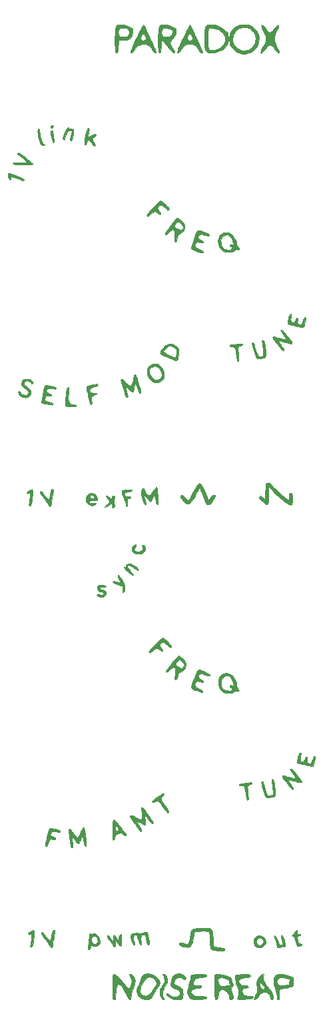
<source format=gbr>
G04 #@! TF.GenerationSoftware,KiCad,Pcbnew,(5.1.10)-1*
G04 #@! TF.CreationDate,2021-09-20T04:35:36-07:00*
G04 #@! TF.ProjectId,paradox_panel,70617261-646f-4785-9f70-616e656c2e6b,rev?*
G04 #@! TF.SameCoordinates,Original*
G04 #@! TF.FileFunction,Legend,Top*
G04 #@! TF.FilePolarity,Positive*
%FSLAX46Y46*%
G04 Gerber Fmt 4.6, Leading zero omitted, Abs format (unit mm)*
G04 Created by KiCad (PCBNEW (5.1.10)-1) date 2021-09-20 04:35:36*
%MOMM*%
%LPD*%
G01*
G04 APERTURE LIST*
%ADD10C,0.010000*%
G04 APERTURE END LIST*
D10*
G36*
X26644175Y116193485D02*
G01*
X27016132Y115992844D01*
X27305827Y115805365D01*
X27514493Y115630177D01*
X27619403Y115505079D01*
X27698812Y115336421D01*
X27757633Y115108515D01*
X27791813Y114845147D01*
X27797295Y114570106D01*
X27792703Y114488406D01*
X27727462Y114131592D01*
X27591697Y113814281D01*
X27390475Y113543990D01*
X27128864Y113328238D01*
X26942581Y113226982D01*
X26643108Y113109551D01*
X26304615Y113007436D01*
X25962139Y112929658D01*
X25650714Y112885240D01*
X25601080Y112881511D01*
X25424686Y112871669D01*
X25309024Y112872455D01*
X25230337Y112889015D01*
X25164868Y112926492D01*
X25088861Y112990030D01*
X25085245Y112993205D01*
X25000951Y113072780D01*
X24933589Y113154354D01*
X24881283Y113248178D01*
X24842154Y113364505D01*
X24814328Y113513585D01*
X24795926Y113705671D01*
X24785073Y113951014D01*
X24779891Y114259867D01*
X24778504Y114642480D01*
X24778500Y114668834D01*
X24778876Y114800335D01*
X25186018Y114800335D01*
X25188728Y114550545D01*
X25194702Y114220402D01*
X25201997Y113963571D01*
X25211467Y113768698D01*
X25223966Y113624429D01*
X25240350Y113519411D01*
X25261473Y113442290D01*
X25274625Y113409417D01*
X25345680Y113250667D01*
X25772533Y113250667D01*
X26055415Y113259800D01*
X26260814Y113286959D01*
X26350123Y113313649D01*
X26498378Y113394790D01*
X26679446Y113522097D01*
X26871117Y113677381D01*
X27051185Y113842457D01*
X27197439Y113999137D01*
X27217779Y114024182D01*
X27296901Y114127626D01*
X27345380Y114210187D01*
X27370720Y114298134D01*
X27380426Y114417739D01*
X27382000Y114595270D01*
X27382000Y114599117D01*
X27379840Y114781466D01*
X27368788Y114906754D01*
X27341986Y115002565D01*
X27292577Y115096480D01*
X27237282Y115181192D01*
X27047835Y115429642D01*
X26847119Y115634502D01*
X26649486Y115782561D01*
X26512714Y115848113D01*
X26385207Y115883686D01*
X26212099Y115921503D01*
X26013273Y115958465D01*
X25808617Y115991471D01*
X25618016Y116017423D01*
X25461355Y116033221D01*
X25358520Y116035767D01*
X25334896Y116031685D01*
X25285223Y115984037D01*
X25246155Y115880062D01*
X25217197Y115714732D01*
X25197852Y115483019D01*
X25187625Y115179896D01*
X25186018Y114800335D01*
X24778876Y114800335D01*
X24779600Y115053168D01*
X24783815Y115363193D01*
X24792521Y115609250D01*
X24807093Y115801678D01*
X24828908Y115950817D01*
X24859340Y116067008D01*
X24899764Y116160591D01*
X24951557Y116241905D01*
X24995043Y116296742D01*
X25103526Y116425667D01*
X26181517Y116425667D01*
X26644175Y116193485D01*
G37*
X26644175Y116193485D02*
X27016132Y115992844D01*
X27305827Y115805365D01*
X27514493Y115630177D01*
X27619403Y115505079D01*
X27698812Y115336421D01*
X27757633Y115108515D01*
X27791813Y114845147D01*
X27797295Y114570106D01*
X27792703Y114488406D01*
X27727462Y114131592D01*
X27591697Y113814281D01*
X27390475Y113543990D01*
X27128864Y113328238D01*
X26942581Y113226982D01*
X26643108Y113109551D01*
X26304615Y113007436D01*
X25962139Y112929658D01*
X25650714Y112885240D01*
X25601080Y112881511D01*
X25424686Y112871669D01*
X25309024Y112872455D01*
X25230337Y112889015D01*
X25164868Y112926492D01*
X25088861Y112990030D01*
X25085245Y112993205D01*
X25000951Y113072780D01*
X24933589Y113154354D01*
X24881283Y113248178D01*
X24842154Y113364505D01*
X24814328Y113513585D01*
X24795926Y113705671D01*
X24785073Y113951014D01*
X24779891Y114259867D01*
X24778504Y114642480D01*
X24778500Y114668834D01*
X24778876Y114800335D01*
X25186018Y114800335D01*
X25188728Y114550545D01*
X25194702Y114220402D01*
X25201997Y113963571D01*
X25211467Y113768698D01*
X25223966Y113624429D01*
X25240350Y113519411D01*
X25261473Y113442290D01*
X25274625Y113409417D01*
X25345680Y113250667D01*
X25772533Y113250667D01*
X26055415Y113259800D01*
X26260814Y113286959D01*
X26350123Y113313649D01*
X26498378Y113394790D01*
X26679446Y113522097D01*
X26871117Y113677381D01*
X27051185Y113842457D01*
X27197439Y113999137D01*
X27217779Y114024182D01*
X27296901Y114127626D01*
X27345380Y114210187D01*
X27370720Y114298134D01*
X27380426Y114417739D01*
X27382000Y114595270D01*
X27382000Y114599117D01*
X27379840Y114781466D01*
X27368788Y114906754D01*
X27341986Y115002565D01*
X27292577Y115096480D01*
X27237282Y115181192D01*
X27047835Y115429642D01*
X26847119Y115634502D01*
X26649486Y115782561D01*
X26512714Y115848113D01*
X26385207Y115883686D01*
X26212099Y115921503D01*
X26013273Y115958465D01*
X25808617Y115991471D01*
X25618016Y116017423D01*
X25461355Y116033221D01*
X25358520Y116035767D01*
X25334896Y116031685D01*
X25285223Y115984037D01*
X25246155Y115880062D01*
X25217197Y115714732D01*
X25197852Y115483019D01*
X25187625Y115179896D01*
X25186018Y114800335D01*
X24778876Y114800335D01*
X24779600Y115053168D01*
X24783815Y115363193D01*
X24792521Y115609250D01*
X24807093Y115801678D01*
X24828908Y115950817D01*
X24859340Y116067008D01*
X24899764Y116160591D01*
X24951557Y116241905D01*
X24995043Y116296742D01*
X25103526Y116425667D01*
X26181517Y116425667D01*
X26644175Y116193485D01*
G36*
X22954441Y116396719D02*
G01*
X23011527Y116308154D01*
X23094444Y116157389D01*
X23204479Y115941843D01*
X23342919Y115658934D01*
X23511050Y115306081D01*
X23710160Y114880701D01*
X23941534Y114380212D01*
X23945082Y114372500D01*
X24131888Y113957216D01*
X24280057Y113607759D01*
X24388991Y113325766D01*
X24458096Y113112876D01*
X24486773Y112970728D01*
X24478779Y112906520D01*
X24414785Y112865358D01*
X24324856Y112898224D01*
X24214221Y113000425D01*
X24088114Y113167267D01*
X23967964Y113364781D01*
X23780145Y113627854D01*
X23546248Y113822225D01*
X23263035Y113953363D01*
X22974862Y114006660D01*
X22683470Y113984236D01*
X22405087Y113892774D01*
X22155941Y113738957D01*
X21952258Y113529467D01*
X21855498Y113373716D01*
X21750877Y113193028D01*
X21640857Y113045657D01*
X21534740Y112938608D01*
X21441829Y112878883D01*
X21371429Y112873488D01*
X21332841Y112929425D01*
X21328334Y112976836D01*
X21337573Y113067498D01*
X21367240Y113187336D01*
X21420255Y113343572D01*
X21499541Y113543426D01*
X21608020Y113794120D01*
X21748612Y114102876D01*
X21924239Y114476915D01*
X21997575Y114630974D01*
X22054288Y114749554D01*
X22556000Y114749554D01*
X22579748Y114652731D01*
X22624030Y114569380D01*
X22748791Y114453352D01*
X22896552Y114412116D01*
X23049481Y114446293D01*
X23183921Y114549862D01*
X23251027Y114647697D01*
X23263068Y114751786D01*
X23254120Y114812852D01*
X23196340Y115002071D01*
X23108216Y115148249D01*
X23001184Y115240008D01*
X22886679Y115265969D01*
X22819416Y115245373D01*
X22746055Y115175009D01*
X22667196Y115054579D01*
X22599634Y114915696D01*
X22560163Y114789974D01*
X22556000Y114749554D01*
X22054288Y114749554D01*
X22200818Y115055928D01*
X22371224Y115410251D01*
X22511896Y115699970D01*
X22625940Y115931112D01*
X22716458Y116109706D01*
X22786557Y116241779D01*
X22839340Y116333358D01*
X22877911Y116390471D01*
X22905375Y116419146D01*
X22921900Y116425667D01*
X22954441Y116396719D01*
G37*
X22954441Y116396719D02*
X23011527Y116308154D01*
X23094444Y116157389D01*
X23204479Y115941843D01*
X23342919Y115658934D01*
X23511050Y115306081D01*
X23710160Y114880701D01*
X23941534Y114380212D01*
X23945082Y114372500D01*
X24131888Y113957216D01*
X24280057Y113607759D01*
X24388991Y113325766D01*
X24458096Y113112876D01*
X24486773Y112970728D01*
X24478779Y112906520D01*
X24414785Y112865358D01*
X24324856Y112898224D01*
X24214221Y113000425D01*
X24088114Y113167267D01*
X23967964Y113364781D01*
X23780145Y113627854D01*
X23546248Y113822225D01*
X23263035Y113953363D01*
X22974862Y114006660D01*
X22683470Y113984236D01*
X22405087Y113892774D01*
X22155941Y113738957D01*
X21952258Y113529467D01*
X21855498Y113373716D01*
X21750877Y113193028D01*
X21640857Y113045657D01*
X21534740Y112938608D01*
X21441829Y112878883D01*
X21371429Y112873488D01*
X21332841Y112929425D01*
X21328334Y112976836D01*
X21337573Y113067498D01*
X21367240Y113187336D01*
X21420255Y113343572D01*
X21499541Y113543426D01*
X21608020Y113794120D01*
X21748612Y114102876D01*
X21924239Y114476915D01*
X21997575Y114630974D01*
X22054288Y114749554D01*
X22556000Y114749554D01*
X22579748Y114652731D01*
X22624030Y114569380D01*
X22748791Y114453352D01*
X22896552Y114412116D01*
X23049481Y114446293D01*
X23183921Y114549862D01*
X23251027Y114647697D01*
X23263068Y114751786D01*
X23254120Y114812852D01*
X23196340Y115002071D01*
X23108216Y115148249D01*
X23001184Y115240008D01*
X22886679Y115265969D01*
X22819416Y115245373D01*
X22746055Y115175009D01*
X22667196Y115054579D01*
X22599634Y114915696D01*
X22560163Y114789974D01*
X22556000Y114749554D01*
X22054288Y114749554D01*
X22200818Y115055928D01*
X22371224Y115410251D01*
X22511896Y115699970D01*
X22625940Y115931112D01*
X22716458Y116109706D01*
X22786557Y116241779D01*
X22839340Y116333358D01*
X22877911Y116390471D01*
X22905375Y116419146D01*
X22921900Y116425667D01*
X22954441Y116396719D01*
G36*
X19711595Y116438737D02*
G01*
X20031879Y116409112D01*
X20300592Y116351865D01*
X20548936Y116257182D01*
X20808112Y116115246D01*
X20876699Y116072224D01*
X21116667Y115918719D01*
X21116667Y115567779D01*
X21114163Y115395784D01*
X21100257Y115266800D01*
X21065356Y115159135D01*
X20999867Y115051097D01*
X20894199Y114920993D01*
X20768162Y114779659D01*
X20572079Y114537285D01*
X20450593Y114323136D01*
X20401698Y114129375D01*
X20423390Y113948162D01*
X20511224Y113775158D01*
X20682067Y113526824D01*
X20808747Y113337127D01*
X20897053Y113196347D01*
X20952778Y113094764D01*
X20981715Y113022656D01*
X20989667Y112972188D01*
X20967236Y112885400D01*
X20901281Y112868431D01*
X20793813Y112919717D01*
X20646840Y113037696D01*
X20462371Y113220804D01*
X20242415Y113467480D01*
X20043034Y113708564D01*
X19889565Y113896325D01*
X19741500Y114072277D01*
X19612928Y114220028D01*
X19517938Y114323185D01*
X19496007Y114344987D01*
X19431794Y114404362D01*
X19383516Y114437292D01*
X19348046Y114435135D01*
X19322259Y114389251D01*
X19303030Y114291001D01*
X19287233Y114131743D01*
X19271743Y113902838D01*
X19259012Y113689830D01*
X19242590Y113459101D01*
X19222730Y113252820D01*
X19201501Y113088458D01*
X19180972Y112983485D01*
X19172652Y112960535D01*
X19106481Y112888328D01*
X19031319Y112870758D01*
X18984037Y112903581D01*
X18947540Y113003901D01*
X18918926Y113175532D01*
X18898051Y113421000D01*
X18884772Y113742832D01*
X18878946Y114143556D01*
X18880430Y114625697D01*
X18881374Y114713826D01*
X18886124Y115076110D01*
X18891424Y115364162D01*
X18892533Y115402213D01*
X19280241Y115402213D01*
X19325147Y115199002D01*
X19420232Y115030239D01*
X19445518Y115002634D01*
X19508843Y114949704D01*
X19582948Y114919154D01*
X19692270Y114905102D01*
X19861248Y114901668D01*
X19865053Y114901667D01*
X20091692Y114913755D01*
X20282779Y114947040D01*
X20354356Y114969982D01*
X20531477Y115072429D01*
X20645009Y115218013D01*
X20701554Y115417519D01*
X20710726Y115552093D01*
X20714500Y115810491D01*
X20375834Y115907820D01*
X20177697Y115958997D01*
X19973203Y116002587D01*
X19804028Y116029783D01*
X19792458Y116031073D01*
X19646621Y116041988D01*
X19554125Y116032053D01*
X19484955Y115995256D01*
X19446374Y115961761D01*
X19340878Y115809270D01*
X19285493Y115614195D01*
X19280241Y115402213D01*
X18892533Y115402213D01*
X18897960Y115588416D01*
X18906420Y115759309D01*
X18917491Y115887275D01*
X18931858Y115982748D01*
X18950211Y116056163D01*
X18973234Y116117955D01*
X18973920Y116119543D01*
X19043384Y116260956D01*
X19118770Y116357015D01*
X19216848Y116414974D01*
X19354387Y116442091D01*
X19548157Y116445621D01*
X19711595Y116438737D01*
G37*
X19711595Y116438737D02*
X20031879Y116409112D01*
X20300592Y116351865D01*
X20548936Y116257182D01*
X20808112Y116115246D01*
X20876699Y116072224D01*
X21116667Y115918719D01*
X21116667Y115567779D01*
X21114163Y115395784D01*
X21100257Y115266800D01*
X21065356Y115159135D01*
X20999867Y115051097D01*
X20894199Y114920993D01*
X20768162Y114779659D01*
X20572079Y114537285D01*
X20450593Y114323136D01*
X20401698Y114129375D01*
X20423390Y113948162D01*
X20511224Y113775158D01*
X20682067Y113526824D01*
X20808747Y113337127D01*
X20897053Y113196347D01*
X20952778Y113094764D01*
X20981715Y113022656D01*
X20989667Y112972188D01*
X20967236Y112885400D01*
X20901281Y112868431D01*
X20793813Y112919717D01*
X20646840Y113037696D01*
X20462371Y113220804D01*
X20242415Y113467480D01*
X20043034Y113708564D01*
X19889565Y113896325D01*
X19741500Y114072277D01*
X19612928Y114220028D01*
X19517938Y114323185D01*
X19496007Y114344987D01*
X19431794Y114404362D01*
X19383516Y114437292D01*
X19348046Y114435135D01*
X19322259Y114389251D01*
X19303030Y114291001D01*
X19287233Y114131743D01*
X19271743Y113902838D01*
X19259012Y113689830D01*
X19242590Y113459101D01*
X19222730Y113252820D01*
X19201501Y113088458D01*
X19180972Y112983485D01*
X19172652Y112960535D01*
X19106481Y112888328D01*
X19031319Y112870758D01*
X18984037Y112903581D01*
X18947540Y113003901D01*
X18918926Y113175532D01*
X18898051Y113421000D01*
X18884772Y113742832D01*
X18878946Y114143556D01*
X18880430Y114625697D01*
X18881374Y114713826D01*
X18886124Y115076110D01*
X18891424Y115364162D01*
X18892533Y115402213D01*
X19280241Y115402213D01*
X19325147Y115199002D01*
X19420232Y115030239D01*
X19445518Y115002634D01*
X19508843Y114949704D01*
X19582948Y114919154D01*
X19692270Y114905102D01*
X19861248Y114901668D01*
X19865053Y114901667D01*
X20091692Y114913755D01*
X20282779Y114947040D01*
X20354356Y114969982D01*
X20531477Y115072429D01*
X20645009Y115218013D01*
X20701554Y115417519D01*
X20710726Y115552093D01*
X20714500Y115810491D01*
X20375834Y115907820D01*
X20177697Y115958997D01*
X19973203Y116002587D01*
X19804028Y116029783D01*
X19792458Y116031073D01*
X19646621Y116041988D01*
X19554125Y116032053D01*
X19484955Y115995256D01*
X19446374Y115961761D01*
X19340878Y115809270D01*
X19285493Y115614195D01*
X19280241Y115402213D01*
X18892533Y115402213D01*
X18897960Y115588416D01*
X18906420Y115759309D01*
X18917491Y115887275D01*
X18931858Y115982748D01*
X18950211Y116056163D01*
X18973234Y116117955D01*
X18973920Y116119543D01*
X19043384Y116260956D01*
X19118770Y116357015D01*
X19216848Y116414974D01*
X19354387Y116442091D01*
X19548157Y116445621D01*
X19711595Y116438737D01*
G36*
X17052947Y116394173D02*
G01*
X17123703Y116271026D01*
X17225538Y116074910D01*
X17358927Y115804862D01*
X17524346Y115459922D01*
X17722270Y115039127D01*
X17953026Y114541834D01*
X18142476Y114126966D01*
X18295080Y113782033D01*
X18412600Y113501618D01*
X18496794Y113280302D01*
X18549425Y113112669D01*
X18572251Y112993300D01*
X18567035Y112916777D01*
X18535535Y112877685D01*
X18496386Y112869667D01*
X18410866Y112905374D01*
X18303614Y113001929D01*
X18188759Y113143486D01*
X18080436Y113314201D01*
X18051369Y113368647D01*
X17918893Y113578834D01*
X17752271Y113741477D01*
X17529100Y113877093D01*
X17460534Y113909779D01*
X17302809Y113974514D01*
X17170044Y114004766D01*
X17018133Y114008317D01*
X16931030Y114003225D01*
X16613437Y113946422D01*
X16343930Y113822396D01*
X16115843Y113626910D01*
X15928437Y113365985D01*
X15834024Y113214105D01*
X15737685Y113075621D01*
X15665133Y112986084D01*
X15563009Y112902665D01*
X15473864Y112871756D01*
X15415209Y112895978D01*
X15401667Y112946650D01*
X15413987Y113050359D01*
X15452613Y113194303D01*
X15520042Y113384834D01*
X15618769Y113628302D01*
X15751291Y113931057D01*
X15920106Y114299450D01*
X16003871Y114478334D01*
X16167452Y114824455D01*
X16662086Y114824455D01*
X16665920Y114663521D01*
X16722985Y114534504D01*
X16729814Y114526582D01*
X16859918Y114439436D01*
X17013138Y114419294D01*
X17162571Y114464843D01*
X17265286Y114552660D01*
X17335260Y114686663D01*
X17337042Y114835493D01*
X17270591Y115016238D01*
X17264195Y115028938D01*
X17158829Y115186092D01*
X17045952Y115260434D01*
X16926907Y115251166D01*
X16906376Y115241338D01*
X16788673Y115139105D01*
X16705123Y114991563D01*
X16662086Y114824455D01*
X16167452Y114824455D01*
X16228820Y114954302D01*
X16421128Y115356812D01*
X16582755Y115689681D01*
X16715657Y115956725D01*
X16821793Y116161763D01*
X16903121Y116308611D01*
X16961598Y116401085D01*
X16999182Y116443004D01*
X17012797Y116445311D01*
X17052947Y116394173D01*
G37*
X17052947Y116394173D02*
X17123703Y116271026D01*
X17225538Y116074910D01*
X17358927Y115804862D01*
X17524346Y115459922D01*
X17722270Y115039127D01*
X17953026Y114541834D01*
X18142476Y114126966D01*
X18295080Y113782033D01*
X18412600Y113501618D01*
X18496794Y113280302D01*
X18549425Y113112669D01*
X18572251Y112993300D01*
X18567035Y112916777D01*
X18535535Y112877685D01*
X18496386Y112869667D01*
X18410866Y112905374D01*
X18303614Y113001929D01*
X18188759Y113143486D01*
X18080436Y113314201D01*
X18051369Y113368647D01*
X17918893Y113578834D01*
X17752271Y113741477D01*
X17529100Y113877093D01*
X17460534Y113909779D01*
X17302809Y113974514D01*
X17170044Y114004766D01*
X17018133Y114008317D01*
X16931030Y114003225D01*
X16613437Y113946422D01*
X16343930Y113822396D01*
X16115843Y113626910D01*
X15928437Y113365985D01*
X15834024Y113214105D01*
X15737685Y113075621D01*
X15665133Y112986084D01*
X15563009Y112902665D01*
X15473864Y112871756D01*
X15415209Y112895978D01*
X15401667Y112946650D01*
X15413987Y113050359D01*
X15452613Y113194303D01*
X15520042Y113384834D01*
X15618769Y113628302D01*
X15751291Y113931057D01*
X15920106Y114299450D01*
X16003871Y114478334D01*
X16167452Y114824455D01*
X16662086Y114824455D01*
X16665920Y114663521D01*
X16722985Y114534504D01*
X16729814Y114526582D01*
X16859918Y114439436D01*
X17013138Y114419294D01*
X17162571Y114464843D01*
X17265286Y114552660D01*
X17335260Y114686663D01*
X17337042Y114835493D01*
X17270591Y115016238D01*
X17264195Y115028938D01*
X17158829Y115186092D01*
X17045952Y115260434D01*
X16926907Y115251166D01*
X16906376Y115241338D01*
X16788673Y115139105D01*
X16705123Y114991563D01*
X16662086Y114824455D01*
X16167452Y114824455D01*
X16228820Y114954302D01*
X16421128Y115356812D01*
X16582755Y115689681D01*
X16715657Y115956725D01*
X16821793Y116161763D01*
X16903121Y116308611D01*
X16961598Y116401085D01*
X16999182Y116443004D01*
X17012797Y116445311D01*
X17052947Y116394173D01*
G36*
X14228585Y116451898D02*
G01*
X14527523Y116422661D01*
X14783170Y116368353D01*
X15024050Y116279337D01*
X15278682Y116145978D01*
X15454584Y116037688D01*
X15655667Y115908841D01*
X15655667Y115622243D01*
X15634897Y115326572D01*
X15566346Y115087810D01*
X15440652Y114887421D01*
X15248452Y114706865D01*
X15161206Y114643170D01*
X15084106Y114592257D01*
X15014412Y114557849D01*
X14933470Y114536716D01*
X14822624Y114525628D01*
X14663219Y114521355D01*
X14453612Y114520667D01*
X14232250Y114519728D01*
X14080484Y114515375D01*
X13983255Y114505305D01*
X13925500Y114487214D01*
X13892157Y114458799D01*
X13875673Y114432275D01*
X13855041Y114357974D01*
X13832519Y114218186D01*
X13810644Y114031971D01*
X13791956Y113818392D01*
X13789690Y113786691D01*
X13768043Y113497974D01*
X13747549Y113281921D01*
X13726359Y113126585D01*
X13702623Y113020015D01*
X13674490Y112950263D01*
X13655928Y112922584D01*
X13579858Y112873342D01*
X13508103Y112892618D01*
X13481738Y112932178D01*
X13443227Y113084668D01*
X13413246Y113316225D01*
X13392075Y113621656D01*
X13379996Y113995762D01*
X13377292Y114433349D01*
X13381286Y114783601D01*
X13389422Y115162530D01*
X13398222Y115417365D01*
X13798547Y115417365D01*
X13819117Y115248979D01*
X13835969Y115196467D01*
X13922593Y115048434D01*
X14044960Y114955886D01*
X14218748Y114910348D01*
X14380793Y114901903D01*
X14555123Y114908809D01*
X14720003Y114926463D01*
X14816862Y114945475D01*
X15003772Y115035530D01*
X15135309Y115176007D01*
X15207561Y115350093D01*
X15216613Y115540977D01*
X15158552Y115731846D01*
X15038387Y115897125D01*
X14890845Y116044667D01*
X14431458Y116044667D01*
X14229114Y116043918D01*
X14094075Y116039156D01*
X14008976Y116026612D01*
X13956457Y116002515D01*
X13919154Y115963094D01*
X13895359Y115928250D01*
X13839566Y115792704D01*
X13806329Y115610507D01*
X13798547Y115417365D01*
X13398222Y115417365D01*
X13399945Y115467239D01*
X13414522Y115708172D01*
X13434817Y115895773D01*
X13462497Y116040487D01*
X13499226Y116152756D01*
X13546669Y116243025D01*
X13606493Y116321738D01*
X13630846Y116348685D01*
X13754004Y116480527D01*
X14228585Y116451898D01*
G37*
X14228585Y116451898D02*
X14527523Y116422661D01*
X14783170Y116368353D01*
X15024050Y116279337D01*
X15278682Y116145978D01*
X15454584Y116037688D01*
X15655667Y115908841D01*
X15655667Y115622243D01*
X15634897Y115326572D01*
X15566346Y115087810D01*
X15440652Y114887421D01*
X15248452Y114706865D01*
X15161206Y114643170D01*
X15084106Y114592257D01*
X15014412Y114557849D01*
X14933470Y114536716D01*
X14822624Y114525628D01*
X14663219Y114521355D01*
X14453612Y114520667D01*
X14232250Y114519728D01*
X14080484Y114515375D01*
X13983255Y114505305D01*
X13925500Y114487214D01*
X13892157Y114458799D01*
X13875673Y114432275D01*
X13855041Y114357974D01*
X13832519Y114218186D01*
X13810644Y114031971D01*
X13791956Y113818392D01*
X13789690Y113786691D01*
X13768043Y113497974D01*
X13747549Y113281921D01*
X13726359Y113126585D01*
X13702623Y113020015D01*
X13674490Y112950263D01*
X13655928Y112922584D01*
X13579858Y112873342D01*
X13508103Y112892618D01*
X13481738Y112932178D01*
X13443227Y113084668D01*
X13413246Y113316225D01*
X13392075Y113621656D01*
X13379996Y113995762D01*
X13377292Y114433349D01*
X13381286Y114783601D01*
X13389422Y115162530D01*
X13398222Y115417365D01*
X13798547Y115417365D01*
X13819117Y115248979D01*
X13835969Y115196467D01*
X13922593Y115048434D01*
X14044960Y114955886D01*
X14218748Y114910348D01*
X14380793Y114901903D01*
X14555123Y114908809D01*
X14720003Y114926463D01*
X14816862Y114945475D01*
X15003772Y115035530D01*
X15135309Y115176007D01*
X15207561Y115350093D01*
X15216613Y115540977D01*
X15158552Y115731846D01*
X15038387Y115897125D01*
X14890845Y116044667D01*
X14431458Y116044667D01*
X14229114Y116043918D01*
X14094075Y116039156D01*
X14008976Y116026612D01*
X13956457Y116002515D01*
X13919154Y115963094D01*
X13895359Y115928250D01*
X13839566Y115792704D01*
X13806329Y115610507D01*
X13798547Y115417365D01*
X13398222Y115417365D01*
X13399945Y115467239D01*
X13414522Y115708172D01*
X13434817Y115895773D01*
X13462497Y116040487D01*
X13499226Y116152756D01*
X13546669Y116243025D01*
X13606493Y116321738D01*
X13630846Y116348685D01*
X13754004Y116480527D01*
X14228585Y116451898D01*
G36*
X34195553Y116394897D02*
G01*
X34201246Y116300232D01*
X34158902Y116143388D01*
X34063638Y115925124D01*
X34022995Y115845862D01*
X33930839Y115671020D01*
X33842353Y115502216D01*
X33773537Y115369996D01*
X33761245Y115346167D01*
X33709118Y115210569D01*
X33675391Y115033415D01*
X33656092Y114793683D01*
X33655822Y114788034D01*
X33651996Y114554951D01*
X33669576Y114359411D01*
X33715333Y114176636D01*
X33796038Y113981846D01*
X33918461Y113750264D01*
X33958647Y113679774D01*
X34095931Y113425585D01*
X34195683Y113207173D01*
X34254723Y113033388D01*
X34269872Y112913086D01*
X34251504Y112864238D01*
X34184121Y112851678D01*
X34084307Y112904352D01*
X33961920Y113014144D01*
X33826816Y113172938D01*
X33753167Y113274567D01*
X33555892Y113542684D01*
X33382077Y113732728D01*
X33224662Y113845602D01*
X33076590Y113882209D01*
X32930804Y113843451D01*
X32780246Y113730233D01*
X32617858Y113543457D01*
X32535343Y113430377D01*
X32394827Y113242400D01*
X32253760Y113075571D01*
X32124280Y112942449D01*
X32018522Y112855589D01*
X31952527Y112827334D01*
X31923927Y112864150D01*
X31911674Y112952957D01*
X31911667Y112955391D01*
X31932617Y113059299D01*
X31989315Y113214690D01*
X32072526Y113401313D01*
X32173019Y113598921D01*
X32281562Y113787263D01*
X32314952Y113839912D01*
X32450018Y114120859D01*
X32524758Y114449466D01*
X32535870Y114810807D01*
X32534522Y114832036D01*
X32521653Y114978261D01*
X32500927Y115101032D01*
X32465218Y115221715D01*
X32407401Y115361675D01*
X32320353Y115542281D01*
X32253887Y115673636D01*
X32157430Y115871754D01*
X32077424Y116053307D01*
X32021387Y116199953D01*
X31996837Y116293346D01*
X31996334Y116302077D01*
X32016406Y116399077D01*
X32074148Y116424726D01*
X32165851Y116381539D01*
X32287803Y116272029D01*
X32436295Y116098710D01*
X32576521Y115908938D01*
X32750916Y115681976D01*
X32905652Y115534895D01*
X33049124Y115467698D01*
X33189731Y115480382D01*
X33335870Y115572949D01*
X33495939Y115745399D01*
X33617479Y115908938D01*
X33790095Y116136567D01*
X33939095Y116298217D01*
X34059594Y116394649D01*
X34146708Y116426623D01*
X34195553Y116394897D01*
G37*
X34195553Y116394897D02*
X34201246Y116300232D01*
X34158902Y116143388D01*
X34063638Y115925124D01*
X34022995Y115845862D01*
X33930839Y115671020D01*
X33842353Y115502216D01*
X33773537Y115369996D01*
X33761245Y115346167D01*
X33709118Y115210569D01*
X33675391Y115033415D01*
X33656092Y114793683D01*
X33655822Y114788034D01*
X33651996Y114554951D01*
X33669576Y114359411D01*
X33715333Y114176636D01*
X33796038Y113981846D01*
X33918461Y113750264D01*
X33958647Y113679774D01*
X34095931Y113425585D01*
X34195683Y113207173D01*
X34254723Y113033388D01*
X34269872Y112913086D01*
X34251504Y112864238D01*
X34184121Y112851678D01*
X34084307Y112904352D01*
X33961920Y113014144D01*
X33826816Y113172938D01*
X33753167Y113274567D01*
X33555892Y113542684D01*
X33382077Y113732728D01*
X33224662Y113845602D01*
X33076590Y113882209D01*
X32930804Y113843451D01*
X32780246Y113730233D01*
X32617858Y113543457D01*
X32535343Y113430377D01*
X32394827Y113242400D01*
X32253760Y113075571D01*
X32124280Y112942449D01*
X32018522Y112855589D01*
X31952527Y112827334D01*
X31923927Y112864150D01*
X31911674Y112952957D01*
X31911667Y112955391D01*
X31932617Y113059299D01*
X31989315Y113214690D01*
X32072526Y113401313D01*
X32173019Y113598921D01*
X32281562Y113787263D01*
X32314952Y113839912D01*
X32450018Y114120859D01*
X32524758Y114449466D01*
X32535870Y114810807D01*
X32534522Y114832036D01*
X32521653Y114978261D01*
X32500927Y115101032D01*
X32465218Y115221715D01*
X32407401Y115361675D01*
X32320353Y115542281D01*
X32253887Y115673636D01*
X32157430Y115871754D01*
X32077424Y116053307D01*
X32021387Y116199953D01*
X31996837Y116293346D01*
X31996334Y116302077D01*
X32016406Y116399077D01*
X32074148Y116424726D01*
X32165851Y116381539D01*
X32287803Y116272029D01*
X32436295Y116098710D01*
X32576521Y115908938D01*
X32750916Y115681976D01*
X32905652Y115534895D01*
X33049124Y115467698D01*
X33189731Y115480382D01*
X33335870Y115572949D01*
X33495939Y115745399D01*
X33617479Y115908938D01*
X33790095Y116136567D01*
X33939095Y116298217D01*
X34059594Y116394649D01*
X34146708Y116426623D01*
X34195553Y116394897D01*
G36*
X30018812Y116487571D02*
G01*
X30179960Y116482140D01*
X30300441Y116468356D01*
X30402252Y116442586D01*
X30507389Y116401196D01*
X30610278Y116353639D01*
X30955570Y116146132D01*
X31241236Y115882644D01*
X31462250Y115571049D01*
X31613585Y115219224D01*
X31690215Y114835044D01*
X31698995Y114647667D01*
X31659801Y114252979D01*
X31546836Y113887382D01*
X31367029Y113559113D01*
X31127309Y113276412D01*
X30834604Y113047515D01*
X30495844Y112880661D01*
X30133667Y112786488D01*
X29933520Y112758545D01*
X29779246Y112749227D01*
X29633918Y112759478D01*
X29460610Y112790245D01*
X29388677Y112805563D01*
X29018690Y112926937D01*
X28685952Y113117827D01*
X28401260Y113369677D01*
X28175411Y113673930D01*
X28092680Y113832557D01*
X28027483Y113987663D01*
X27985494Y114128381D01*
X27960181Y114285560D01*
X27945011Y114490053D01*
X27942505Y114541834D01*
X27937861Y114699095D01*
X28341263Y114699095D01*
X28358067Y114388556D01*
X28439670Y114086915D01*
X28587038Y113805451D01*
X28801138Y113555446D01*
X28974907Y113416281D01*
X29164599Y113298242D01*
X29338327Y113224333D01*
X29525332Y113186734D01*
X29754856Y113177625D01*
X29858500Y113179979D01*
X30065432Y113191530D01*
X30218013Y113213968D01*
X30346438Y113253682D01*
X30463196Y113307860D01*
X30752484Y113501404D01*
X30990290Y113752921D01*
X31143403Y114006403D01*
X31198674Y114136403D01*
X31232392Y114256666D01*
X31249579Y114395932D01*
X31255257Y114582939D01*
X31255468Y114647667D01*
X31251099Y114863396D01*
X31235310Y115021418D01*
X31204016Y115148378D01*
X31163213Y115249530D01*
X31016665Y115488600D01*
X30812263Y115716000D01*
X30575592Y115905680D01*
X30441750Y115984079D01*
X30309877Y116045609D01*
X30193792Y116082729D01*
X30063350Y116101406D01*
X29888406Y116107609D01*
X29816167Y116107936D01*
X29617602Y116104500D01*
X29473284Y116090087D01*
X29352954Y116058968D01*
X29226354Y116005418D01*
X29195405Y115990425D01*
X28902709Y115804609D01*
X28669981Y115571287D01*
X28498186Y115301741D01*
X28388291Y115007250D01*
X28341263Y114699095D01*
X27937861Y114699095D01*
X27936088Y114759113D01*
X27942144Y114921988D01*
X27963797Y115060202D01*
X28004173Y115203502D01*
X28015671Y115238049D01*
X28183912Y115611970D01*
X28415978Y115930307D01*
X28711012Y116192111D01*
X29054167Y116390054D01*
X29155869Y116432113D01*
X29257528Y116460220D01*
X29379804Y116477114D01*
X29543359Y116485535D01*
X29768856Y116488223D01*
X29795000Y116488281D01*
X30018812Y116487571D01*
G37*
X30018812Y116487571D02*
X30179960Y116482140D01*
X30300441Y116468356D01*
X30402252Y116442586D01*
X30507389Y116401196D01*
X30610278Y116353639D01*
X30955570Y116146132D01*
X31241236Y115882644D01*
X31462250Y115571049D01*
X31613585Y115219224D01*
X31690215Y114835044D01*
X31698995Y114647667D01*
X31659801Y114252979D01*
X31546836Y113887382D01*
X31367029Y113559113D01*
X31127309Y113276412D01*
X30834604Y113047515D01*
X30495844Y112880661D01*
X30133667Y112786488D01*
X29933520Y112758545D01*
X29779246Y112749227D01*
X29633918Y112759478D01*
X29460610Y112790245D01*
X29388677Y112805563D01*
X29018690Y112926937D01*
X28685952Y113117827D01*
X28401260Y113369677D01*
X28175411Y113673930D01*
X28092680Y113832557D01*
X28027483Y113987663D01*
X27985494Y114128381D01*
X27960181Y114285560D01*
X27945011Y114490053D01*
X27942505Y114541834D01*
X27937861Y114699095D01*
X28341263Y114699095D01*
X28358067Y114388556D01*
X28439670Y114086915D01*
X28587038Y113805451D01*
X28801138Y113555446D01*
X28974907Y113416281D01*
X29164599Y113298242D01*
X29338327Y113224333D01*
X29525332Y113186734D01*
X29754856Y113177625D01*
X29858500Y113179979D01*
X30065432Y113191530D01*
X30218013Y113213968D01*
X30346438Y113253682D01*
X30463196Y113307860D01*
X30752484Y113501404D01*
X30990290Y113752921D01*
X31143403Y114006403D01*
X31198674Y114136403D01*
X31232392Y114256666D01*
X31249579Y114395932D01*
X31255257Y114582939D01*
X31255468Y114647667D01*
X31251099Y114863396D01*
X31235310Y115021418D01*
X31204016Y115148378D01*
X31163213Y115249530D01*
X31016665Y115488600D01*
X30812263Y115716000D01*
X30575592Y115905680D01*
X30441750Y115984079D01*
X30309877Y116045609D01*
X30193792Y116082729D01*
X30063350Y116101406D01*
X29888406Y116107609D01*
X29816167Y116107936D01*
X29617602Y116104500D01*
X29473284Y116090087D01*
X29352954Y116058968D01*
X29226354Y116005418D01*
X29195405Y115990425D01*
X28902709Y115804609D01*
X28669981Y115571287D01*
X28498186Y115301741D01*
X28388291Y115007250D01*
X28341263Y114699095D01*
X27937861Y114699095D01*
X27936088Y114759113D01*
X27942144Y114921988D01*
X27963797Y115060202D01*
X28004173Y115203502D01*
X28015671Y115238049D01*
X28183912Y115611970D01*
X28415978Y115930307D01*
X28711012Y116192111D01*
X29054167Y116390054D01*
X29155869Y116432113D01*
X29257528Y116460220D01*
X29379804Y116477114D01*
X29543359Y116485535D01*
X29768856Y116488223D01*
X29795000Y116488281D01*
X30018812Y116487571D01*
G36*
X5449478Y103678455D02*
G01*
X5509414Y103617634D01*
X5517491Y103596594D01*
X5514748Y103483257D01*
X5453587Y103377845D01*
X5356467Y103311339D01*
X5304191Y103302334D01*
X5228559Y103316664D01*
X5201456Y103376691D01*
X5199334Y103426310D01*
X5224660Y103542910D01*
X5287716Y103630717D01*
X5369118Y103679358D01*
X5449478Y103678455D01*
G37*
X5449478Y103678455D02*
X5509414Y103617634D01*
X5517491Y103596594D01*
X5514748Y103483257D01*
X5453587Y103377845D01*
X5356467Y103311339D01*
X5304191Y103302334D01*
X5228559Y103316664D01*
X5201456Y103376691D01*
X5199334Y103426310D01*
X5224660Y103542910D01*
X5287716Y103630717D01*
X5369118Y103679358D01*
X5449478Y103678455D01*
G36*
X7466498Y103369896D02*
G01*
X7485334Y103310478D01*
X7495641Y103260407D01*
X7541149Y103241317D01*
X7643738Y103246049D01*
X7672653Y103249181D01*
X7820096Y103251992D01*
X7934659Y103213162D01*
X7990153Y103177598D01*
X8062338Y103119446D01*
X8101291Y103057902D01*
X8117057Y102965482D01*
X8119708Y102823201D01*
X8107280Y102605036D01*
X8074183Y102379634D01*
X8025191Y102162739D01*
X7965080Y101970092D01*
X7898624Y101817436D01*
X7830600Y101720513D01*
X7777070Y101693667D01*
X7721604Y101712054D01*
X7699296Y101781440D01*
X7697000Y101842955D01*
X7707424Y101957223D01*
X7734913Y102120074D01*
X7773799Y102298538D01*
X7778904Y102319205D01*
X7822699Y102502915D01*
X7861168Y102679845D01*
X7886497Y102813921D01*
X7887743Y102821855D01*
X7914680Y102997543D01*
X7737102Y103027544D01*
X7621799Y103038259D01*
X7544938Y103029259D01*
X7532756Y103021190D01*
X7367481Y102778915D01*
X7221291Y102531059D01*
X7108903Y102303762D01*
X7063964Y102188563D01*
X7001836Y102011102D01*
X6954476Y101901962D01*
X6913048Y101848154D01*
X6868718Y101836688D01*
X6831489Y101846801D01*
X6784485Y101881433D01*
X6770887Y101951702D01*
X6780357Y102054140D01*
X6821011Y102256784D01*
X6886843Y102479399D01*
X6970779Y102706683D01*
X7065745Y102923335D01*
X7164668Y103114056D01*
X7260476Y103263543D01*
X7346094Y103356496D01*
X7392992Y103379361D01*
X7466498Y103369896D01*
G37*
X7466498Y103369896D02*
X7485334Y103310478D01*
X7495641Y103260407D01*
X7541149Y103241317D01*
X7643738Y103246049D01*
X7672653Y103249181D01*
X7820096Y103251992D01*
X7934659Y103213162D01*
X7990153Y103177598D01*
X8062338Y103119446D01*
X8101291Y103057902D01*
X8117057Y102965482D01*
X8119708Y102823201D01*
X8107280Y102605036D01*
X8074183Y102379634D01*
X8025191Y102162739D01*
X7965080Y101970092D01*
X7898624Y101817436D01*
X7830600Y101720513D01*
X7777070Y101693667D01*
X7721604Y101712054D01*
X7699296Y101781440D01*
X7697000Y101842955D01*
X7707424Y101957223D01*
X7734913Y102120074D01*
X7773799Y102298538D01*
X7778904Y102319205D01*
X7822699Y102502915D01*
X7861168Y102679845D01*
X7886497Y102813921D01*
X7887743Y102821855D01*
X7914680Y102997543D01*
X7737102Y103027544D01*
X7621799Y103038259D01*
X7544938Y103029259D01*
X7532756Y103021190D01*
X7367481Y102778915D01*
X7221291Y102531059D01*
X7108903Y102303762D01*
X7063964Y102188563D01*
X7001836Y102011102D01*
X6954476Y101901962D01*
X6913048Y101848154D01*
X6868718Y101836688D01*
X6831489Y101846801D01*
X6784485Y101881433D01*
X6770887Y101951702D01*
X6780357Y102054140D01*
X6821011Y102256784D01*
X6886843Y102479399D01*
X6970779Y102706683D01*
X7065745Y102923335D01*
X7164668Y103114056D01*
X7260476Y103263543D01*
X7346094Y103356496D01*
X7392992Y103379361D01*
X7466498Y103369896D01*
G36*
X5392182Y103027397D02*
G01*
X5415750Y103004715D01*
X5437135Y102948277D01*
X5460231Y102846612D01*
X5488931Y102688249D01*
X5527130Y102461717D01*
X5542323Y102371000D01*
X5590109Y102076295D01*
X5621459Y101854540D01*
X5636717Y101695697D01*
X5636225Y101589727D01*
X5620327Y101526594D01*
X5589366Y101496260D01*
X5572411Y101490976D01*
X5530855Y101501547D01*
X5489224Y101558985D01*
X5440722Y101675841D01*
X5390135Y101827729D01*
X5298938Y102208446D01*
X5254476Y102585814D01*
X5243972Y102773855D01*
X5241941Y102894099D01*
X5251028Y102963215D01*
X5273877Y102997871D01*
X5313130Y103014737D01*
X5322925Y103017375D01*
X5362538Y103027793D01*
X5392182Y103027397D01*
G37*
X5392182Y103027397D02*
X5415750Y103004715D01*
X5437135Y102948277D01*
X5460231Y102846612D01*
X5488931Y102688249D01*
X5527130Y102461717D01*
X5542323Y102371000D01*
X5590109Y102076295D01*
X5621459Y101854540D01*
X5636717Y101695697D01*
X5636225Y101589727D01*
X5620327Y101526594D01*
X5589366Y101496260D01*
X5572411Y101490976D01*
X5530855Y101501547D01*
X5489224Y101558985D01*
X5440722Y101675841D01*
X5390135Y101827729D01*
X5298938Y102208446D01*
X5254476Y102585814D01*
X5243972Y102773855D01*
X5241941Y102894099D01*
X5251028Y102963215D01*
X5273877Y102997871D01*
X5313130Y103014737D01*
X5322925Y103017375D01*
X5362538Y103027793D01*
X5392182Y103027397D01*
G36*
X3693809Y103208952D02*
G01*
X3713380Y103181032D01*
X3733648Y103119026D01*
X3758284Y103011188D01*
X3790962Y102845776D01*
X3835351Y102611047D01*
X3844686Y102561500D01*
X3896290Y102317375D01*
X3961259Y102052176D01*
X4029008Y101807816D01*
X4060533Y101706808D01*
X4122244Y101525542D01*
X4169173Y101410010D01*
X4210593Y101344770D01*
X4255777Y101314378D01*
X4302027Y101304641D01*
X4396444Y101268347D01*
X4429492Y101217417D01*
X4425283Y101173109D01*
X4378487Y101150783D01*
X4270615Y101143577D01*
X4229858Y101143334D01*
X4098300Y101148678D01*
X4022575Y101172833D01*
X3974110Y101227982D01*
X3956820Y101259750D01*
X3864462Y101467767D01*
X3780547Y101707109D01*
X3707149Y101964943D01*
X3646338Y102228434D01*
X3600187Y102484750D01*
X3570766Y102721058D01*
X3560148Y102924524D01*
X3570404Y103082315D01*
X3603606Y103181597D01*
X3642071Y103209500D01*
X3671263Y103214526D01*
X3693809Y103208952D01*
G37*
X3693809Y103208952D02*
X3713380Y103181032D01*
X3733648Y103119026D01*
X3758284Y103011188D01*
X3790962Y102845776D01*
X3835351Y102611047D01*
X3844686Y102561500D01*
X3896290Y102317375D01*
X3961259Y102052176D01*
X4029008Y101807816D01*
X4060533Y101706808D01*
X4122244Y101525542D01*
X4169173Y101410010D01*
X4210593Y101344770D01*
X4255777Y101314378D01*
X4302027Y101304641D01*
X4396444Y101268347D01*
X4429492Y101217417D01*
X4425283Y101173109D01*
X4378487Y101150783D01*
X4270615Y101143577D01*
X4229858Y101143334D01*
X4098300Y101148678D01*
X4022575Y101172833D01*
X3974110Y101227982D01*
X3956820Y101259750D01*
X3864462Y101467767D01*
X3780547Y101707109D01*
X3707149Y101964943D01*
X3646338Y102228434D01*
X3600187Y102484750D01*
X3570766Y102721058D01*
X3560148Y102924524D01*
X3570404Y103082315D01*
X3603606Y103181597D01*
X3642071Y103209500D01*
X3671263Y103214526D01*
X3693809Y103208952D01*
G36*
X10030502Y103289869D02*
G01*
X10073266Y103247366D01*
X10084697Y103159944D01*
X10068110Y103013372D01*
X10047254Y102897208D01*
X10000438Y102625176D01*
X9982121Y102428930D01*
X9996558Y102303132D01*
X10048004Y102242444D01*
X10140717Y102241531D01*
X10278951Y102295055D01*
X10452384Y102389178D01*
X10667645Y102503830D01*
X10823671Y102562193D01*
X10924004Y102564789D01*
X10972188Y102512139D01*
X10977834Y102466567D01*
X10947943Y102385561D01*
X10852181Y102293022D01*
X10766167Y102232256D01*
X10648108Y102150523D01*
X10585268Y102086867D01*
X10560876Y102014802D01*
X10558160Y101907838D01*
X10558238Y101903855D01*
X10578888Y101755104D01*
X10641507Y101594722D01*
X10721681Y101450678D01*
X10815789Y101275900D01*
X10851135Y101156261D01*
X10827757Y101085983D01*
X10745696Y101059290D01*
X10724308Y101058667D01*
X10658481Y101073002D01*
X10591395Y101125089D01*
X10509083Y101228548D01*
X10431305Y101344417D01*
X10295804Y101543603D01*
X10188930Y101674895D01*
X10102078Y101746438D01*
X10026644Y101766378D01*
X9992221Y101760094D01*
X9911354Y101696870D01*
X9828975Y101567673D01*
X9755738Y101390320D01*
X9738911Y101336480D01*
X9691653Y101228668D01*
X9629560Y101198586D01*
X9560190Y101226821D01*
X9523834Y101275530D01*
X9507973Y101373167D01*
X9509540Y101533050D01*
X9526510Y101725535D01*
X9559251Y101951235D01*
X9604283Y102196266D01*
X9658123Y102446745D01*
X9717289Y102688787D01*
X9778300Y102908509D01*
X9837674Y103092028D01*
X9891929Y103225460D01*
X9937583Y103294922D01*
X9953092Y103301686D01*
X10030502Y103289869D01*
G37*
X10030502Y103289869D02*
X10073266Y103247366D01*
X10084697Y103159944D01*
X10068110Y103013372D01*
X10047254Y102897208D01*
X10000438Y102625176D01*
X9982121Y102428930D01*
X9996558Y102303132D01*
X10048004Y102242444D01*
X10140717Y102241531D01*
X10278951Y102295055D01*
X10452384Y102389178D01*
X10667645Y102503830D01*
X10823671Y102562193D01*
X10924004Y102564789D01*
X10972188Y102512139D01*
X10977834Y102466567D01*
X10947943Y102385561D01*
X10852181Y102293022D01*
X10766167Y102232256D01*
X10648108Y102150523D01*
X10585268Y102086867D01*
X10560876Y102014802D01*
X10558160Y101907838D01*
X10558238Y101903855D01*
X10578888Y101755104D01*
X10641507Y101594722D01*
X10721681Y101450678D01*
X10815789Y101275900D01*
X10851135Y101156261D01*
X10827757Y101085983D01*
X10745696Y101059290D01*
X10724308Y101058667D01*
X10658481Y101073002D01*
X10591395Y101125089D01*
X10509083Y101228548D01*
X10431305Y101344417D01*
X10295804Y101543603D01*
X10188930Y101674895D01*
X10102078Y101746438D01*
X10026644Y101766378D01*
X9992221Y101760094D01*
X9911354Y101696870D01*
X9828975Y101567673D01*
X9755738Y101390320D01*
X9738911Y101336480D01*
X9691653Y101228668D01*
X9629560Y101198586D01*
X9560190Y101226821D01*
X9523834Y101275530D01*
X9507973Y101373167D01*
X9509540Y101533050D01*
X9526510Y101725535D01*
X9559251Y101951235D01*
X9604283Y102196266D01*
X9658123Y102446745D01*
X9717289Y102688787D01*
X9778300Y102908509D01*
X9837674Y103092028D01*
X9891929Y103225460D01*
X9937583Y103294922D01*
X9953092Y103301686D01*
X10030502Y103289869D01*
G36*
X1126235Y100161430D02*
G01*
X1242191Y100105096D01*
X1406189Y100001950D01*
X1623291Y99849426D01*
X1898563Y99644960D01*
X1965666Y99594094D01*
X2259332Y99369958D01*
X2491102Y99190431D01*
X2667189Y99049824D01*
X2793807Y98942454D01*
X2877170Y98862631D01*
X2923492Y98804672D01*
X2938985Y98762889D01*
X2929865Y98731596D01*
X2920378Y98720402D01*
X2860213Y98701749D01*
X2728878Y98686184D01*
X2539820Y98673959D01*
X2306487Y98665328D01*
X2042328Y98660543D01*
X1760791Y98659857D01*
X1475324Y98663523D01*
X1199375Y98671795D01*
X966000Y98683655D01*
X720778Y98705493D01*
X553064Y98736336D01*
X455952Y98778659D01*
X422534Y98834938D01*
X429925Y98875762D01*
X447314Y98901196D01*
X484771Y98919410D01*
X554005Y98931296D01*
X666725Y98937744D01*
X834641Y98939645D01*
X1069463Y98937888D01*
X1220053Y98935852D01*
X1496173Y98932639D01*
X1700123Y98932858D01*
X1844362Y98937424D01*
X1941350Y98947248D01*
X2003544Y98963245D01*
X2043405Y98986327D01*
X2055199Y98997057D01*
X2089388Y99039479D01*
X2088768Y99081220D01*
X2044185Y99139618D01*
X1946482Y99232008D01*
X1917195Y99258397D01*
X1787152Y99371235D01*
X1618651Y99511949D01*
X1440326Y99656776D01*
X1368167Y99714074D01*
X1195260Y99859055D01*
X1076265Y99977930D01*
X1019327Y100062346D01*
X1015973Y100075217D01*
X1018190Y100143926D01*
X1053256Y100173518D01*
X1126235Y100161430D01*
G37*
X1126235Y100161430D02*
X1242191Y100105096D01*
X1406189Y100001950D01*
X1623291Y99849426D01*
X1898563Y99644960D01*
X1965666Y99594094D01*
X2259332Y99369958D01*
X2491102Y99190431D01*
X2667189Y99049824D01*
X2793807Y98942454D01*
X2877170Y98862631D01*
X2923492Y98804672D01*
X2938985Y98762889D01*
X2929865Y98731596D01*
X2920378Y98720402D01*
X2860213Y98701749D01*
X2728878Y98686184D01*
X2539820Y98673959D01*
X2306487Y98665328D01*
X2042328Y98660543D01*
X1760791Y98659857D01*
X1475324Y98663523D01*
X1199375Y98671795D01*
X966000Y98683655D01*
X720778Y98705493D01*
X553064Y98736336D01*
X455952Y98778659D01*
X422534Y98834938D01*
X429925Y98875762D01*
X447314Y98901196D01*
X484771Y98919410D01*
X554005Y98931296D01*
X666725Y98937744D01*
X834641Y98939645D01*
X1069463Y98937888D01*
X1220053Y98935852D01*
X1496173Y98932639D01*
X1700123Y98932858D01*
X1844362Y98937424D01*
X1941350Y98947248D01*
X2003544Y98963245D01*
X2043405Y98986327D01*
X2055199Y98997057D01*
X2089388Y99039479D01*
X2088768Y99081220D01*
X2044185Y99139618D01*
X1946482Y99232008D01*
X1917195Y99258397D01*
X1787152Y99371235D01*
X1618651Y99511949D01*
X1440326Y99656776D01*
X1368167Y99714074D01*
X1195260Y99859055D01*
X1076265Y99977930D01*
X1019327Y100062346D01*
X1015973Y100075217D01*
X1018190Y100143926D01*
X1053256Y100173518D01*
X1126235Y100161430D01*
G36*
X-64757Y97571991D02*
G01*
X73849Y97532277D01*
X258801Y97473183D01*
X473801Y97400323D01*
X702552Y97319313D01*
X928756Y97235765D01*
X1136117Y97155294D01*
X1262334Y97103376D01*
X1496665Y96998704D01*
X1658019Y96913304D01*
X1754333Y96841525D01*
X1793546Y96777715D01*
X1789036Y96728344D01*
X1760074Y96685015D01*
X1707897Y96665391D01*
X1621827Y96671525D01*
X1491188Y96705470D01*
X1305303Y96769280D01*
X1053494Y96865005D01*
X1029500Y96874370D01*
X813719Y96955696D01*
X611562Y97026466D01*
X443217Y97079976D01*
X328876Y97109521D01*
X313834Y97112023D01*
X148501Y97134581D01*
X174865Y97002762D01*
X175413Y96871992D01*
X136174Y96805889D01*
X56828Y96762379D01*
X-18452Y96797231D01*
X-91573Y96912474D01*
X-164439Y97110137D01*
X-171544Y97133701D01*
X-224343Y97343044D01*
X-236645Y97484111D01*
X-208020Y97563215D01*
X-140721Y97586710D01*
X-64757Y97571991D01*
G37*
X-64757Y97571991D02*
X73849Y97532277D01*
X258801Y97473183D01*
X473801Y97400323D01*
X702552Y97319313D01*
X928756Y97235765D01*
X1136117Y97155294D01*
X1262334Y97103376D01*
X1496665Y96998704D01*
X1658019Y96913304D01*
X1754333Y96841525D01*
X1793546Y96777715D01*
X1789036Y96728344D01*
X1760074Y96685015D01*
X1707897Y96665391D01*
X1621827Y96671525D01*
X1491188Y96705470D01*
X1305303Y96769280D01*
X1053494Y96865005D01*
X1029500Y96874370D01*
X813719Y96955696D01*
X611562Y97026466D01*
X443217Y97079976D01*
X328876Y97109521D01*
X313834Y97112023D01*
X148501Y97134581D01*
X174865Y97002762D01*
X175413Y96871992D01*
X136174Y96805889D01*
X56828Y96762379D01*
X-18452Y96797231D01*
X-91573Y96912474D01*
X-164439Y97110137D01*
X-171544Y97133701D01*
X-224343Y97343044D01*
X-236645Y97484111D01*
X-208020Y97563215D01*
X-140721Y97586710D01*
X-64757Y97571991D01*
G36*
X19289769Y94014716D02*
G01*
X19416321Y93918192D01*
X19570742Y93787344D01*
X19737674Y93636764D01*
X19901763Y93481047D01*
X20047654Y93334785D01*
X20159989Y93212572D01*
X20223415Y93129001D01*
X20225254Y93125675D01*
X20262371Y93038800D01*
X20249389Y92981214D01*
X20216593Y92943784D01*
X20175253Y92911995D01*
X20128989Y92911417D01*
X20059351Y92949149D01*
X19947890Y93032289D01*
X19910758Y93061450D01*
X19663701Y93252008D01*
X19469144Y93389507D01*
X19316623Y93477488D01*
X19195676Y93519496D01*
X19095837Y93519073D01*
X19006643Y93479761D01*
X18917629Y93405105D01*
X18912077Y93399590D01*
X18817374Y93277779D01*
X18787554Y93156477D01*
X18824508Y93022332D01*
X18930124Y92861996D01*
X19000000Y92778377D01*
X19121227Y92633567D01*
X19187592Y92533383D01*
X19204681Y92463168D01*
X19178082Y92408265D01*
X19150873Y92382580D01*
X19096336Y92356511D01*
X19027246Y92368901D01*
X18929507Y92426275D01*
X18789023Y92535159D01*
X18748178Y92569014D01*
X18603529Y92669094D01*
X18478354Y92716734D01*
X18452013Y92719000D01*
X18320328Y92683585D01*
X18152029Y92580633D01*
X17954267Y92415089D01*
X17816436Y92279506D01*
X17692450Y92159004D01*
X17605566Y92099385D01*
X17540680Y92094879D01*
X17482688Y92139713D01*
X17474803Y92148944D01*
X17442301Y92217027D01*
X17467653Y92301002D01*
X17473384Y92311946D01*
X17525854Y92387001D01*
X17628553Y92513988D01*
X17773249Y92683597D01*
X17951709Y92886517D01*
X18155700Y93113439D01*
X18376989Y93355051D01*
X18607344Y93602044D01*
X18712629Y93713373D01*
X19114403Y94136245D01*
X19289769Y94014716D01*
G37*
X19289769Y94014716D02*
X19416321Y93918192D01*
X19570742Y93787344D01*
X19737674Y93636764D01*
X19901763Y93481047D01*
X20047654Y93334785D01*
X20159989Y93212572D01*
X20223415Y93129001D01*
X20225254Y93125675D01*
X20262371Y93038800D01*
X20249389Y92981214D01*
X20216593Y92943784D01*
X20175253Y92911995D01*
X20128989Y92911417D01*
X20059351Y92949149D01*
X19947890Y93032289D01*
X19910758Y93061450D01*
X19663701Y93252008D01*
X19469144Y93389507D01*
X19316623Y93477488D01*
X19195676Y93519496D01*
X19095837Y93519073D01*
X19006643Y93479761D01*
X18917629Y93405105D01*
X18912077Y93399590D01*
X18817374Y93277779D01*
X18787554Y93156477D01*
X18824508Y93022332D01*
X18930124Y92861996D01*
X19000000Y92778377D01*
X19121227Y92633567D01*
X19187592Y92533383D01*
X19204681Y92463168D01*
X19178082Y92408265D01*
X19150873Y92382580D01*
X19096336Y92356511D01*
X19027246Y92368901D01*
X18929507Y92426275D01*
X18789023Y92535159D01*
X18748178Y92569014D01*
X18603529Y92669094D01*
X18478354Y92716734D01*
X18452013Y92719000D01*
X18320328Y92683585D01*
X18152029Y92580633D01*
X17954267Y92415089D01*
X17816436Y92279506D01*
X17692450Y92159004D01*
X17605566Y92099385D01*
X17540680Y92094879D01*
X17482688Y92139713D01*
X17474803Y92148944D01*
X17442301Y92217027D01*
X17467653Y92301002D01*
X17473384Y92311946D01*
X17525854Y92387001D01*
X17628553Y92513988D01*
X17773249Y92683597D01*
X17951709Y92886517D01*
X18155700Y93113439D01*
X18376989Y93355051D01*
X18607344Y93602044D01*
X18712629Y93713373D01*
X19114403Y94136245D01*
X19289769Y94014716D01*
G36*
X21311275Y91893987D02*
G01*
X21440570Y91835802D01*
X21597491Y91735623D01*
X21767024Y91603458D01*
X21934158Y91449316D01*
X21993374Y91387648D01*
X22268281Y91090723D01*
X22251173Y90835945D01*
X22206411Y90556100D01*
X22107165Y90329935D01*
X21943072Y90140544D01*
X21731220Y89987458D01*
X21585499Y89892806D01*
X21464544Y89803511D01*
X21390374Y89736088D01*
X21382649Y89726023D01*
X21350240Y89643957D01*
X21317095Y89506670D01*
X21290185Y89343257D01*
X21289318Y89336436D01*
X21249518Y89123824D01*
X21193697Y88972834D01*
X21126295Y88889570D01*
X21051749Y88880137D01*
X20991922Y88927450D01*
X20970369Y88983467D01*
X20959726Y89092834D01*
X20959642Y89265580D01*
X20969766Y89511733D01*
X20970779Y89530700D01*
X20981705Y89771153D01*
X20983634Y89945300D01*
X20975606Y90071119D01*
X20956661Y90166590D01*
X20933286Y90232512D01*
X20845123Y90371021D01*
X20733373Y90429547D01*
X20602747Y90407906D01*
X20457956Y90305913D01*
X20406572Y90253158D01*
X20304514Y90140264D01*
X20181432Y90004111D01*
X20114637Y89930221D01*
X20009534Y89823302D01*
X19933689Y89774008D01*
X19867677Y89770695D01*
X19854575Y89774324D01*
X19790310Y89808355D01*
X19769457Y89864461D01*
X19794503Y89954732D01*
X19867935Y90091256D01*
X19944987Y90213921D01*
X20041775Y90357681D01*
X20167914Y90536632D01*
X20314929Y90739605D01*
X20378212Y90825282D01*
X20956204Y90825282D01*
X21018003Y90696209D01*
X21078011Y90642048D01*
X21184180Y90577100D01*
X21322885Y90506279D01*
X21473560Y90438221D01*
X21615638Y90381563D01*
X21728552Y90344941D01*
X21791735Y90336993D01*
X21797051Y90340105D01*
X21834965Y90388300D01*
X21905426Y90479387D01*
X21955801Y90544926D01*
X22032150Y90651223D01*
X22080898Y90732046D01*
X22090334Y90758259D01*
X22063447Y90803918D01*
X21991125Y90895905D01*
X21885877Y91018813D01*
X21811738Y91101417D01*
X21655104Y91263918D01*
X21533413Y91362367D01*
X21432120Y91401410D01*
X21336677Y91385691D01*
X21232539Y91319856D01*
X21203061Y91295791D01*
X21050726Y91135496D01*
X20967776Y90975185D01*
X20956204Y90825282D01*
X20378212Y90825282D01*
X20474344Y90955432D01*
X20637683Y91172944D01*
X20796471Y91380972D01*
X20942232Y91568347D01*
X21066491Y91723900D01*
X21160771Y91836463D01*
X21216598Y91894866D01*
X21224615Y91900170D01*
X21311275Y91893987D01*
G37*
X21311275Y91893987D02*
X21440570Y91835802D01*
X21597491Y91735623D01*
X21767024Y91603458D01*
X21934158Y91449316D01*
X21993374Y91387648D01*
X22268281Y91090723D01*
X22251173Y90835945D01*
X22206411Y90556100D01*
X22107165Y90329935D01*
X21943072Y90140544D01*
X21731220Y89987458D01*
X21585499Y89892806D01*
X21464544Y89803511D01*
X21390374Y89736088D01*
X21382649Y89726023D01*
X21350240Y89643957D01*
X21317095Y89506670D01*
X21290185Y89343257D01*
X21289318Y89336436D01*
X21249518Y89123824D01*
X21193697Y88972834D01*
X21126295Y88889570D01*
X21051749Y88880137D01*
X20991922Y88927450D01*
X20970369Y88983467D01*
X20959726Y89092834D01*
X20959642Y89265580D01*
X20969766Y89511733D01*
X20970779Y89530700D01*
X20981705Y89771153D01*
X20983634Y89945300D01*
X20975606Y90071119D01*
X20956661Y90166590D01*
X20933286Y90232512D01*
X20845123Y90371021D01*
X20733373Y90429547D01*
X20602747Y90407906D01*
X20457956Y90305913D01*
X20406572Y90253158D01*
X20304514Y90140264D01*
X20181432Y90004111D01*
X20114637Y89930221D01*
X20009534Y89823302D01*
X19933689Y89774008D01*
X19867677Y89770695D01*
X19854575Y89774324D01*
X19790310Y89808355D01*
X19769457Y89864461D01*
X19794503Y89954732D01*
X19867935Y90091256D01*
X19944987Y90213921D01*
X20041775Y90357681D01*
X20167914Y90536632D01*
X20314929Y90739605D01*
X20378212Y90825282D01*
X20956204Y90825282D01*
X21018003Y90696209D01*
X21078011Y90642048D01*
X21184180Y90577100D01*
X21322885Y90506279D01*
X21473560Y90438221D01*
X21615638Y90381563D01*
X21728552Y90344941D01*
X21791735Y90336993D01*
X21797051Y90340105D01*
X21834965Y90388300D01*
X21905426Y90479387D01*
X21955801Y90544926D01*
X22032150Y90651223D01*
X22080898Y90732046D01*
X22090334Y90758259D01*
X22063447Y90803918D01*
X21991125Y90895905D01*
X21885877Y91018813D01*
X21811738Y91101417D01*
X21655104Y91263918D01*
X21533413Y91362367D01*
X21432120Y91401410D01*
X21336677Y91385691D01*
X21232539Y91319856D01*
X21203061Y91295791D01*
X21050726Y91135496D01*
X20967776Y90975185D01*
X20956204Y90825282D01*
X20378212Y90825282D01*
X20474344Y90955432D01*
X20637683Y91172944D01*
X20796471Y91380972D01*
X20942232Y91568347D01*
X21066491Y91723900D01*
X21160771Y91836463D01*
X21216598Y91894866D01*
X21224615Y91900170D01*
X21311275Y91893987D01*
G36*
X27803167Y90046435D02*
G01*
X28020590Y89961310D01*
X28217924Y89808895D01*
X28409490Y89580892D01*
X28416353Y89571320D01*
X28538797Y89386495D01*
X28650323Y89194248D01*
X28741068Y89014032D01*
X28801171Y88865294D01*
X28820920Y88773501D01*
X28829749Y88691498D01*
X28851746Y88563669D01*
X28866857Y88489232D01*
X28908622Y88345445D01*
X28970661Y88252643D01*
X29057357Y88187362D01*
X29167684Y88091599D01*
X29198668Y87993874D01*
X29148354Y87901633D01*
X29135440Y87890184D01*
X29068402Y87857066D01*
X28978916Y87869903D01*
X28934356Y87885557D01*
X28859202Y87908574D01*
X28793640Y87905984D01*
X28714209Y87870184D01*
X28597450Y87793571D01*
X28551732Y87761559D01*
X28420976Y87673384D01*
X28317178Y87620002D01*
X28208872Y87591373D01*
X28064593Y87577459D01*
X27959065Y87572464D01*
X27769301Y87570332D01*
X27587720Y87577874D01*
X27450242Y87593475D01*
X27438151Y87595869D01*
X27164716Y87689994D01*
X26937882Y87848762D01*
X26751335Y88077615D01*
X26641139Y88282872D01*
X26533197Y88598117D01*
X26494536Y88906242D01*
X26504350Y89017377D01*
X26839388Y89017377D01*
X26849890Y88750736D01*
X26925689Y88467069D01*
X26974411Y88352839D01*
X27073723Y88168415D01*
X27180614Y88036203D01*
X27311454Y87947426D01*
X27482618Y87893306D01*
X27710476Y87865067D01*
X27900584Y87856323D01*
X28052999Y87865153D01*
X28154169Y87907645D01*
X28186334Y87935334D01*
X28260862Y88045370D01*
X28251872Y88144465D01*
X28158966Y88234571D01*
X28121046Y88256751D01*
X28020390Y88324099D01*
X27983203Y88393441D01*
X27983462Y88443334D01*
X28004364Y88515250D01*
X28061816Y88543559D01*
X28144000Y88546654D01*
X28271573Y88539575D01*
X28374654Y88525958D01*
X28376834Y88525487D01*
X28452549Y88535962D01*
X28475470Y88612046D01*
X28445673Y88753219D01*
X28363234Y88958960D01*
X28291326Y89107675D01*
X28149076Y89366313D01*
X28018218Y89551628D01*
X27889531Y89672416D01*
X27753794Y89737471D01*
X27612001Y89755667D01*
X27362159Y89719668D01*
X27155567Y89618139D01*
X26996635Y89460780D01*
X26889773Y89257292D01*
X26839388Y89017377D01*
X26504350Y89017377D01*
X26520269Y89197637D01*
X26605511Y89462694D01*
X26745374Y89691804D01*
X26934973Y89875360D01*
X27169419Y90003752D01*
X27443828Y90067372D01*
X27551334Y90072569D01*
X27803167Y90046435D01*
G37*
X27803167Y90046435D02*
X28020590Y89961310D01*
X28217924Y89808895D01*
X28409490Y89580892D01*
X28416353Y89571320D01*
X28538797Y89386495D01*
X28650323Y89194248D01*
X28741068Y89014032D01*
X28801171Y88865294D01*
X28820920Y88773501D01*
X28829749Y88691498D01*
X28851746Y88563669D01*
X28866857Y88489232D01*
X28908622Y88345445D01*
X28970661Y88252643D01*
X29057357Y88187362D01*
X29167684Y88091599D01*
X29198668Y87993874D01*
X29148354Y87901633D01*
X29135440Y87890184D01*
X29068402Y87857066D01*
X28978916Y87869903D01*
X28934356Y87885557D01*
X28859202Y87908574D01*
X28793640Y87905984D01*
X28714209Y87870184D01*
X28597450Y87793571D01*
X28551732Y87761559D01*
X28420976Y87673384D01*
X28317178Y87620002D01*
X28208872Y87591373D01*
X28064593Y87577459D01*
X27959065Y87572464D01*
X27769301Y87570332D01*
X27587720Y87577874D01*
X27450242Y87593475D01*
X27438151Y87595869D01*
X27164716Y87689994D01*
X26937882Y87848762D01*
X26751335Y88077615D01*
X26641139Y88282872D01*
X26533197Y88598117D01*
X26494536Y88906242D01*
X26504350Y89017377D01*
X26839388Y89017377D01*
X26849890Y88750736D01*
X26925689Y88467069D01*
X26974411Y88352839D01*
X27073723Y88168415D01*
X27180614Y88036203D01*
X27311454Y87947426D01*
X27482618Y87893306D01*
X27710476Y87865067D01*
X27900584Y87856323D01*
X28052999Y87865153D01*
X28154169Y87907645D01*
X28186334Y87935334D01*
X28260862Y88045370D01*
X28251872Y88144465D01*
X28158966Y88234571D01*
X28121046Y88256751D01*
X28020390Y88324099D01*
X27983203Y88393441D01*
X27983462Y88443334D01*
X28004364Y88515250D01*
X28061816Y88543559D01*
X28144000Y88546654D01*
X28271573Y88539575D01*
X28374654Y88525958D01*
X28376834Y88525487D01*
X28452549Y88535962D01*
X28475470Y88612046D01*
X28445673Y88753219D01*
X28363234Y88958960D01*
X28291326Y89107675D01*
X28149076Y89366313D01*
X28018218Y89551628D01*
X27889531Y89672416D01*
X27753794Y89737471D01*
X27612001Y89755667D01*
X27362159Y89719668D01*
X27155567Y89618139D01*
X26996635Y89460780D01*
X26889773Y89257292D01*
X26839388Y89017377D01*
X26504350Y89017377D01*
X26520269Y89197637D01*
X26605511Y89462694D01*
X26745374Y89691804D01*
X26934973Y89875360D01*
X27169419Y90003752D01*
X27443828Y90067372D01*
X27551334Y90072569D01*
X27803167Y90046435D01*
G36*
X23979995Y90306000D02*
G01*
X24082319Y90290510D01*
X24242585Y90248506D01*
X24440855Y90186688D01*
X24657191Y90111753D01*
X24871655Y90030402D01*
X25064309Y89949333D01*
X25124858Y89921330D01*
X25263477Y89852025D01*
X25338489Y89802158D01*
X25364175Y89757979D01*
X25354819Y89705737D01*
X25353237Y89701466D01*
X25316883Y89647146D01*
X25251546Y89621942D01*
X25145192Y89626542D01*
X24985783Y89661631D01*
X24761284Y89727897D01*
X24732941Y89736852D01*
X24567551Y89785910D01*
X24424094Y89822346D01*
X24328933Y89839602D01*
X24317530Y89840176D01*
X24188763Y89808772D01*
X24060194Y89730418D01*
X23964171Y89628269D01*
X23936110Y89567136D01*
X23929951Y89429409D01*
X23989650Y89305590D01*
X24121475Y89187458D01*
X24308683Y89078334D01*
X24445920Y89004479D01*
X24546716Y88942233D01*
X24593131Y88902897D01*
X24594259Y88898417D01*
X24588512Y88830854D01*
X24588000Y88803167D01*
X24551134Y88754070D01*
X24445683Y88741632D01*
X24279372Y88765829D01*
X24130696Y88804605D01*
X23996059Y88840388D01*
X23907126Y88847425D01*
X23829941Y88825647D01*
X23785063Y88803889D01*
X23674377Y88717928D01*
X23590438Y88607391D01*
X23543242Y88442060D01*
X23578035Y88285703D01*
X23695473Y88137421D01*
X23896215Y87996315D01*
X24115947Y87888543D01*
X24326935Y87795517D01*
X24470033Y87725049D01*
X24556405Y87669383D01*
X24597213Y87620762D01*
X24603621Y87571431D01*
X24599759Y87552394D01*
X24568553Y87499384D01*
X24503376Y87475711D01*
X24394048Y87482357D01*
X24230390Y87520303D01*
X24002225Y87590531D01*
X23919904Y87617964D01*
X23618531Y87722292D01*
X23391036Y87807696D01*
X23229692Y87877813D01*
X23126773Y87936277D01*
X23074550Y87986727D01*
X23064000Y88020754D01*
X23080759Y88126155D01*
X23130933Y88308820D01*
X23214374Y88568287D01*
X23330930Y88904092D01*
X23480450Y89315772D01*
X23517947Y89417000D01*
X23624805Y89704196D01*
X23707025Y89921756D01*
X23769629Y90079345D01*
X23817642Y90186629D01*
X23856087Y90253272D01*
X23889986Y90288941D01*
X23924364Y90303299D01*
X23964244Y90306013D01*
X23979995Y90306000D01*
G37*
X23979995Y90306000D02*
X24082319Y90290510D01*
X24242585Y90248506D01*
X24440855Y90186688D01*
X24657191Y90111753D01*
X24871655Y90030402D01*
X25064309Y89949333D01*
X25124858Y89921330D01*
X25263477Y89852025D01*
X25338489Y89802158D01*
X25364175Y89757979D01*
X25354819Y89705737D01*
X25353237Y89701466D01*
X25316883Y89647146D01*
X25251546Y89621942D01*
X25145192Y89626542D01*
X24985783Y89661631D01*
X24761284Y89727897D01*
X24732941Y89736852D01*
X24567551Y89785910D01*
X24424094Y89822346D01*
X24328933Y89839602D01*
X24317530Y89840176D01*
X24188763Y89808772D01*
X24060194Y89730418D01*
X23964171Y89628269D01*
X23936110Y89567136D01*
X23929951Y89429409D01*
X23989650Y89305590D01*
X24121475Y89187458D01*
X24308683Y89078334D01*
X24445920Y89004479D01*
X24546716Y88942233D01*
X24593131Y88902897D01*
X24594259Y88898417D01*
X24588512Y88830854D01*
X24588000Y88803167D01*
X24551134Y88754070D01*
X24445683Y88741632D01*
X24279372Y88765829D01*
X24130696Y88804605D01*
X23996059Y88840388D01*
X23907126Y88847425D01*
X23829941Y88825647D01*
X23785063Y88803889D01*
X23674377Y88717928D01*
X23590438Y88607391D01*
X23543242Y88442060D01*
X23578035Y88285703D01*
X23695473Y88137421D01*
X23896215Y87996315D01*
X24115947Y87888543D01*
X24326935Y87795517D01*
X24470033Y87725049D01*
X24556405Y87669383D01*
X24597213Y87620762D01*
X24603621Y87571431D01*
X24599759Y87552394D01*
X24568553Y87499384D01*
X24503376Y87475711D01*
X24394048Y87482357D01*
X24230390Y87520303D01*
X24002225Y87590531D01*
X23919904Y87617964D01*
X23618531Y87722292D01*
X23391036Y87807696D01*
X23229692Y87877813D01*
X23126773Y87936277D01*
X23074550Y87986727D01*
X23064000Y88020754D01*
X23080759Y88126155D01*
X23130933Y88308820D01*
X23214374Y88568287D01*
X23330930Y88904092D01*
X23480450Y89315772D01*
X23517947Y89417000D01*
X23624805Y89704196D01*
X23707025Y89921756D01*
X23769629Y90079345D01*
X23817642Y90186629D01*
X23856087Y90253272D01*
X23889986Y90288941D01*
X23924364Y90303299D01*
X23964244Y90306013D01*
X23979995Y90306000D01*
G36*
X35779643Y79699524D02*
G01*
X35803923Y79624365D01*
X35801779Y79488597D01*
X35773689Y79283629D01*
X35757838Y79194066D01*
X35732453Y78945078D01*
X35758974Y78759082D01*
X35836686Y78637792D01*
X35964871Y78582922D01*
X36014463Y78579667D01*
X36129360Y78605416D01*
X36222069Y78689609D01*
X36301716Y78842665D01*
X36340731Y78952092D01*
X36388521Y79082009D01*
X36433641Y79148592D01*
X36491527Y79171214D01*
X36516238Y79172334D01*
X36569293Y79169261D01*
X36598440Y79148117D01*
X36607985Y79091015D01*
X36602237Y78980070D01*
X36591378Y78860342D01*
X36577907Y78699226D01*
X36578148Y78599058D01*
X36597042Y78536571D01*
X36639528Y78488501D01*
X36676780Y78458175D01*
X36829787Y78381551D01*
X36984994Y78379826D01*
X37122058Y78452747D01*
X37133636Y78463788D01*
X37189350Y78547069D01*
X37255768Y78687064D01*
X37321542Y78858746D01*
X37344746Y78929455D01*
X37404404Y79110205D01*
X37451500Y79222729D01*
X37493565Y79281049D01*
X37538129Y79299189D01*
X37543368Y79299334D01*
X37596609Y79285707D01*
X37620823Y79230331D01*
X37626041Y79119417D01*
X37611107Y78943111D01*
X37570955Y78714266D01*
X37511084Y78459241D01*
X37436996Y78204394D01*
X37431695Y78188084D01*
X37388332Y78072190D01*
X37338968Y78011014D01*
X37260323Y77993343D01*
X37129116Y78007963D01*
X37076334Y78016915D01*
X36957002Y78040996D01*
X36777742Y78081241D01*
X36558362Y78132788D01*
X36318669Y78190773D01*
X36078471Y78250332D01*
X35857576Y78306604D01*
X35675791Y78354724D01*
X35552923Y78389828D01*
X35537658Y78394697D01*
X35332482Y78462190D01*
X35360756Y78658512D01*
X35389649Y78821333D01*
X35432547Y79018669D01*
X35482977Y79224841D01*
X35534465Y79414168D01*
X35580535Y79560970D01*
X35602355Y79616803D01*
X35663877Y79695296D01*
X35728462Y79722667D01*
X35779643Y79699524D01*
G37*
X35779643Y79699524D02*
X35803923Y79624365D01*
X35801779Y79488597D01*
X35773689Y79283629D01*
X35757838Y79194066D01*
X35732453Y78945078D01*
X35758974Y78759082D01*
X35836686Y78637792D01*
X35964871Y78582922D01*
X36014463Y78579667D01*
X36129360Y78605416D01*
X36222069Y78689609D01*
X36301716Y78842665D01*
X36340731Y78952092D01*
X36388521Y79082009D01*
X36433641Y79148592D01*
X36491527Y79171214D01*
X36516238Y79172334D01*
X36569293Y79169261D01*
X36598440Y79148117D01*
X36607985Y79091015D01*
X36602237Y78980070D01*
X36591378Y78860342D01*
X36577907Y78699226D01*
X36578148Y78599058D01*
X36597042Y78536571D01*
X36639528Y78488501D01*
X36676780Y78458175D01*
X36829787Y78381551D01*
X36984994Y78379826D01*
X37122058Y78452747D01*
X37133636Y78463788D01*
X37189350Y78547069D01*
X37255768Y78687064D01*
X37321542Y78858746D01*
X37344746Y78929455D01*
X37404404Y79110205D01*
X37451500Y79222729D01*
X37493565Y79281049D01*
X37538129Y79299189D01*
X37543368Y79299334D01*
X37596609Y79285707D01*
X37620823Y79230331D01*
X37626041Y79119417D01*
X37611107Y78943111D01*
X37570955Y78714266D01*
X37511084Y78459241D01*
X37436996Y78204394D01*
X37431695Y78188084D01*
X37388332Y78072190D01*
X37338968Y78011014D01*
X37260323Y77993343D01*
X37129116Y78007963D01*
X37076334Y78016915D01*
X36957002Y78040996D01*
X36777742Y78081241D01*
X36558362Y78132788D01*
X36318669Y78190773D01*
X36078471Y78250332D01*
X35857576Y78306604D01*
X35675791Y78354724D01*
X35552923Y78389828D01*
X35537658Y78394697D01*
X35332482Y78462190D01*
X35360756Y78658512D01*
X35389649Y78821333D01*
X35432547Y79018669D01*
X35482977Y79224841D01*
X35534465Y79414168D01*
X35580535Y79560970D01*
X35602355Y79616803D01*
X35663877Y79695296D01*
X35728462Y79722667D01*
X35779643Y79699524D01*
G36*
X34629088Y77651460D02*
G01*
X34711728Y77580704D01*
X34830340Y77457288D01*
X34990916Y77272776D01*
X35186716Y77035326D01*
X35410995Y76753098D01*
X35630049Y76469613D01*
X35761281Y76294132D01*
X35845296Y76170810D01*
X35889092Y76086775D01*
X35899664Y76029151D01*
X35888875Y75993363D01*
X35828971Y75928017D01*
X35785615Y75912667D01*
X35726239Y75923998D01*
X35600765Y75955316D01*
X35424290Y76002612D01*
X35211910Y76061876D01*
X35060687Y76105227D01*
X34775160Y76185753D01*
X34560172Y76240400D01*
X34406023Y76270313D01*
X34303014Y76276636D01*
X34241447Y76260516D01*
X34211620Y76223097D01*
X34207040Y76206004D01*
X34226606Y76149107D01*
X34289083Y76039959D01*
X34385333Y75893089D01*
X34506218Y75723022D01*
X34536732Y75681904D01*
X34662006Y75508396D01*
X34764693Y75354537D01*
X34835664Y75234908D01*
X34865785Y75164087D01*
X34865972Y75156220D01*
X34824603Y75086892D01*
X34745541Y75087652D01*
X34635691Y75156617D01*
X34544920Y75243668D01*
X34416702Y75388325D01*
X34250076Y75586916D01*
X34056690Y75825093D01*
X33848193Y76088503D01*
X33636232Y76362796D01*
X33630872Y76369823D01*
X33523255Y76519278D01*
X33465294Y76624630D01*
X33448596Y76703411D01*
X33453571Y76740240D01*
X33486898Y76818528D01*
X33519202Y76844000D01*
X33571387Y76832740D01*
X33690285Y76801606D01*
X33861370Y76754569D01*
X34070115Y76695600D01*
X34223907Y76651365D01*
X34523476Y76567741D01*
X34751787Y76512000D01*
X34917182Y76483180D01*
X35028003Y76480315D01*
X35092594Y76502442D01*
X35119167Y76547908D01*
X35099543Y76603888D01*
X35037326Y76712431D01*
X34941613Y76859045D01*
X34821500Y77029235D01*
X34791446Y77070099D01*
X34666546Y77240982D01*
X34562305Y77388098D01*
X34488062Y77497926D01*
X34453154Y77556944D01*
X34451667Y77562091D01*
X34480508Y77613857D01*
X34516697Y77649604D01*
X34568795Y77674760D01*
X34629088Y77651460D01*
G37*
X34629088Y77651460D02*
X34711728Y77580704D01*
X34830340Y77457288D01*
X34990916Y77272776D01*
X35186716Y77035326D01*
X35410995Y76753098D01*
X35630049Y76469613D01*
X35761281Y76294132D01*
X35845296Y76170810D01*
X35889092Y76086775D01*
X35899664Y76029151D01*
X35888875Y75993363D01*
X35828971Y75928017D01*
X35785615Y75912667D01*
X35726239Y75923998D01*
X35600765Y75955316D01*
X35424290Y76002612D01*
X35211910Y76061876D01*
X35060687Y76105227D01*
X34775160Y76185753D01*
X34560172Y76240400D01*
X34406023Y76270313D01*
X34303014Y76276636D01*
X34241447Y76260516D01*
X34211620Y76223097D01*
X34207040Y76206004D01*
X34226606Y76149107D01*
X34289083Y76039959D01*
X34385333Y75893089D01*
X34506218Y75723022D01*
X34536732Y75681904D01*
X34662006Y75508396D01*
X34764693Y75354537D01*
X34835664Y75234908D01*
X34865785Y75164087D01*
X34865972Y75156220D01*
X34824603Y75086892D01*
X34745541Y75087652D01*
X34635691Y75156617D01*
X34544920Y75243668D01*
X34416702Y75388325D01*
X34250076Y75586916D01*
X34056690Y75825093D01*
X33848193Y76088503D01*
X33636232Y76362796D01*
X33630872Y76369823D01*
X33523255Y76519278D01*
X33465294Y76624630D01*
X33448596Y76703411D01*
X33453571Y76740240D01*
X33486898Y76818528D01*
X33519202Y76844000D01*
X33571387Y76832740D01*
X33690285Y76801606D01*
X33861370Y76754569D01*
X34070115Y76695600D01*
X34223907Y76651365D01*
X34523476Y76567741D01*
X34751787Y76512000D01*
X34917182Y76483180D01*
X35028003Y76480315D01*
X35092594Y76502442D01*
X35119167Y76547908D01*
X35099543Y76603888D01*
X35037326Y76712431D01*
X34941613Y76859045D01*
X34821500Y77029235D01*
X34791446Y77070099D01*
X34666546Y77240982D01*
X34562305Y77388098D01*
X34488062Y77497926D01*
X34453154Y77556944D01*
X34451667Y77562091D01*
X34480508Y77613857D01*
X34516697Y77649604D01*
X34568795Y77674760D01*
X34629088Y77651460D01*
G36*
X32234952Y76326307D02*
G01*
X32276990Y76286071D01*
X32317169Y76198560D01*
X32365877Y76047041D01*
X32371215Y76029084D01*
X32482144Y75532978D01*
X32538338Y74983307D01*
X32545360Y74714826D01*
X32543829Y74531331D01*
X32534658Y74410906D01*
X32513318Y74332010D01*
X32475282Y74273105D01*
X32445903Y74241722D01*
X32321828Y74156185D01*
X32149383Y74086311D01*
X31952398Y74036366D01*
X31754708Y74010617D01*
X31580144Y74013332D01*
X31452538Y74048776D01*
X31434195Y74060584D01*
X31359750Y74149450D01*
X31273509Y74305026D01*
X31181226Y74511192D01*
X31088653Y74751829D01*
X31001541Y75010819D01*
X30925645Y75272041D01*
X30866715Y75519378D01*
X30830506Y75736711D01*
X30828062Y75759016D01*
X30815925Y75907743D01*
X30820119Y75993697D01*
X30844048Y76037778D01*
X30876401Y76055705D01*
X30955667Y76064340D01*
X30986616Y76050318D01*
X31010165Y75997956D01*
X31048892Y75880752D01*
X31097447Y75716004D01*
X31150479Y75521009D01*
X31151075Y75518729D01*
X31218224Y75281406D01*
X31295400Y75039986D01*
X31376990Y74808934D01*
X31457380Y74602718D01*
X31530957Y74435804D01*
X31592106Y74322658D01*
X31632307Y74278585D01*
X31696055Y74277068D01*
X31815667Y74291116D01*
X31954683Y74315672D01*
X32229167Y74371136D01*
X32241237Y74778242D01*
X32225755Y75240602D01*
X32167154Y75681490D01*
X32124984Y75927999D01*
X32098020Y76103296D01*
X32086513Y76219505D01*
X32090713Y76288750D01*
X32110870Y76323154D01*
X32147234Y76334842D01*
X32180667Y76336000D01*
X32234952Y76326307D01*
G37*
X32234952Y76326307D02*
X32276990Y76286071D01*
X32317169Y76198560D01*
X32365877Y76047041D01*
X32371215Y76029084D01*
X32482144Y75532978D01*
X32538338Y74983307D01*
X32545360Y74714826D01*
X32543829Y74531331D01*
X32534658Y74410906D01*
X32513318Y74332010D01*
X32475282Y74273105D01*
X32445903Y74241722D01*
X32321828Y74156185D01*
X32149383Y74086311D01*
X31952398Y74036366D01*
X31754708Y74010617D01*
X31580144Y74013332D01*
X31452538Y74048776D01*
X31434195Y74060584D01*
X31359750Y74149450D01*
X31273509Y74305026D01*
X31181226Y74511192D01*
X31088653Y74751829D01*
X31001541Y75010819D01*
X30925645Y75272041D01*
X30866715Y75519378D01*
X30830506Y75736711D01*
X30828062Y75759016D01*
X30815925Y75907743D01*
X30820119Y75993697D01*
X30844048Y76037778D01*
X30876401Y76055705D01*
X30955667Y76064340D01*
X30986616Y76050318D01*
X31010165Y75997956D01*
X31048892Y75880752D01*
X31097447Y75716004D01*
X31150479Y75521009D01*
X31151075Y75518729D01*
X31218224Y75281406D01*
X31295400Y75039986D01*
X31376990Y74808934D01*
X31457380Y74602718D01*
X31530957Y74435804D01*
X31592106Y74322658D01*
X31632307Y74278585D01*
X31696055Y74277068D01*
X31815667Y74291116D01*
X31954683Y74315672D01*
X32229167Y74371136D01*
X32241237Y74778242D01*
X32225755Y75240602D01*
X32167154Y75681490D01*
X32124984Y75927999D01*
X32098020Y76103296D01*
X32086513Y76219505D01*
X32090713Y76288750D01*
X32110870Y76323154D01*
X32147234Y76334842D01*
X32180667Y76336000D01*
X32234952Y76326307D01*
G36*
X20721957Y75861483D02*
G01*
X20764134Y75849363D01*
X20984919Y75749829D01*
X21189009Y75596779D01*
X21352227Y75411584D01*
X21437236Y75254355D01*
X21478012Y75089835D01*
X21494431Y74888710D01*
X21489239Y74666480D01*
X21465178Y74438642D01*
X21424994Y74220693D01*
X21371431Y74028132D01*
X21307232Y73876457D01*
X21235141Y73781166D01*
X21171926Y73755976D01*
X21090394Y73772628D01*
X20965579Y73812689D01*
X20883834Y73843755D01*
X20674993Y73930585D01*
X20422734Y74039284D01*
X20150314Y74159461D01*
X19880992Y74280727D01*
X19638027Y74392691D01*
X19444676Y74484963D01*
X19409827Y74502229D01*
X19264178Y74576848D01*
X19180274Y74629557D01*
X19143853Y74675747D01*
X19140654Y74730814D01*
X19150410Y74782255D01*
X19203647Y74952940D01*
X19550334Y74952940D01*
X19587951Y74878648D01*
X19690884Y74784820D01*
X19844255Y74679074D01*
X20033187Y74569026D01*
X20242800Y74462295D01*
X20458217Y74366498D01*
X20664559Y74289254D01*
X20846950Y74238180D01*
X20980131Y74220861D01*
X21088840Y74236170D01*
X21146087Y74295386D01*
X21154120Y74314584D01*
X21173736Y74399970D01*
X21194772Y74543184D01*
X21213498Y74717546D01*
X21218155Y74772530D01*
X21230215Y74954591D01*
X21229853Y75074623D01*
X21214534Y75154685D01*
X21181724Y75216838D01*
X21164464Y75239940D01*
X21049186Y75345519D01*
X20877938Y75453368D01*
X20677697Y75548779D01*
X20475441Y75617048D01*
X20470309Y75618351D01*
X20343865Y75645412D01*
X20256866Y75641191D01*
X20168312Y75598150D01*
X20095859Y75549502D01*
X19991949Y75465959D01*
X19871758Y75352371D01*
X19751404Y75226364D01*
X19647007Y75105566D01*
X19574685Y75007603D01*
X19550334Y74952940D01*
X19203647Y74952940D01*
X19205150Y74957757D01*
X19297321Y75126380D01*
X19438319Y75304964D01*
X19639540Y75510348D01*
X19649736Y75520055D01*
X19875130Y75714900D01*
X20077111Y75841165D01*
X20273617Y75904150D01*
X20482586Y75909155D01*
X20721957Y75861483D01*
G37*
X20721957Y75861483D02*
X20764134Y75849363D01*
X20984919Y75749829D01*
X21189009Y75596779D01*
X21352227Y75411584D01*
X21437236Y75254355D01*
X21478012Y75089835D01*
X21494431Y74888710D01*
X21489239Y74666480D01*
X21465178Y74438642D01*
X21424994Y74220693D01*
X21371431Y74028132D01*
X21307232Y73876457D01*
X21235141Y73781166D01*
X21171926Y73755976D01*
X21090394Y73772628D01*
X20965579Y73812689D01*
X20883834Y73843755D01*
X20674993Y73930585D01*
X20422734Y74039284D01*
X20150314Y74159461D01*
X19880992Y74280727D01*
X19638027Y74392691D01*
X19444676Y74484963D01*
X19409827Y74502229D01*
X19264178Y74576848D01*
X19180274Y74629557D01*
X19143853Y74675747D01*
X19140654Y74730814D01*
X19150410Y74782255D01*
X19203647Y74952940D01*
X19550334Y74952940D01*
X19587951Y74878648D01*
X19690884Y74784820D01*
X19844255Y74679074D01*
X20033187Y74569026D01*
X20242800Y74462295D01*
X20458217Y74366498D01*
X20664559Y74289254D01*
X20846950Y74238180D01*
X20980131Y74220861D01*
X21088840Y74236170D01*
X21146087Y74295386D01*
X21154120Y74314584D01*
X21173736Y74399970D01*
X21194772Y74543184D01*
X21213498Y74717546D01*
X21218155Y74772530D01*
X21230215Y74954591D01*
X21229853Y75074623D01*
X21214534Y75154685D01*
X21181724Y75216838D01*
X21164464Y75239940D01*
X21049186Y75345519D01*
X20877938Y75453368D01*
X20677697Y75548779D01*
X20475441Y75617048D01*
X20470309Y75618351D01*
X20343865Y75645412D01*
X20256866Y75641191D01*
X20168312Y75598150D01*
X20095859Y75549502D01*
X19991949Y75465959D01*
X19871758Y75352371D01*
X19751404Y75226364D01*
X19647007Y75105566D01*
X19574685Y75007603D01*
X19550334Y74952940D01*
X19203647Y74952940D01*
X19205150Y74957757D01*
X19297321Y75126380D01*
X19438319Y75304964D01*
X19639540Y75510348D01*
X19649736Y75520055D01*
X19875130Y75714900D01*
X20077111Y75841165D01*
X20273617Y75904150D01*
X20482586Y75909155D01*
X20721957Y75861483D01*
G36*
X29452612Y75910537D02*
G01*
X29537751Y75901506D01*
X29573647Y75878672D01*
X29578005Y75835970D01*
X29575694Y75817573D01*
X29549881Y75754654D01*
X29480519Y75712165D01*
X29354754Y75678619D01*
X29189248Y75624054D01*
X29089597Y75547593D01*
X29086435Y75543031D01*
X29049424Y75434629D01*
X29030712Y75257747D01*
X29030508Y75026616D01*
X29049018Y74755467D01*
X29072061Y74558000D01*
X29094620Y74353932D01*
X29110668Y74137767D01*
X29116360Y73975917D01*
X29114137Y73830284D01*
X29101789Y73750291D01*
X29073534Y73717021D01*
X29035499Y73711334D01*
X28958173Y73725695D01*
X28934168Y73743084D01*
X28919245Y73797532D01*
X28895386Y73917359D01*
X28865680Y74084132D01*
X28833216Y74279421D01*
X28801082Y74484796D01*
X28772367Y74681825D01*
X28755170Y74811147D01*
X28710776Y75053331D01*
X28645592Y75263313D01*
X28567137Y75418730D01*
X28538491Y75455482D01*
X28466883Y75503623D01*
X28350107Y75527088D01*
X28222106Y75531667D01*
X28083532Y75534150D01*
X28009499Y75547166D01*
X27979912Y75579067D01*
X27974667Y75634499D01*
X27984957Y75696928D01*
X28029366Y75736806D01*
X28128197Y75767645D01*
X28196917Y75782393D01*
X28593361Y75851421D01*
X28971474Y75895743D01*
X29300528Y75911829D01*
X29452612Y75910537D01*
G37*
X29452612Y75910537D02*
X29537751Y75901506D01*
X29573647Y75878672D01*
X29578005Y75835970D01*
X29575694Y75817573D01*
X29549881Y75754654D01*
X29480519Y75712165D01*
X29354754Y75678619D01*
X29189248Y75624054D01*
X29089597Y75547593D01*
X29086435Y75543031D01*
X29049424Y75434629D01*
X29030712Y75257747D01*
X29030508Y75026616D01*
X29049018Y74755467D01*
X29072061Y74558000D01*
X29094620Y74353932D01*
X29110668Y74137767D01*
X29116360Y73975917D01*
X29114137Y73830284D01*
X29101789Y73750291D01*
X29073534Y73717021D01*
X29035499Y73711334D01*
X28958173Y73725695D01*
X28934168Y73743084D01*
X28919245Y73797532D01*
X28895386Y73917359D01*
X28865680Y74084132D01*
X28833216Y74279421D01*
X28801082Y74484796D01*
X28772367Y74681825D01*
X28755170Y74811147D01*
X28710776Y75053331D01*
X28645592Y75263313D01*
X28567137Y75418730D01*
X28538491Y75455482D01*
X28466883Y75503623D01*
X28350107Y75527088D01*
X28222106Y75531667D01*
X28083532Y75534150D01*
X28009499Y75547166D01*
X27979912Y75579067D01*
X27974667Y75634499D01*
X27984957Y75696928D01*
X28029366Y75736806D01*
X28128197Y75767645D01*
X28196917Y75782393D01*
X28593361Y75851421D01*
X28971474Y75895743D01*
X29300528Y75911829D01*
X29452612Y75910537D01*
G36*
X18743346Y73331048D02*
G01*
X18916852Y73251154D01*
X19101891Y73111188D01*
X19279913Y72930219D01*
X19432363Y72727317D01*
X19540691Y72521550D01*
X19547159Y72504834D01*
X19617506Y72235672D01*
X19636303Y71958782D01*
X19604667Y71698090D01*
X19523718Y71477522D01*
X19497055Y71433183D01*
X19323220Y71226901D01*
X19116712Y71092508D01*
X18864300Y71022723D01*
X18728652Y71010291D01*
X18550867Y71007584D01*
X18418996Y71023916D01*
X18295121Y71066449D01*
X18205796Y71109073D01*
X17961312Y71278792D01*
X17743966Y71525242D01*
X17598062Y71764000D01*
X17548958Y71871048D01*
X17518770Y71980214D01*
X17503191Y72117055D01*
X17498746Y72277207D01*
X17778180Y72277207D01*
X17852674Y72006054D01*
X17894050Y71912167D01*
X18044322Y71663640D01*
X18223266Y71475019D01*
X18420986Y71350922D01*
X18627587Y71295967D01*
X18833173Y71314769D01*
X19003316Y71394591D01*
X19125136Y71497331D01*
X19235218Y71622053D01*
X19246524Y71638008D01*
X19304258Y71737486D01*
X19330369Y71836705D01*
X19331865Y71970600D01*
X19327239Y72040412D01*
X19276477Y72309723D01*
X19174560Y72548840D01*
X19031873Y72750729D01*
X18858802Y72908361D01*
X18665732Y73014701D01*
X18463047Y73062720D01*
X18261135Y73045384D01*
X18070380Y72955661D01*
X18026059Y72921440D01*
X17865148Y72737010D01*
X17782430Y72521562D01*
X17778180Y72277207D01*
X17498746Y72277207D01*
X17497915Y72307131D01*
X17497708Y72359600D01*
X17499534Y72554201D01*
X17508784Y72688002D01*
X17530179Y72784826D01*
X17568443Y72868495D01*
X17612636Y72939343D01*
X17790336Y73134806D01*
X18019253Y73274670D01*
X18281959Y73352897D01*
X18561025Y73363450D01*
X18743346Y73331048D01*
G37*
X18743346Y73331048D02*
X18916852Y73251154D01*
X19101891Y73111188D01*
X19279913Y72930219D01*
X19432363Y72727317D01*
X19540691Y72521550D01*
X19547159Y72504834D01*
X19617506Y72235672D01*
X19636303Y71958782D01*
X19604667Y71698090D01*
X19523718Y71477522D01*
X19497055Y71433183D01*
X19323220Y71226901D01*
X19116712Y71092508D01*
X18864300Y71022723D01*
X18728652Y71010291D01*
X18550867Y71007584D01*
X18418996Y71023916D01*
X18295121Y71066449D01*
X18205796Y71109073D01*
X17961312Y71278792D01*
X17743966Y71525242D01*
X17598062Y71764000D01*
X17548958Y71871048D01*
X17518770Y71980214D01*
X17503191Y72117055D01*
X17498746Y72277207D01*
X17778180Y72277207D01*
X17852674Y72006054D01*
X17894050Y71912167D01*
X18044322Y71663640D01*
X18223266Y71475019D01*
X18420986Y71350922D01*
X18627587Y71295967D01*
X18833173Y71314769D01*
X19003316Y71394591D01*
X19125136Y71497331D01*
X19235218Y71622053D01*
X19246524Y71638008D01*
X19304258Y71737486D01*
X19330369Y71836705D01*
X19331865Y71970600D01*
X19327239Y72040412D01*
X19276477Y72309723D01*
X19174560Y72548840D01*
X19031873Y72750729D01*
X18858802Y72908361D01*
X18665732Y73014701D01*
X18463047Y73062720D01*
X18261135Y73045384D01*
X18070380Y72955661D01*
X18026059Y72921440D01*
X17865148Y72737010D01*
X17782430Y72521562D01*
X17778180Y72277207D01*
X17498746Y72277207D01*
X17497915Y72307131D01*
X17497708Y72359600D01*
X17499534Y72554201D01*
X17508784Y72688002D01*
X17530179Y72784826D01*
X17568443Y72868495D01*
X17612636Y72939343D01*
X17790336Y73134806D01*
X18019253Y73274670D01*
X18281959Y73352897D01*
X18561025Y73363450D01*
X18743346Y73331048D01*
G36*
X15980882Y71942822D02*
G01*
X16026892Y71872852D01*
X16083394Y71743577D01*
X16124674Y71637000D01*
X16180900Y71478849D01*
X16249492Y71270505D01*
X16325495Y71028758D01*
X16403951Y70770397D01*
X16479904Y70512214D01*
X16548397Y70270998D01*
X16604474Y70063539D01*
X16643179Y69906628D01*
X16658160Y69829835D01*
X16670183Y69716388D01*
X16657747Y69663473D01*
X16610340Y69648115D01*
X16574665Y69647334D01*
X16517582Y69655756D01*
X16471417Y69691526D01*
X16424946Y69770402D01*
X16366947Y69908140D01*
X16340989Y69975417D01*
X16278532Y70142825D01*
X16225479Y70291691D01*
X16191416Y70394945D01*
X16187292Y70409334D01*
X16142618Y70547482D01*
X16087926Y70679414D01*
X16034269Y70781770D01*
X15992699Y70831189D01*
X15986997Y70832667D01*
X15945340Y70802949D01*
X15902923Y70709360D01*
X15857519Y70545252D01*
X15806903Y70303974D01*
X15802788Y70282334D01*
X15761824Y70069495D01*
X15730994Y69926237D01*
X15705341Y69838829D01*
X15679911Y69793540D01*
X15649750Y69776641D01*
X15619470Y69774334D01*
X15561314Y69802315D01*
X15458409Y69878302D01*
X15325797Y69990357D01*
X15192624Y70113000D01*
X15047239Y70247201D01*
X14919387Y70356257D01*
X14823651Y70428293D01*
X14776664Y70451667D01*
X14748333Y70445390D01*
X14733557Y70419223D01*
X14734042Y70362167D01*
X14751493Y70263221D01*
X14787615Y70111384D01*
X14844114Y69895656D01*
X14888226Y69732000D01*
X14939827Y69537786D01*
X14982013Y69371845D01*
X15010346Y69252135D01*
X15020397Y69197186D01*
X14984448Y69153961D01*
X14916832Y69129355D01*
X14858009Y69126589D01*
X14812609Y69155784D01*
X14766873Y69232969D01*
X14707358Y69373389D01*
X14650801Y69525924D01*
X14580994Y69731305D01*
X14502986Y69972772D01*
X14421828Y70233564D01*
X14342566Y70496922D01*
X14270252Y70746085D01*
X14209932Y70964292D01*
X14166658Y71134785D01*
X14145994Y71236841D01*
X14137231Y71354878D01*
X14157441Y71416464D01*
X14196201Y71441040D01*
X14243106Y71436938D01*
X14318020Y71393287D01*
X14428768Y71303941D01*
X14583177Y71162757D01*
X14727267Y71024107D01*
X14953015Y70811427D01*
X15133784Y70664009D01*
X15276820Y70584494D01*
X15389369Y70575524D01*
X15478678Y70639740D01*
X15551992Y70779783D01*
X15616559Y70998296D01*
X15679624Y71297919D01*
X15694319Y71376624D01*
X15738630Y71607960D01*
X15774626Y71768584D01*
X15806455Y71871528D01*
X15838268Y71929824D01*
X15874212Y71956505D01*
X15879521Y71958369D01*
X15935161Y71966868D01*
X15980882Y71942822D01*
G37*
X15980882Y71942822D02*
X16026892Y71872852D01*
X16083394Y71743577D01*
X16124674Y71637000D01*
X16180900Y71478849D01*
X16249492Y71270505D01*
X16325495Y71028758D01*
X16403951Y70770397D01*
X16479904Y70512214D01*
X16548397Y70270998D01*
X16604474Y70063539D01*
X16643179Y69906628D01*
X16658160Y69829835D01*
X16670183Y69716388D01*
X16657747Y69663473D01*
X16610340Y69648115D01*
X16574665Y69647334D01*
X16517582Y69655756D01*
X16471417Y69691526D01*
X16424946Y69770402D01*
X16366947Y69908140D01*
X16340989Y69975417D01*
X16278532Y70142825D01*
X16225479Y70291691D01*
X16191416Y70394945D01*
X16187292Y70409334D01*
X16142618Y70547482D01*
X16087926Y70679414D01*
X16034269Y70781770D01*
X15992699Y70831189D01*
X15986997Y70832667D01*
X15945340Y70802949D01*
X15902923Y70709360D01*
X15857519Y70545252D01*
X15806903Y70303974D01*
X15802788Y70282334D01*
X15761824Y70069495D01*
X15730994Y69926237D01*
X15705341Y69838829D01*
X15679911Y69793540D01*
X15649750Y69776641D01*
X15619470Y69774334D01*
X15561314Y69802315D01*
X15458409Y69878302D01*
X15325797Y69990357D01*
X15192624Y70113000D01*
X15047239Y70247201D01*
X14919387Y70356257D01*
X14823651Y70428293D01*
X14776664Y70451667D01*
X14748333Y70445390D01*
X14733557Y70419223D01*
X14734042Y70362167D01*
X14751493Y70263221D01*
X14787615Y70111384D01*
X14844114Y69895656D01*
X14888226Y69732000D01*
X14939827Y69537786D01*
X14982013Y69371845D01*
X15010346Y69252135D01*
X15020397Y69197186D01*
X14984448Y69153961D01*
X14916832Y69129355D01*
X14858009Y69126589D01*
X14812609Y69155784D01*
X14766873Y69232969D01*
X14707358Y69373389D01*
X14650801Y69525924D01*
X14580994Y69731305D01*
X14502986Y69972772D01*
X14421828Y70233564D01*
X14342566Y70496922D01*
X14270252Y70746085D01*
X14209932Y70964292D01*
X14166658Y71134785D01*
X14145994Y71236841D01*
X14137231Y71354878D01*
X14157441Y71416464D01*
X14196201Y71441040D01*
X14243106Y71436938D01*
X14318020Y71393287D01*
X14428768Y71303941D01*
X14583177Y71162757D01*
X14727267Y71024107D01*
X14953015Y70811427D01*
X15133784Y70664009D01*
X15276820Y70584494D01*
X15389369Y70575524D01*
X15478678Y70639740D01*
X15551992Y70779783D01*
X15616559Y70998296D01*
X15679624Y71297919D01*
X15694319Y71376624D01*
X15738630Y71607960D01*
X15774626Y71768584D01*
X15806455Y71871528D01*
X15838268Y71929824D01*
X15874212Y71956505D01*
X15879521Y71958369D01*
X15935161Y71966868D01*
X15980882Y71942822D01*
G36*
X2066667Y71433156D02*
G01*
X2328185Y71417497D01*
X2522801Y71389275D01*
X2667968Y71343152D01*
X2781142Y71273793D01*
X2869527Y71187710D01*
X2960681Y71055141D01*
X2988495Y70944780D01*
X2952569Y70868434D01*
X2881324Y70840272D01*
X2795619Y70855808D01*
X2721714Y70939606D01*
X2711991Y70956104D01*
X2610093Y71063065D01*
X2452030Y71149577D01*
X2265957Y71202877D01*
X2143792Y71213667D01*
X2006831Y71175860D01*
X1898460Y71078161D01*
X1833121Y70944154D01*
X1825254Y70797423D01*
X1846617Y70728327D01*
X1900559Y70661006D01*
X2006719Y70564511D01*
X2146106Y70455470D01*
X2211501Y70408884D01*
X2366105Y70293375D01*
X2501809Y70176546D01*
X2596426Y70078046D01*
X2616677Y70050023D01*
X2690643Y69857045D01*
X2696696Y69648611D01*
X2641163Y69446369D01*
X2530370Y69271969D01*
X2370641Y69147062D01*
X2349933Y69137082D01*
X2199810Y69082169D01*
X2053449Y69063413D01*
X1884894Y69080969D01*
X1668184Y69134993D01*
X1646617Y69141300D01*
X1504917Y69186974D01*
X1398067Y69228675D01*
X1350283Y69256515D01*
X1313936Y69308434D01*
X1246055Y69405261D01*
X1187986Y69488046D01*
X1110255Y69606446D01*
X1078001Y69685676D01*
X1083482Y69752417D01*
X1099531Y69792929D01*
X1146675Y69871784D01*
X1184462Y69901334D01*
X1251476Y69867518D01*
X1328984Y69785311D01*
X1392828Y69683570D01*
X1414060Y69627054D01*
X1442425Y69564943D01*
X1503577Y69516006D01*
X1616223Y69468715D01*
X1730592Y69431975D01*
X1972773Y69380056D01*
X2158434Y69389658D01*
X2290103Y69461618D01*
X2370302Y69596777D01*
X2384586Y69649241D01*
X2392613Y69755683D01*
X2359204Y69852669D01*
X2274491Y69954408D01*
X2128609Y70075106D01*
X2047949Y70133997D01*
X1830583Y70298014D01*
X1678760Y70437261D01*
X1582459Y70565164D01*
X1531662Y70695149D01*
X1516350Y70840640D01*
X1516334Y70846337D01*
X1555972Y71118425D01*
X1611584Y71257614D01*
X1706834Y71446500D01*
X2066667Y71433156D01*
G37*
X2066667Y71433156D02*
X2328185Y71417497D01*
X2522801Y71389275D01*
X2667968Y71343152D01*
X2781142Y71273793D01*
X2869527Y71187710D01*
X2960681Y71055141D01*
X2988495Y70944780D01*
X2952569Y70868434D01*
X2881324Y70840272D01*
X2795619Y70855808D01*
X2721714Y70939606D01*
X2711991Y70956104D01*
X2610093Y71063065D01*
X2452030Y71149577D01*
X2265957Y71202877D01*
X2143792Y71213667D01*
X2006831Y71175860D01*
X1898460Y71078161D01*
X1833121Y70944154D01*
X1825254Y70797423D01*
X1846617Y70728327D01*
X1900559Y70661006D01*
X2006719Y70564511D01*
X2146106Y70455470D01*
X2211501Y70408884D01*
X2366105Y70293375D01*
X2501809Y70176546D01*
X2596426Y70078046D01*
X2616677Y70050023D01*
X2690643Y69857045D01*
X2696696Y69648611D01*
X2641163Y69446369D01*
X2530370Y69271969D01*
X2370641Y69147062D01*
X2349933Y69137082D01*
X2199810Y69082169D01*
X2053449Y69063413D01*
X1884894Y69080969D01*
X1668184Y69134993D01*
X1646617Y69141300D01*
X1504917Y69186974D01*
X1398067Y69228675D01*
X1350283Y69256515D01*
X1313936Y69308434D01*
X1246055Y69405261D01*
X1187986Y69488046D01*
X1110255Y69606446D01*
X1078001Y69685676D01*
X1083482Y69752417D01*
X1099531Y69792929D01*
X1146675Y69871784D01*
X1184462Y69901334D01*
X1251476Y69867518D01*
X1328984Y69785311D01*
X1392828Y69683570D01*
X1414060Y69627054D01*
X1442425Y69564943D01*
X1503577Y69516006D01*
X1616223Y69468715D01*
X1730592Y69431975D01*
X1972773Y69380056D01*
X2158434Y69389658D01*
X2290103Y69461618D01*
X2370302Y69596777D01*
X2384586Y69649241D01*
X2392613Y69755683D01*
X2359204Y69852669D01*
X2274491Y69954408D01*
X2128609Y70075106D01*
X2047949Y70133997D01*
X1830583Y70298014D01*
X1678760Y70437261D01*
X1582459Y70565164D01*
X1531662Y70695149D01*
X1516350Y70840640D01*
X1516334Y70846337D01*
X1555972Y71118425D01*
X1611584Y71257614D01*
X1706834Y71446500D01*
X2066667Y71433156D01*
G36*
X11141868Y70786846D02*
G01*
X11165545Y70736768D01*
X11186509Y70675759D01*
X11194639Y70635781D01*
X11183635Y70603073D01*
X11142139Y70572628D01*
X11058792Y70539439D01*
X10922236Y70498498D01*
X10721112Y70444797D01*
X10579561Y70408190D01*
X10388785Y70329891D01*
X10250332Y70214543D01*
X10171571Y70075767D01*
X10159870Y69927183D01*
X10222601Y69782412D01*
X10233436Y69768440D01*
X10281590Y69718850D01*
X10341080Y69688987D01*
X10433166Y69673955D01*
X10579110Y69668858D01*
X10667353Y69668500D01*
X10840270Y69666865D01*
X10945251Y69659286D01*
X10999005Y69641752D01*
X11018242Y69610256D01*
X11020167Y69583834D01*
X11001890Y69530717D01*
X10937123Y69481544D01*
X10810966Y69426614D01*
X10737998Y69400163D01*
X10568890Y69332217D01*
X10456867Y69257871D01*
X10394141Y69160585D01*
X10372925Y69023817D01*
X10385430Y68831026D01*
X10404386Y68691578D01*
X10431551Y68480096D01*
X10437111Y68338531D01*
X10419010Y68254422D01*
X10375195Y68215306D01*
X10324635Y68208000D01*
X10266877Y68228470D01*
X10219026Y68300868D01*
X10173276Y68430250D01*
X10138047Y68560448D01*
X10090726Y68753868D01*
X10035678Y68990682D01*
X9977268Y69251061D01*
X9919859Y69515177D01*
X9867815Y69763199D01*
X9825503Y69975298D01*
X9797284Y70131647D01*
X9793588Y70155334D01*
X9771739Y70288110D01*
X9750896Y70393667D01*
X9744968Y70417566D01*
X9750645Y70461439D01*
X9803960Y70502240D01*
X9918678Y70548257D01*
X10012644Y70578701D01*
X10154191Y70617648D01*
X10331845Y70659306D01*
X10527418Y70700324D01*
X10722723Y70737349D01*
X10899575Y70767030D01*
X11039786Y70786013D01*
X11125171Y70790947D01*
X11141868Y70786846D01*
G37*
X11141868Y70786846D02*
X11165545Y70736768D01*
X11186509Y70675759D01*
X11194639Y70635781D01*
X11183635Y70603073D01*
X11142139Y70572628D01*
X11058792Y70539439D01*
X10922236Y70498498D01*
X10721112Y70444797D01*
X10579561Y70408190D01*
X10388785Y70329891D01*
X10250332Y70214543D01*
X10171571Y70075767D01*
X10159870Y69927183D01*
X10222601Y69782412D01*
X10233436Y69768440D01*
X10281590Y69718850D01*
X10341080Y69688987D01*
X10433166Y69673955D01*
X10579110Y69668858D01*
X10667353Y69668500D01*
X10840270Y69666865D01*
X10945251Y69659286D01*
X10999005Y69641752D01*
X11018242Y69610256D01*
X11020167Y69583834D01*
X11001890Y69530717D01*
X10937123Y69481544D01*
X10810966Y69426614D01*
X10737998Y69400163D01*
X10568890Y69332217D01*
X10456867Y69257871D01*
X10394141Y69160585D01*
X10372925Y69023817D01*
X10385430Y68831026D01*
X10404386Y68691578D01*
X10431551Y68480096D01*
X10437111Y68338531D01*
X10419010Y68254422D01*
X10375195Y68215306D01*
X10324635Y68208000D01*
X10266877Y68228470D01*
X10219026Y68300868D01*
X10173276Y68430250D01*
X10138047Y68560448D01*
X10090726Y68753868D01*
X10035678Y68990682D01*
X9977268Y69251061D01*
X9919859Y69515177D01*
X9867815Y69763199D01*
X9825503Y69975298D01*
X9797284Y70131647D01*
X9793588Y70155334D01*
X9771739Y70288110D01*
X9750896Y70393667D01*
X9744968Y70417566D01*
X9750645Y70461439D01*
X9803960Y70502240D01*
X9918678Y70548257D01*
X10012644Y70578701D01*
X10154191Y70617648D01*
X10331845Y70659306D01*
X10527418Y70700324D01*
X10722723Y70737349D01*
X10899575Y70767030D01*
X11039786Y70786013D01*
X11125171Y70790947D01*
X11141868Y70786846D01*
G36*
X4787053Y70608354D02*
G01*
X4974882Y70586549D01*
X5191872Y70551776D01*
X5411775Y70508731D01*
X5608339Y70462111D01*
X5755316Y70416610D01*
X5760250Y70414700D01*
X5842564Y70354099D01*
X5879607Y70271865D01*
X5861100Y70198047D01*
X5840438Y70180273D01*
X5784979Y70176297D01*
X5666865Y70184442D01*
X5506968Y70202976D01*
X5421428Y70215064D01*
X5237935Y70238571D01*
X5075356Y70252432D01*
X4959653Y70254696D01*
X4931869Y70251834D01*
X4780795Y70185998D01*
X4681137Y70066561D01*
X4649000Y69927413D01*
X4676651Y69793480D01*
X4765416Y69689256D01*
X4924012Y69607116D01*
X5065997Y69562665D01*
X5202483Y69522033D01*
X5276764Y69482684D01*
X5309685Y69429415D01*
X5319008Y69378125D01*
X5332850Y69257087D01*
X5036714Y69286826D01*
X4829236Y69300984D01*
X4686323Y69290813D01*
X4590123Y69251374D01*
X4522784Y69177728D01*
X4500369Y69138436D01*
X4444331Y68960112D01*
X4468829Y68802572D01*
X4571608Y68668891D01*
X4750411Y68562141D01*
X4975357Y68491432D01*
X5197714Y68437940D01*
X5348383Y68392553D01*
X5439202Y68349533D01*
X5482009Y68303144D01*
X5488644Y68247648D01*
X5488019Y68242998D01*
X5474810Y68186066D01*
X5444343Y68154166D01*
X5379190Y68143856D01*
X5261925Y68151692D01*
X5114667Y68169243D01*
X4942318Y68195562D01*
X4726937Y68234995D01*
X4507656Y68280241D01*
X4447917Y68293638D01*
X4266205Y68336472D01*
X4151687Y68369396D01*
X4088873Y68400705D01*
X4062270Y68438693D01*
X4056387Y68491656D01*
X4056334Y68503313D01*
X4064663Y68598049D01*
X4087648Y68759138D01*
X4122282Y68970127D01*
X4165558Y69214566D01*
X4214470Y69476003D01*
X4266012Y69737986D01*
X4317177Y69984063D01*
X4364959Y70197784D01*
X4369493Y70216985D01*
X4460432Y70599834D01*
X4654634Y70612495D01*
X4787053Y70608354D01*
G37*
X4787053Y70608354D02*
X4974882Y70586549D01*
X5191872Y70551776D01*
X5411775Y70508731D01*
X5608339Y70462111D01*
X5755316Y70416610D01*
X5760250Y70414700D01*
X5842564Y70354099D01*
X5879607Y70271865D01*
X5861100Y70198047D01*
X5840438Y70180273D01*
X5784979Y70176297D01*
X5666865Y70184442D01*
X5506968Y70202976D01*
X5421428Y70215064D01*
X5237935Y70238571D01*
X5075356Y70252432D01*
X4959653Y70254696D01*
X4931869Y70251834D01*
X4780795Y70185998D01*
X4681137Y70066561D01*
X4649000Y69927413D01*
X4676651Y69793480D01*
X4765416Y69689256D01*
X4924012Y69607116D01*
X5065997Y69562665D01*
X5202483Y69522033D01*
X5276764Y69482684D01*
X5309685Y69429415D01*
X5319008Y69378125D01*
X5332850Y69257087D01*
X5036714Y69286826D01*
X4829236Y69300984D01*
X4686323Y69290813D01*
X4590123Y69251374D01*
X4522784Y69177728D01*
X4500369Y69138436D01*
X4444331Y68960112D01*
X4468829Y68802572D01*
X4571608Y68668891D01*
X4750411Y68562141D01*
X4975357Y68491432D01*
X5197714Y68437940D01*
X5348383Y68392553D01*
X5439202Y68349533D01*
X5482009Y68303144D01*
X5488644Y68247648D01*
X5488019Y68242998D01*
X5474810Y68186066D01*
X5444343Y68154166D01*
X5379190Y68143856D01*
X5261925Y68151692D01*
X5114667Y68169243D01*
X4942318Y68195562D01*
X4726937Y68234995D01*
X4507656Y68280241D01*
X4447917Y68293638D01*
X4266205Y68336472D01*
X4151687Y68369396D01*
X4088873Y68400705D01*
X4062270Y68438693D01*
X4056387Y68491656D01*
X4056334Y68503313D01*
X4064663Y68598049D01*
X4087648Y68759138D01*
X4122282Y68970127D01*
X4165558Y69214566D01*
X4214470Y69476003D01*
X4266012Y69737986D01*
X4317177Y69984063D01*
X4364959Y70197784D01*
X4369493Y70216985D01*
X4460432Y70599834D01*
X4654634Y70612495D01*
X4787053Y70608354D01*
G36*
X7509541Y69915308D02*
G01*
X7492452Y69683777D01*
X7471626Y69443255D01*
X7450389Y69230802D01*
X7440220Y69143174D01*
X7427658Y68845230D01*
X7468789Y68598933D01*
X7561162Y68409597D01*
X7702327Y68282532D01*
X7863165Y68226734D01*
X8097839Y68187416D01*
X8261439Y68155867D01*
X8366658Y68127566D01*
X8426194Y68097991D01*
X8452740Y68062619D01*
X8458993Y68016929D01*
X8459000Y68014499D01*
X8455388Y67964168D01*
X8433214Y67934037D01*
X8375474Y67919358D01*
X8265163Y67915385D01*
X8109750Y67916994D01*
X7883809Y67926419D01*
X7633131Y67945880D01*
X7421834Y67969911D01*
X7083167Y68017500D01*
X7070405Y68215124D01*
X7071338Y68315867D01*
X7080975Y68483779D01*
X7097653Y68702002D01*
X7119709Y68953674D01*
X7145480Y69221937D01*
X7173303Y69489930D01*
X7201515Y69740794D01*
X7228452Y69957669D01*
X7252452Y70123695D01*
X7265969Y70197667D01*
X7301026Y70302034D01*
X7361921Y70348655D01*
X7418760Y70359808D01*
X7539676Y70373783D01*
X7509541Y69915308D01*
G37*
X7509541Y69915308D02*
X7492452Y69683777D01*
X7471626Y69443255D01*
X7450389Y69230802D01*
X7440220Y69143174D01*
X7427658Y68845230D01*
X7468789Y68598933D01*
X7561162Y68409597D01*
X7702327Y68282532D01*
X7863165Y68226734D01*
X8097839Y68187416D01*
X8261439Y68155867D01*
X8366658Y68127566D01*
X8426194Y68097991D01*
X8452740Y68062619D01*
X8458993Y68016929D01*
X8459000Y68014499D01*
X8455388Y67964168D01*
X8433214Y67934037D01*
X8375474Y67919358D01*
X8265163Y67915385D01*
X8109750Y67916994D01*
X7883809Y67926419D01*
X7633131Y67945880D01*
X7421834Y67969911D01*
X7083167Y68017500D01*
X7070405Y68215124D01*
X7071338Y68315867D01*
X7080975Y68483779D01*
X7097653Y68702002D01*
X7119709Y68953674D01*
X7145480Y69221937D01*
X7173303Y69489930D01*
X7201515Y69740794D01*
X7228452Y69957669D01*
X7252452Y70123695D01*
X7265969Y70197667D01*
X7301026Y70302034D01*
X7361921Y70348655D01*
X7418760Y70359808D01*
X7539676Y70373783D01*
X7509541Y69915308D01*
G36*
X24192184Y58156086D02*
G01*
X24284506Y58086934D01*
X24385560Y57961372D01*
X24498588Y57775024D01*
X24626828Y57523516D01*
X24773522Y57202476D01*
X24941909Y56807528D01*
X25032643Y56587353D01*
X25117568Y56380518D01*
X25191105Y56203355D01*
X25247415Y56069779D01*
X25280659Y55993710D01*
X25286827Y55981565D01*
X25313622Y56008869D01*
X25376728Y56093066D01*
X25466038Y56220238D01*
X25548113Y56341398D01*
X25661284Y56508092D01*
X25742252Y56616094D01*
X25804426Y56678043D01*
X25861220Y56706575D01*
X25926044Y56714328D01*
X25944067Y56714500D01*
X26044257Y56706272D01*
X26088426Y56666233D01*
X26103556Y56584202D01*
X26098477Y56510114D01*
X26065485Y56415522D01*
X25997960Y56286890D01*
X25889287Y56110681D01*
X25820421Y56005008D01*
X25700875Y55829962D01*
X25590133Y55679222D01*
X25500057Y55568201D01*
X25442509Y55512308D01*
X25440065Y55510890D01*
X25322392Y55473909D01*
X25193683Y55469378D01*
X25090748Y55496546D01*
X25062915Y55518584D01*
X25031563Y55574977D01*
X24974827Y55694141D01*
X24899760Y55860641D01*
X24813413Y56059040D01*
X24777665Y56143000D01*
X24615989Y56524444D01*
X24483700Y56834591D01*
X24377603Y57080294D01*
X24294504Y57268404D01*
X24231209Y57405771D01*
X24184523Y57499246D01*
X24151252Y57555681D01*
X24128202Y57581927D01*
X24112178Y57584835D01*
X24107128Y57581108D01*
X24081358Y57538635D01*
X24023405Y57434723D01*
X23940618Y57282801D01*
X23840345Y57096301D01*
X23783495Y56989667D01*
X23575051Y56604370D01*
X23396167Y56290204D01*
X23241979Y56040948D01*
X23107627Y55850378D01*
X22988249Y55712273D01*
X22878983Y55620411D01*
X22774966Y55568568D01*
X22671338Y55550524D01*
X22658871Y55550334D01*
X22524241Y55570119D01*
X22407836Y55617726D01*
X22407367Y55618033D01*
X22325633Y55686809D01*
X22215988Y55799290D01*
X22091755Y55939201D01*
X21966255Y56090270D01*
X21852810Y56236223D01*
X21764744Y56360787D01*
X21715378Y56447689D01*
X21709334Y56470681D01*
X21745318Y56580176D01*
X21844236Y56641707D01*
X21918883Y56650888D01*
X21985258Y56634094D01*
X22066569Y56577280D01*
X22174274Y56470601D01*
X22313069Y56312222D01*
X22434807Y56172283D01*
X22538562Y56060513D01*
X22611281Y55990535D01*
X22637389Y55973667D01*
X22689920Y55996715D01*
X22761149Y56068847D01*
X22853911Y56194544D01*
X22971043Y56378289D01*
X23115381Y56624561D01*
X23289762Y56937843D01*
X23497021Y57322616D01*
X23528001Y57380897D01*
X23642314Y57591210D01*
X23751094Y57782273D01*
X23844790Y57937951D01*
X23913851Y58042106D01*
X23935213Y58068813D01*
X24020778Y58142651D01*
X24105355Y58173200D01*
X24192184Y58156086D01*
G37*
X24192184Y58156086D02*
X24284506Y58086934D01*
X24385560Y57961372D01*
X24498588Y57775024D01*
X24626828Y57523516D01*
X24773522Y57202476D01*
X24941909Y56807528D01*
X25032643Y56587353D01*
X25117568Y56380518D01*
X25191105Y56203355D01*
X25247415Y56069779D01*
X25280659Y55993710D01*
X25286827Y55981565D01*
X25313622Y56008869D01*
X25376728Y56093066D01*
X25466038Y56220238D01*
X25548113Y56341398D01*
X25661284Y56508092D01*
X25742252Y56616094D01*
X25804426Y56678043D01*
X25861220Y56706575D01*
X25926044Y56714328D01*
X25944067Y56714500D01*
X26044257Y56706272D01*
X26088426Y56666233D01*
X26103556Y56584202D01*
X26098477Y56510114D01*
X26065485Y56415522D01*
X25997960Y56286890D01*
X25889287Y56110681D01*
X25820421Y56005008D01*
X25700875Y55829962D01*
X25590133Y55679222D01*
X25500057Y55568201D01*
X25442509Y55512308D01*
X25440065Y55510890D01*
X25322392Y55473909D01*
X25193683Y55469378D01*
X25090748Y55496546D01*
X25062915Y55518584D01*
X25031563Y55574977D01*
X24974827Y55694141D01*
X24899760Y55860641D01*
X24813413Y56059040D01*
X24777665Y56143000D01*
X24615989Y56524444D01*
X24483700Y56834591D01*
X24377603Y57080294D01*
X24294504Y57268404D01*
X24231209Y57405771D01*
X24184523Y57499246D01*
X24151252Y57555681D01*
X24128202Y57581927D01*
X24112178Y57584835D01*
X24107128Y57581108D01*
X24081358Y57538635D01*
X24023405Y57434723D01*
X23940618Y57282801D01*
X23840345Y57096301D01*
X23783495Y56989667D01*
X23575051Y56604370D01*
X23396167Y56290204D01*
X23241979Y56040948D01*
X23107627Y55850378D01*
X22988249Y55712273D01*
X22878983Y55620411D01*
X22774966Y55568568D01*
X22671338Y55550524D01*
X22658871Y55550334D01*
X22524241Y55570119D01*
X22407836Y55617726D01*
X22407367Y55618033D01*
X22325633Y55686809D01*
X22215988Y55799290D01*
X22091755Y55939201D01*
X21966255Y56090270D01*
X21852810Y56236223D01*
X21764744Y56360787D01*
X21715378Y56447689D01*
X21709334Y56470681D01*
X21745318Y56580176D01*
X21844236Y56641707D01*
X21918883Y56650888D01*
X21985258Y56634094D01*
X22066569Y56577280D01*
X22174274Y56470601D01*
X22313069Y56312222D01*
X22434807Y56172283D01*
X22538562Y56060513D01*
X22611281Y55990535D01*
X22637389Y55973667D01*
X22689920Y55996715D01*
X22761149Y56068847D01*
X22853911Y56194544D01*
X22971043Y56378289D01*
X23115381Y56624561D01*
X23289762Y56937843D01*
X23497021Y57322616D01*
X23528001Y57380897D01*
X23642314Y57591210D01*
X23751094Y57782273D01*
X23844790Y57937951D01*
X23913851Y58042106D01*
X23935213Y58068813D01*
X24020778Y58142651D01*
X24105355Y58173200D01*
X24192184Y58156086D01*
G36*
X32976467Y58224510D02*
G01*
X33075914Y58165823D01*
X33196765Y58062547D01*
X33349423Y57907119D01*
X33531080Y57706860D01*
X34047164Y57169346D01*
X34633100Y56641312D01*
X35052902Y56301404D01*
X35488834Y55961874D01*
X35510000Y56418406D01*
X35524676Y56648522D01*
X35547416Y56805057D01*
X35583922Y56899062D01*
X35639896Y56941591D01*
X35721043Y56943694D01*
X35775241Y56932441D01*
X35835164Y56909580D01*
X35871943Y56864517D01*
X35895150Y56776298D01*
X35913808Y56629093D01*
X35925400Y56456275D01*
X35930358Y56238113D01*
X35928008Y56013718D01*
X35925590Y55946716D01*
X35914297Y55749476D01*
X35898675Y55619469D01*
X35875059Y55539265D01*
X35839782Y55491432D01*
X35827817Y55481831D01*
X35756512Y55441191D01*
X35681622Y55431385D01*
X35588235Y55457189D01*
X35461444Y55523385D01*
X35286338Y55634750D01*
X35227024Y55674405D01*
X34743401Y56025057D01*
X34247719Y56431027D01*
X33764058Y56871067D01*
X33316499Y57323930D01*
X33150674Y57506512D01*
X32937081Y57748190D01*
X32909540Y56702179D01*
X32900573Y56410325D01*
X32889976Y56144670D01*
X32878435Y55917554D01*
X32866641Y55741315D01*
X32855283Y55628294D01*
X32847593Y55592667D01*
X32770744Y55529136D01*
X32649872Y55529079D01*
X32492731Y55588977D01*
X32307073Y55705312D01*
X32100649Y55874567D01*
X31986616Y55983384D01*
X31836540Y56149861D01*
X31757469Y56281873D01*
X31747107Y56387327D01*
X31803158Y56474127D01*
X31836420Y56500433D01*
X31915744Y56549383D01*
X31958916Y56566334D01*
X31999675Y56537979D01*
X32082544Y56462716D01*
X32191559Y56355247D01*
X32222140Y56323921D01*
X32333454Y56213546D01*
X32421307Y56134916D01*
X32470653Y56101228D01*
X32475545Y56101671D01*
X32481780Y56148029D01*
X32488922Y56266665D01*
X32496478Y56445201D01*
X32503955Y56671259D01*
X32510860Y56932463D01*
X32513709Y57060967D01*
X32521975Y57399369D01*
X32532588Y57663063D01*
X32547970Y57862008D01*
X32570545Y58006162D01*
X32602735Y58105484D01*
X32646963Y58169933D01*
X32705652Y58209466D01*
X32781225Y58234044D01*
X32800163Y58238390D01*
X32888018Y58246177D01*
X32976467Y58224510D01*
G37*
X32976467Y58224510D02*
X33075914Y58165823D01*
X33196765Y58062547D01*
X33349423Y57907119D01*
X33531080Y57706860D01*
X34047164Y57169346D01*
X34633100Y56641312D01*
X35052902Y56301404D01*
X35488834Y55961874D01*
X35510000Y56418406D01*
X35524676Y56648522D01*
X35547416Y56805057D01*
X35583922Y56899062D01*
X35639896Y56941591D01*
X35721043Y56943694D01*
X35775241Y56932441D01*
X35835164Y56909580D01*
X35871943Y56864517D01*
X35895150Y56776298D01*
X35913808Y56629093D01*
X35925400Y56456275D01*
X35930358Y56238113D01*
X35928008Y56013718D01*
X35925590Y55946716D01*
X35914297Y55749476D01*
X35898675Y55619469D01*
X35875059Y55539265D01*
X35839782Y55491432D01*
X35827817Y55481831D01*
X35756512Y55441191D01*
X35681622Y55431385D01*
X35588235Y55457189D01*
X35461444Y55523385D01*
X35286338Y55634750D01*
X35227024Y55674405D01*
X34743401Y56025057D01*
X34247719Y56431027D01*
X33764058Y56871067D01*
X33316499Y57323930D01*
X33150674Y57506512D01*
X32937081Y57748190D01*
X32909540Y56702179D01*
X32900573Y56410325D01*
X32889976Y56144670D01*
X32878435Y55917554D01*
X32866641Y55741315D01*
X32855283Y55628294D01*
X32847593Y55592667D01*
X32770744Y55529136D01*
X32649872Y55529079D01*
X32492731Y55588977D01*
X32307073Y55705312D01*
X32100649Y55874567D01*
X31986616Y55983384D01*
X31836540Y56149861D01*
X31757469Y56281873D01*
X31747107Y56387327D01*
X31803158Y56474127D01*
X31836420Y56500433D01*
X31915744Y56549383D01*
X31958916Y56566334D01*
X31999675Y56537979D01*
X32082544Y56462716D01*
X32191559Y56355247D01*
X32222140Y56323921D01*
X32333454Y56213546D01*
X32421307Y56134916D01*
X32470653Y56101228D01*
X32475545Y56101671D01*
X32481780Y56148029D01*
X32488922Y56266665D01*
X32496478Y56445201D01*
X32503955Y56671259D01*
X32510860Y56932463D01*
X32513709Y57060967D01*
X32521975Y57399369D01*
X32532588Y57663063D01*
X32547970Y57862008D01*
X32570545Y58006162D01*
X32602735Y58105484D01*
X32646963Y58169933D01*
X32705652Y58209466D01*
X32781225Y58234044D01*
X32800163Y58238390D01*
X32888018Y58246177D01*
X32976467Y58224510D01*
G36*
X18674864Y57653506D02*
G01*
X18707390Y57598123D01*
X18723742Y57529417D01*
X18742302Y57397038D01*
X18764331Y57200432D01*
X18788100Y56959880D01*
X18811884Y56695664D01*
X18833956Y56428064D01*
X18852589Y56177361D01*
X18866055Y55963837D01*
X18872629Y55807770D01*
X18873000Y55776368D01*
X18870938Y55630655D01*
X18859813Y55550258D01*
X18832216Y55515839D01*
X18780737Y55508064D01*
X18770168Y55508000D01*
X18723815Y55515159D01*
X18686649Y55544334D01*
X18654876Y55607080D01*
X18624700Y55714948D01*
X18592327Y55879489D01*
X18553962Y56112257D01*
X18537984Y56214778D01*
X18495306Y56438957D01*
X18447610Y56582025D01*
X18392700Y56643682D01*
X18328379Y56623629D01*
X18252451Y56521567D01*
X18162720Y56337197D01*
X18088435Y56153584D01*
X18023327Y56002403D01*
X17962893Y55894542D01*
X17917120Y55847425D01*
X17912519Y55846667D01*
X17852860Y55876666D01*
X17766388Y55952973D01*
X17718123Y56005361D01*
X17563854Y56180963D01*
X17417369Y56340465D01*
X17289863Y56472362D01*
X17192529Y56565148D01*
X17136558Y56607318D01*
X17131193Y56608667D01*
X17098731Y56571854D01*
X17106510Y56462860D01*
X17154262Y56283851D01*
X17181235Y56202544D01*
X17234759Y56017902D01*
X17277416Y55818878D01*
X17292436Y55715425D01*
X17303451Y55578511D01*
X17296434Y55503357D01*
X17266609Y55468101D01*
X17235981Y55457057D01*
X17202449Y55457437D01*
X17169371Y55484309D01*
X17131553Y55548433D01*
X17083802Y55660566D01*
X17020923Y55831466D01*
X16937722Y56071891D01*
X16934280Y56081988D01*
X16830042Y56403374D01*
X16760014Y56661968D01*
X16722702Y56871747D01*
X16716609Y57046687D01*
X16740241Y57200767D01*
X16792101Y57347962D01*
X16797527Y57360084D01*
X16875108Y57485714D01*
X16955231Y57541857D01*
X17026149Y57525864D01*
X17076117Y57435087D01*
X17079083Y57423584D01*
X17139575Y57251362D01*
X17235297Y57058582D01*
X17344975Y56885156D01*
X17406459Y56809319D01*
X17562727Y56682904D01*
X17717670Y56634162D01*
X17861371Y56663115D01*
X17983909Y56769790D01*
X18009620Y56807861D01*
X18197326Y57110120D01*
X18348734Y57342228D01*
X18468018Y57508404D01*
X18559351Y57612864D01*
X18626909Y57659826D01*
X18674864Y57653506D01*
G37*
X18674864Y57653506D02*
X18707390Y57598123D01*
X18723742Y57529417D01*
X18742302Y57397038D01*
X18764331Y57200432D01*
X18788100Y56959880D01*
X18811884Y56695664D01*
X18833956Y56428064D01*
X18852589Y56177361D01*
X18866055Y55963837D01*
X18872629Y55807770D01*
X18873000Y55776368D01*
X18870938Y55630655D01*
X18859813Y55550258D01*
X18832216Y55515839D01*
X18780737Y55508064D01*
X18770168Y55508000D01*
X18723815Y55515159D01*
X18686649Y55544334D01*
X18654876Y55607080D01*
X18624700Y55714948D01*
X18592327Y55879489D01*
X18553962Y56112257D01*
X18537984Y56214778D01*
X18495306Y56438957D01*
X18447610Y56582025D01*
X18392700Y56643682D01*
X18328379Y56623629D01*
X18252451Y56521567D01*
X18162720Y56337197D01*
X18088435Y56153584D01*
X18023327Y56002403D01*
X17962893Y55894542D01*
X17917120Y55847425D01*
X17912519Y55846667D01*
X17852860Y55876666D01*
X17766388Y55952973D01*
X17718123Y56005361D01*
X17563854Y56180963D01*
X17417369Y56340465D01*
X17289863Y56472362D01*
X17192529Y56565148D01*
X17136558Y56607318D01*
X17131193Y56608667D01*
X17098731Y56571854D01*
X17106510Y56462860D01*
X17154262Y56283851D01*
X17181235Y56202544D01*
X17234759Y56017902D01*
X17277416Y55818878D01*
X17292436Y55715425D01*
X17303451Y55578511D01*
X17296434Y55503357D01*
X17266609Y55468101D01*
X17235981Y55457057D01*
X17202449Y55457437D01*
X17169371Y55484309D01*
X17131553Y55548433D01*
X17083802Y55660566D01*
X17020923Y55831466D01*
X16937722Y56071891D01*
X16934280Y56081988D01*
X16830042Y56403374D01*
X16760014Y56661968D01*
X16722702Y56871747D01*
X16716609Y57046687D01*
X16740241Y57200767D01*
X16792101Y57347962D01*
X16797527Y57360084D01*
X16875108Y57485714D01*
X16955231Y57541857D01*
X17026149Y57525864D01*
X17076117Y57435087D01*
X17079083Y57423584D01*
X17139575Y57251362D01*
X17235297Y57058582D01*
X17344975Y56885156D01*
X17406459Y56809319D01*
X17562727Y56682904D01*
X17717670Y56634162D01*
X17861371Y56663115D01*
X17983909Y56769790D01*
X18009620Y56807861D01*
X18197326Y57110120D01*
X18348734Y57342228D01*
X18468018Y57508404D01*
X18559351Y57612864D01*
X18626909Y57659826D01*
X18674864Y57653506D01*
G36*
X10431656Y56893339D02*
G01*
X10645517Y56867896D01*
X10795662Y56820841D01*
X10902739Y56737699D01*
X10987398Y56603993D01*
X11049134Y56460460D01*
X11106334Y56301960D01*
X11148258Y56162602D01*
X11166475Y56070681D01*
X11166657Y56066133D01*
X11164493Y56022432D01*
X11146139Y55994691D01*
X11096508Y55979997D01*
X11000509Y55975435D01*
X10843053Y55978091D01*
X10728290Y55981467D01*
X10524670Y55985779D01*
X10387135Y55982405D01*
X10297270Y55969002D01*
X10236662Y55943231D01*
X10199123Y55914189D01*
X10132087Y55817858D01*
X10110000Y55729496D01*
X10113640Y55674820D01*
X10137015Y55645815D01*
X10198811Y55637366D01*
X10317711Y55644357D01*
X10395750Y55651260D01*
X10626451Y55671787D01*
X10786328Y55684060D01*
X10888879Y55687461D01*
X10947600Y55681369D01*
X10975991Y55665166D01*
X10987547Y55638230D01*
X10990552Y55623949D01*
X10975182Y55567005D01*
X10898540Y55505692D01*
X10779944Y55444446D01*
X10638832Y55382167D01*
X10535695Y55352943D01*
X10432756Y55352011D01*
X10292237Y55374608D01*
X10266008Y55379650D01*
X10041848Y55465096D01*
X9851437Y55628173D01*
X9781917Y55719237D01*
X9721564Y55834603D01*
X9692919Y55971623D01*
X9687363Y56117511D01*
X9723127Y56391530D01*
X9794455Y56545167D01*
X10194667Y56545167D01*
X10224110Y56435665D01*
X10279334Y56354667D01*
X10384678Y56293246D01*
X10516085Y56271094D01*
X10637955Y56290040D01*
X10702211Y56332951D01*
X10733512Y56420777D01*
X10729110Y56496883D01*
X10668048Y56582380D01*
X10534671Y56633381D01*
X10326055Y56650976D01*
X10316375Y56651000D01*
X10228074Y56638401D01*
X10196899Y56585728D01*
X10194667Y56545167D01*
X9794455Y56545167D01*
X9828330Y56618130D01*
X10002244Y56795818D01*
X10025978Y56812613D01*
X10124695Y56870121D01*
X10222747Y56896419D01*
X10354642Y56898373D01*
X10431656Y56893339D01*
G37*
X10431656Y56893339D02*
X10645517Y56867896D01*
X10795662Y56820841D01*
X10902739Y56737699D01*
X10987398Y56603993D01*
X11049134Y56460460D01*
X11106334Y56301960D01*
X11148258Y56162602D01*
X11166475Y56070681D01*
X11166657Y56066133D01*
X11164493Y56022432D01*
X11146139Y55994691D01*
X11096508Y55979997D01*
X11000509Y55975435D01*
X10843053Y55978091D01*
X10728290Y55981467D01*
X10524670Y55985779D01*
X10387135Y55982405D01*
X10297270Y55969002D01*
X10236662Y55943231D01*
X10199123Y55914189D01*
X10132087Y55817858D01*
X10110000Y55729496D01*
X10113640Y55674820D01*
X10137015Y55645815D01*
X10198811Y55637366D01*
X10317711Y55644357D01*
X10395750Y55651260D01*
X10626451Y55671787D01*
X10786328Y55684060D01*
X10888879Y55687461D01*
X10947600Y55681369D01*
X10975991Y55665166D01*
X10987547Y55638230D01*
X10990552Y55623949D01*
X10975182Y55567005D01*
X10898540Y55505692D01*
X10779944Y55444446D01*
X10638832Y55382167D01*
X10535695Y55352943D01*
X10432756Y55352011D01*
X10292237Y55374608D01*
X10266008Y55379650D01*
X10041848Y55465096D01*
X9851437Y55628173D01*
X9781917Y55719237D01*
X9721564Y55834603D01*
X9692919Y55971623D01*
X9687363Y56117511D01*
X9723127Y56391530D01*
X9794455Y56545167D01*
X10194667Y56545167D01*
X10224110Y56435665D01*
X10279334Y56354667D01*
X10384678Y56293246D01*
X10516085Y56271094D01*
X10637955Y56290040D01*
X10702211Y56332951D01*
X10733512Y56420777D01*
X10729110Y56496883D01*
X10668048Y56582380D01*
X10534671Y56633381D01*
X10326055Y56650976D01*
X10316375Y56651000D01*
X10228074Y56638401D01*
X10196899Y56585728D01*
X10194667Y56545167D01*
X9794455Y56545167D01*
X9828330Y56618130D01*
X10002244Y56795818D01*
X10025978Y56812613D01*
X10124695Y56870121D01*
X10222747Y56896419D01*
X10354642Y56898373D01*
X10431656Y56893339D01*
G36*
X2885129Y57369831D02*
G01*
X2905764Y57275454D01*
X2907526Y57114547D01*
X2897880Y56879280D01*
X2893674Y56788584D01*
X2873523Y56424957D01*
X2848513Y56132231D01*
X2816617Y55896685D01*
X2775808Y55704600D01*
X2724056Y55542257D01*
X2701046Y55485385D01*
X2632673Y55357305D01*
X2564608Y55301261D01*
X2533838Y55296334D01*
X2469062Y55317517D01*
X2448676Y55394997D01*
X2448500Y55412750D01*
X2456364Y55509639D01*
X2476416Y55660132D01*
X2504635Y55834731D01*
X2510523Y55867834D01*
X2542135Y56090923D01*
X2564759Y56341893D01*
X2573190Y56552021D01*
X2574667Y56897542D01*
X2373584Y56890688D01*
X2249896Y56891368D01*
X2187264Y56910442D01*
X2162600Y56956899D01*
X2159638Y56974007D01*
X2166754Y57026819D01*
X2212550Y57081714D01*
X2309945Y57149901D01*
X2464560Y57238590D01*
X2635336Y57332056D01*
X2757380Y57390304D01*
X2838156Y57405505D01*
X2885129Y57369831D01*
G37*
X2885129Y57369831D02*
X2905764Y57275454D01*
X2907526Y57114547D01*
X2897880Y56879280D01*
X2893674Y56788584D01*
X2873523Y56424957D01*
X2848513Y56132231D01*
X2816617Y55896685D01*
X2775808Y55704600D01*
X2724056Y55542257D01*
X2701046Y55485385D01*
X2632673Y55357305D01*
X2564608Y55301261D01*
X2533838Y55296334D01*
X2469062Y55317517D01*
X2448676Y55394997D01*
X2448500Y55412750D01*
X2456364Y55509639D01*
X2476416Y55660132D01*
X2504635Y55834731D01*
X2510523Y55867834D01*
X2542135Y56090923D01*
X2564759Y56341893D01*
X2573190Y56552021D01*
X2574667Y56897542D01*
X2373584Y56890688D01*
X2249896Y56891368D01*
X2187264Y56910442D01*
X2162600Y56956899D01*
X2159638Y56974007D01*
X2166754Y57026819D01*
X2212550Y57081714D01*
X2309945Y57149901D01*
X2464560Y57238590D01*
X2635336Y57332056D01*
X2757380Y57390304D01*
X2838156Y57405505D01*
X2885129Y57369831D01*
G36*
X15510851Y57363692D02*
G01*
X15556552Y57348787D01*
X15570763Y57323776D01*
X15571000Y57318510D01*
X15553457Y57251814D01*
X15492351Y57201709D01*
X15374968Y57162426D01*
X15188595Y57128195D01*
X15134399Y57120398D01*
X14918843Y57085309D01*
X14771148Y57046428D01*
X14674557Y56997012D01*
X14612316Y56930316D01*
X14596814Y56904030D01*
X14576566Y56800613D01*
X14628723Y56688883D01*
X14724735Y56587027D01*
X14824526Y56529492D01*
X14980735Y56493844D01*
X15098673Y56481667D01*
X15257131Y56465000D01*
X15347959Y56441209D01*
X15388175Y56404884D01*
X15393496Y56387930D01*
X15373865Y56325317D01*
X15288063Y56291120D01*
X15135081Y56259443D01*
X15038627Y56227649D01*
X14986554Y56177579D01*
X14966716Y56091076D01*
X14966965Y55949982D01*
X14972203Y55818949D01*
X14973399Y55573020D01*
X14953268Y55402163D01*
X14909768Y55299008D01*
X14840859Y55256186D01*
X14815718Y55254000D01*
X14775538Y55265079D01*
X14753119Y55310202D01*
X14743935Y55407198D01*
X14743124Y55540078D01*
X14741145Y55667350D01*
X14728629Y55775917D01*
X14699289Y55886768D01*
X14646839Y56020891D01*
X14564990Y56199277D01*
X14513523Y56306562D01*
X14411634Y56523483D01*
X14343860Y56685906D01*
X14303753Y56813650D01*
X14284866Y56926536D01*
X14280689Y57022344D01*
X14283159Y57157747D01*
X14299292Y57232726D01*
X14340281Y57271490D01*
X14406834Y57295174D01*
X14498467Y57311896D01*
X14652812Y57329403D01*
X14847965Y57345568D01*
X15052417Y57357806D01*
X15272023Y57367198D01*
X15420421Y57369494D01*
X15510851Y57363692D01*
G37*
X15510851Y57363692D02*
X15556552Y57348787D01*
X15570763Y57323776D01*
X15571000Y57318510D01*
X15553457Y57251814D01*
X15492351Y57201709D01*
X15374968Y57162426D01*
X15188595Y57128195D01*
X15134399Y57120398D01*
X14918843Y57085309D01*
X14771148Y57046428D01*
X14674557Y56997012D01*
X14612316Y56930316D01*
X14596814Y56904030D01*
X14576566Y56800613D01*
X14628723Y56688883D01*
X14724735Y56587027D01*
X14824526Y56529492D01*
X14980735Y56493844D01*
X15098673Y56481667D01*
X15257131Y56465000D01*
X15347959Y56441209D01*
X15388175Y56404884D01*
X15393496Y56387930D01*
X15373865Y56325317D01*
X15288063Y56291120D01*
X15135081Y56259443D01*
X15038627Y56227649D01*
X14986554Y56177579D01*
X14966716Y56091076D01*
X14966965Y55949982D01*
X14972203Y55818949D01*
X14973399Y55573020D01*
X14953268Y55402163D01*
X14909768Y55299008D01*
X14840859Y55256186D01*
X14815718Y55254000D01*
X14775538Y55265079D01*
X14753119Y55310202D01*
X14743935Y55407198D01*
X14743124Y55540078D01*
X14741145Y55667350D01*
X14728629Y55775917D01*
X14699289Y55886768D01*
X14646839Y56020891D01*
X14564990Y56199277D01*
X14513523Y56306562D01*
X14411634Y56523483D01*
X14343860Y56685906D01*
X14303753Y56813650D01*
X14284866Y56926536D01*
X14280689Y57022344D01*
X14283159Y57157747D01*
X14299292Y57232726D01*
X14340281Y57271490D01*
X14406834Y57295174D01*
X14498467Y57311896D01*
X14652812Y57329403D01*
X14847965Y57345568D01*
X15052417Y57357806D01*
X15272023Y57367198D01*
X15420421Y57369494D01*
X15510851Y57363692D01*
G36*
X5504846Y57440154D02*
G01*
X5546898Y57387461D01*
X5558512Y57286527D01*
X5540937Y57126623D01*
X5495872Y56899062D01*
X5454723Y56696865D01*
X5408168Y56443879D01*
X5362080Y56173229D01*
X5324286Y55931334D01*
X5291644Y55715750D01*
X5261471Y55526516D01*
X5236712Y55381411D01*
X5220311Y55298218D01*
X5218015Y55289661D01*
X5162418Y55209208D01*
X5085312Y55201963D01*
X5015504Y55265945D01*
X4848089Y55539767D01*
X4713622Y55754526D01*
X4602657Y55924443D01*
X4505747Y56063745D01*
X4413447Y56186653D01*
X4356496Y56258266D01*
X4180507Y56478827D01*
X4053239Y56647456D01*
X3967492Y56775792D01*
X3916067Y56875473D01*
X3891763Y56958137D01*
X3887000Y57017185D01*
X3897603Y57116866D01*
X3938019Y57155594D01*
X3970177Y57159000D01*
X4051785Y57124525D01*
X4102219Y57063750D01*
X4170093Y56951156D01*
X4272185Y56804951D01*
X4394922Y56642093D01*
X4524732Y56479539D01*
X4648042Y56334246D01*
X4751280Y56223171D01*
X4820872Y56163271D01*
X4824659Y56161156D01*
X4908780Y56131936D01*
X4972176Y56151113D01*
X5021620Y56228190D01*
X5063883Y56372670D01*
X5097121Y56543427D01*
X5139866Y56756270D01*
X5195353Y56989815D01*
X5240730Y57155854D01*
X5290366Y57311709D01*
X5330815Y57402258D01*
X5372864Y57444468D01*
X5427302Y57455310D01*
X5431107Y57455334D01*
X5504846Y57440154D01*
G37*
X5504846Y57440154D02*
X5546898Y57387461D01*
X5558512Y57286527D01*
X5540937Y57126623D01*
X5495872Y56899062D01*
X5454723Y56696865D01*
X5408168Y56443879D01*
X5362080Y56173229D01*
X5324286Y55931334D01*
X5291644Y55715750D01*
X5261471Y55526516D01*
X5236712Y55381411D01*
X5220311Y55298218D01*
X5218015Y55289661D01*
X5162418Y55209208D01*
X5085312Y55201963D01*
X5015504Y55265945D01*
X4848089Y55539767D01*
X4713622Y55754526D01*
X4602657Y55924443D01*
X4505747Y56063745D01*
X4413447Y56186653D01*
X4356496Y56258266D01*
X4180507Y56478827D01*
X4053239Y56647456D01*
X3967492Y56775792D01*
X3916067Y56875473D01*
X3891763Y56958137D01*
X3887000Y57017185D01*
X3897603Y57116866D01*
X3938019Y57155594D01*
X3970177Y57159000D01*
X4051785Y57124525D01*
X4102219Y57063750D01*
X4170093Y56951156D01*
X4272185Y56804951D01*
X4394922Y56642093D01*
X4524732Y56479539D01*
X4648042Y56334246D01*
X4751280Y56223171D01*
X4820872Y56163271D01*
X4824659Y56161156D01*
X4908780Y56131936D01*
X4972176Y56151113D01*
X5021620Y56228190D01*
X5063883Y56372670D01*
X5097121Y56543427D01*
X5139866Y56756270D01*
X5195353Y56989815D01*
X5240730Y57155854D01*
X5290366Y57311709D01*
X5330815Y57402258D01*
X5372864Y57444468D01*
X5427302Y57455310D01*
X5431107Y57455334D01*
X5504846Y57440154D01*
G36*
X12335847Y56599372D02*
G01*
X12455342Y56542785D01*
X12603015Y56440583D01*
X12631079Y56418167D01*
X12752397Y56323972D01*
X12850922Y56255870D01*
X12906427Y56227777D01*
X12908028Y56227667D01*
X12948626Y56263079D01*
X13004089Y56353315D01*
X13035362Y56418167D01*
X13107749Y56550671D01*
X13176410Y56603778D01*
X13249093Y56581979D01*
X13276534Y56557867D01*
X13323009Y56452112D01*
X13305807Y56293275D01*
X13259949Y56161401D01*
X13228786Y56077898D01*
X13216154Y56002899D01*
X13223377Y55912560D01*
X13251779Y55783039D01*
X13288790Y55642063D01*
X13385015Y55283999D01*
X13269147Y55184333D01*
X13151487Y55101482D01*
X13073494Y55086174D01*
X13040195Y55137792D01*
X13045820Y55211685D01*
X13049847Y55352737D01*
X13013832Y55481052D01*
X12947884Y55565625D01*
X12926824Y55576722D01*
X12862141Y55563847D01*
X12748961Y55503680D01*
X12602592Y55404586D01*
X12576939Y55385544D01*
X12404323Y55267969D01*
X12261482Y55194261D01*
X12158363Y55167913D01*
X12104914Y55192417D01*
X12099667Y55217996D01*
X12128991Y55266844D01*
X12207348Y55355883D01*
X12320314Y55469257D01*
X12374834Y55520522D01*
X12538589Y55684299D01*
X12632310Y55818957D01*
X12657356Y55940890D01*
X12615082Y56066495D01*
X12506849Y56212166D01*
X12438334Y56287208D01*
X12334599Y56403200D01*
X12259131Y56499611D01*
X12226930Y56557120D01*
X12226667Y56559841D01*
X12255848Y56606379D01*
X12335847Y56599372D01*
G37*
X12335847Y56599372D02*
X12455342Y56542785D01*
X12603015Y56440583D01*
X12631079Y56418167D01*
X12752397Y56323972D01*
X12850922Y56255870D01*
X12906427Y56227777D01*
X12908028Y56227667D01*
X12948626Y56263079D01*
X13004089Y56353315D01*
X13035362Y56418167D01*
X13107749Y56550671D01*
X13176410Y56603778D01*
X13249093Y56581979D01*
X13276534Y56557867D01*
X13323009Y56452112D01*
X13305807Y56293275D01*
X13259949Y56161401D01*
X13228786Y56077898D01*
X13216154Y56002899D01*
X13223377Y55912560D01*
X13251779Y55783039D01*
X13288790Y55642063D01*
X13385015Y55283999D01*
X13269147Y55184333D01*
X13151487Y55101482D01*
X13073494Y55086174D01*
X13040195Y55137792D01*
X13045820Y55211685D01*
X13049847Y55352737D01*
X13013832Y55481052D01*
X12947884Y55565625D01*
X12926824Y55576722D01*
X12862141Y55563847D01*
X12748961Y55503680D01*
X12602592Y55404586D01*
X12576939Y55385544D01*
X12404323Y55267969D01*
X12261482Y55194261D01*
X12158363Y55167913D01*
X12104914Y55192417D01*
X12099667Y55217996D01*
X12128991Y55266844D01*
X12207348Y55355883D01*
X12320314Y55469257D01*
X12374834Y55520522D01*
X12538589Y55684299D01*
X12632310Y55818957D01*
X12657356Y55940890D01*
X12615082Y56066495D01*
X12506849Y56212166D01*
X12438334Y56287208D01*
X12334599Y56403200D01*
X12259131Y56499611D01*
X12226930Y56557120D01*
X12226667Y56559841D01*
X12255848Y56606379D01*
X12335847Y56599372D01*
G36*
X16037767Y50372512D02*
G01*
X16065777Y50317503D01*
X16036782Y50221122D01*
X15956486Y50109141D01*
X15850689Y49942018D01*
X15824522Y49783652D01*
X15872985Y49645330D01*
X15991078Y49538341D01*
X16173803Y49473970D01*
X16242017Y49464507D01*
X16466007Y49468965D01*
X16655984Y49521777D01*
X16802253Y49613561D01*
X16895120Y49734935D01*
X16924889Y49876519D01*
X16881867Y50028930D01*
X16861206Y50063692D01*
X16824809Y50168695D01*
X16843060Y50260555D01*
X16900712Y50319572D01*
X16982516Y50326049D01*
X17039657Y50294231D01*
X17160849Y50143802D01*
X17216283Y49961968D01*
X17208805Y49766939D01*
X17141262Y49576925D01*
X17016500Y49410137D01*
X16885880Y49310533D01*
X16725260Y49249839D01*
X16513408Y49214374D01*
X16280162Y49204945D01*
X16055360Y49222361D01*
X15868839Y49267432D01*
X15833990Y49282029D01*
X15671905Y49399226D01*
X15571357Y49559889D01*
X15534146Y49747485D01*
X15562073Y49945482D01*
X15656938Y50137346D01*
X15731102Y50226917D01*
X15858491Y50333457D01*
X15964692Y50379909D01*
X16037767Y50372512D01*
G37*
X16037767Y50372512D02*
X16065777Y50317503D01*
X16036782Y50221122D01*
X15956486Y50109141D01*
X15850689Y49942018D01*
X15824522Y49783652D01*
X15872985Y49645330D01*
X15991078Y49538341D01*
X16173803Y49473970D01*
X16242017Y49464507D01*
X16466007Y49468965D01*
X16655984Y49521777D01*
X16802253Y49613561D01*
X16895120Y49734935D01*
X16924889Y49876519D01*
X16881867Y50028930D01*
X16861206Y50063692D01*
X16824809Y50168695D01*
X16843060Y50260555D01*
X16900712Y50319572D01*
X16982516Y50326049D01*
X17039657Y50294231D01*
X17160849Y50143802D01*
X17216283Y49961968D01*
X17208805Y49766939D01*
X17141262Y49576925D01*
X17016500Y49410137D01*
X16885880Y49310533D01*
X16725260Y49249839D01*
X16513408Y49214374D01*
X16280162Y49204945D01*
X16055360Y49222361D01*
X15868839Y49267432D01*
X15833990Y49282029D01*
X15671905Y49399226D01*
X15571357Y49559889D01*
X15534146Y49747485D01*
X15562073Y49945482D01*
X15656938Y50137346D01*
X15731102Y50226917D01*
X15858491Y50333457D01*
X15964692Y50379909D01*
X16037767Y50372512D01*
G36*
X15343958Y47950854D02*
G01*
X15542556Y47878385D01*
X15661857Y47821383D01*
X15819357Y47730190D01*
X15980225Y47617261D01*
X16129885Y47495512D01*
X16253760Y47377857D01*
X16337272Y47277211D01*
X16365846Y47206488D01*
X16364392Y47198950D01*
X16317610Y47144080D01*
X16229907Y47148225D01*
X16096487Y47212947D01*
X15912554Y47339810D01*
X15897644Y47351073D01*
X15728779Y47472601D01*
X15553877Y47587756D01*
X15404925Y47675710D01*
X15375708Y47690899D01*
X15159250Y47798890D01*
X15041517Y47676004D01*
X14968223Y47594432D01*
X14947996Y47539085D01*
X14975020Y47475352D01*
X15000984Y47434809D01*
X15061484Y47356274D01*
X15165565Y47235163D01*
X15297516Y47089337D01*
X15413415Y46966012D01*
X15559810Y46809781D01*
X15652850Y46700866D01*
X15700291Y46627982D01*
X15709885Y46579841D01*
X15696972Y46553262D01*
X15641558Y46501741D01*
X15618733Y46492434D01*
X15575443Y46517605D01*
X15483516Y46583336D01*
X15360264Y46677087D01*
X15317000Y46710984D01*
X15033312Y46938946D01*
X14816845Y47122941D01*
X14664720Y47266486D01*
X14574060Y47373096D01*
X14541986Y47446286D01*
X14565620Y47489574D01*
X14642084Y47506474D01*
X14665363Y47507000D01*
X14743894Y47526628D01*
X14766586Y47600575D01*
X14766667Y47608448D01*
X14803251Y47712628D01*
X14904291Y47830513D01*
X14916307Y47841282D01*
X15047422Y47931860D01*
X15184443Y47968531D01*
X15343958Y47950854D01*
G37*
X15343958Y47950854D02*
X15542556Y47878385D01*
X15661857Y47821383D01*
X15819357Y47730190D01*
X15980225Y47617261D01*
X16129885Y47495512D01*
X16253760Y47377857D01*
X16337272Y47277211D01*
X16365846Y47206488D01*
X16364392Y47198950D01*
X16317610Y47144080D01*
X16229907Y47148225D01*
X16096487Y47212947D01*
X15912554Y47339810D01*
X15897644Y47351073D01*
X15728779Y47472601D01*
X15553877Y47587756D01*
X15404925Y47675710D01*
X15375708Y47690899D01*
X15159250Y47798890D01*
X15041517Y47676004D01*
X14968223Y47594432D01*
X14947996Y47539085D01*
X14975020Y47475352D01*
X15000984Y47434809D01*
X15061484Y47356274D01*
X15165565Y47235163D01*
X15297516Y47089337D01*
X15413415Y46966012D01*
X15559810Y46809781D01*
X15652850Y46700866D01*
X15700291Y46627982D01*
X15709885Y46579841D01*
X15696972Y46553262D01*
X15641558Y46501741D01*
X15618733Y46492434D01*
X15575443Y46517605D01*
X15483516Y46583336D01*
X15360264Y46677087D01*
X15317000Y46710984D01*
X15033312Y46938946D01*
X14816845Y47122941D01*
X14664720Y47266486D01*
X14574060Y47373096D01*
X14541986Y47446286D01*
X14565620Y47489574D01*
X14642084Y47506474D01*
X14665363Y47507000D01*
X14743894Y47526628D01*
X14766586Y47600575D01*
X14766667Y47608448D01*
X14803251Y47712628D01*
X14904291Y47830513D01*
X14916307Y47841282D01*
X15047422Y47931860D01*
X15184443Y47968531D01*
X15343958Y47950854D01*
G36*
X13859480Y46480307D02*
G01*
X13912069Y46443599D01*
X13974092Y46368177D01*
X14055440Y46241985D01*
X14166001Y46052972D01*
X14167652Y46050086D01*
X14350858Y45716683D01*
X14486144Y45437830D01*
X14577961Y45201547D01*
X14630760Y44995856D01*
X14648991Y44808779D01*
X14648436Y44755987D01*
X14636591Y44590201D01*
X14609851Y44481859D01*
X14560536Y44404045D01*
X14542569Y44384993D01*
X14463219Y44322916D01*
X14408120Y44327759D01*
X14398341Y44336260D01*
X14372339Y44412875D01*
X14367131Y44567109D01*
X14373811Y44690990D01*
X14381457Y44841949D01*
X14371282Y44956998D01*
X14332707Y45046304D01*
X14255157Y45120033D01*
X14128053Y45188352D01*
X13940820Y45261428D01*
X13691954Y45346405D01*
X13431051Y45438643D01*
X13247690Y45516845D01*
X13136602Y45584603D01*
X13092518Y45645507D01*
X13110170Y45703148D01*
X13134008Y45726656D01*
X13184155Y45745507D01*
X13272166Y45740538D01*
X13413116Y45709694D01*
X13563347Y45668140D01*
X13757950Y45615798D01*
X13887035Y45591939D01*
X13964109Y45594651D01*
X13990395Y45607723D01*
X14028908Y45648440D01*
X14040032Y45697261D01*
X14019423Y45770575D01*
X13962741Y45884770D01*
X13876588Y46037271D01*
X13779273Y46228715D01*
X13734657Y46371520D01*
X13743548Y46460469D01*
X13806436Y46490352D01*
X13859480Y46480307D01*
G37*
X13859480Y46480307D02*
X13912069Y46443599D01*
X13974092Y46368177D01*
X14055440Y46241985D01*
X14166001Y46052972D01*
X14167652Y46050086D01*
X14350858Y45716683D01*
X14486144Y45437830D01*
X14577961Y45201547D01*
X14630760Y44995856D01*
X14648991Y44808779D01*
X14648436Y44755987D01*
X14636591Y44590201D01*
X14609851Y44481859D01*
X14560536Y44404045D01*
X14542569Y44384993D01*
X14463219Y44322916D01*
X14408120Y44327759D01*
X14398341Y44336260D01*
X14372339Y44412875D01*
X14367131Y44567109D01*
X14373811Y44690990D01*
X14381457Y44841949D01*
X14371282Y44956998D01*
X14332707Y45046304D01*
X14255157Y45120033D01*
X14128053Y45188352D01*
X13940820Y45261428D01*
X13691954Y45346405D01*
X13431051Y45438643D01*
X13247690Y45516845D01*
X13136602Y45584603D01*
X13092518Y45645507D01*
X13110170Y45703148D01*
X13134008Y45726656D01*
X13184155Y45745507D01*
X13272166Y45740538D01*
X13413116Y45709694D01*
X13563347Y45668140D01*
X13757950Y45615798D01*
X13887035Y45591939D01*
X13964109Y45594651D01*
X13990395Y45607723D01*
X14028908Y45648440D01*
X14040032Y45697261D01*
X14019423Y45770575D01*
X13962741Y45884770D01*
X13876588Y46037271D01*
X13779273Y46228715D01*
X13734657Y46371520D01*
X13743548Y46460469D01*
X13806436Y46490352D01*
X13859480Y46480307D01*
G36*
X11925525Y45246892D02*
G01*
X12083437Y45201720D01*
X12186208Y45134050D01*
X12219966Y45050113D01*
X12219143Y45041965D01*
X12197558Y44983579D01*
X12143624Y44955410D01*
X12041979Y44955322D01*
X11877260Y44981178D01*
X11837382Y44988884D01*
X11663398Y45003008D01*
X11528669Y44974413D01*
X11451385Y44907346D01*
X11447149Y44897744D01*
X11451549Y44805449D01*
X11534645Y44723644D01*
X11690686Y44656744D01*
X11796458Y44629793D01*
X11947799Y44589018D01*
X12077423Y44539239D01*
X12134593Y44506921D01*
X12223491Y44391136D01*
X12254178Y44238535D01*
X12223721Y44076436D01*
X12188379Y44006217D01*
X12062317Y43854098D01*
X11902080Y43760398D01*
X11686659Y43713186D01*
X11669029Y43711320D01*
X11526204Y43703281D01*
X11424060Y43722362D01*
X11320054Y43780108D01*
X11260904Y43822080D01*
X11143033Y43927789D01*
X11094987Y44017185D01*
X11118460Y44082122D01*
X11200443Y44112685D01*
X11297955Y44098036D01*
X11409798Y44044283D01*
X11421188Y44036483D01*
X11545049Y43973346D01*
X11676679Y43971273D01*
X11693661Y43974240D01*
X11832415Y44022194D01*
X11926602Y44097170D01*
X11961553Y44183724D01*
X11945335Y44239229D01*
X11906116Y44284941D01*
X11841840Y44323034D01*
X11734683Y44360933D01*
X11566817Y44406068D01*
X11512717Y44419489D01*
X11315549Y44498472D01*
X11185570Y44619143D01*
X11128309Y44775801D01*
X11126000Y44818399D01*
X11158757Y45004669D01*
X11257712Y45140164D01*
X11423895Y45225647D01*
X11658336Y45261881D01*
X11726344Y45263334D01*
X11925525Y45246892D01*
G37*
X11925525Y45246892D02*
X12083437Y45201720D01*
X12186208Y45134050D01*
X12219966Y45050113D01*
X12219143Y45041965D01*
X12197558Y44983579D01*
X12143624Y44955410D01*
X12041979Y44955322D01*
X11877260Y44981178D01*
X11837382Y44988884D01*
X11663398Y45003008D01*
X11528669Y44974413D01*
X11451385Y44907346D01*
X11447149Y44897744D01*
X11451549Y44805449D01*
X11534645Y44723644D01*
X11690686Y44656744D01*
X11796458Y44629793D01*
X11947799Y44589018D01*
X12077423Y44539239D01*
X12134593Y44506921D01*
X12223491Y44391136D01*
X12254178Y44238535D01*
X12223721Y44076436D01*
X12188379Y44006217D01*
X12062317Y43854098D01*
X11902080Y43760398D01*
X11686659Y43713186D01*
X11669029Y43711320D01*
X11526204Y43703281D01*
X11424060Y43722362D01*
X11320054Y43780108D01*
X11260904Y43822080D01*
X11143033Y43927789D01*
X11094987Y44017185D01*
X11118460Y44082122D01*
X11200443Y44112685D01*
X11297955Y44098036D01*
X11409798Y44044283D01*
X11421188Y44036483D01*
X11545049Y43973346D01*
X11676679Y43971273D01*
X11693661Y43974240D01*
X11832415Y44022194D01*
X11926602Y44097170D01*
X11961553Y44183724D01*
X11945335Y44239229D01*
X11906116Y44284941D01*
X11841840Y44323034D01*
X11734683Y44360933D01*
X11566817Y44406068D01*
X11512717Y44419489D01*
X11315549Y44498472D01*
X11185570Y44619143D01*
X11128309Y44775801D01*
X11126000Y44818399D01*
X11158757Y45004669D01*
X11257712Y45140164D01*
X11423895Y45225647D01*
X11658336Y45261881D01*
X11726344Y45263334D01*
X11925525Y45246892D01*
G36*
X19529955Y38544860D02*
G01*
X19632539Y38463651D01*
X19766275Y38343364D01*
X19918865Y38196320D01*
X20078012Y38034841D01*
X20231415Y37871248D01*
X20366779Y37717863D01*
X20471804Y37587008D01*
X20508114Y37535382D01*
X20551061Y37448552D01*
X20537112Y37385677D01*
X20523824Y37367955D01*
X20474521Y37323298D01*
X20418719Y37314337D01*
X20343932Y37347068D01*
X20237673Y37427486D01*
X20087453Y37561584D01*
X20052039Y37594438D01*
X19909391Y37723634D01*
X19780255Y37834127D01*
X19683043Y37910468D01*
X19648367Y37933105D01*
X19481784Y37980599D01*
X19323481Y37944156D01*
X19208410Y37858257D01*
X19112382Y37731670D01*
X19084062Y37602259D01*
X19124817Y37457264D01*
X19236010Y37283925D01*
X19275167Y37234431D01*
X19390623Y37083811D01*
X19449329Y36979389D01*
X19454985Y36908078D01*
X19411288Y36856794D01*
X19386143Y36841753D01*
X19333209Y36829019D01*
X19267245Y36852302D01*
X19171549Y36920364D01*
X19066180Y37009597D01*
X18923237Y37126609D01*
X18803247Y37197049D01*
X18691015Y37218708D01*
X18571342Y37189380D01*
X18429033Y37106856D01*
X18248889Y36968929D01*
X18134895Y36874307D01*
X18002384Y36765271D01*
X17894287Y36680842D01*
X17826676Y36633369D01*
X17813373Y36627334D01*
X17766803Y36655284D01*
X17714074Y36706209D01*
X17680007Y36751979D01*
X17677102Y36797857D01*
X17712698Y36863176D01*
X17794130Y36967269D01*
X17829274Y37009766D01*
X17906775Y37095661D01*
X18027867Y37220831D01*
X18182705Y37375893D01*
X18361447Y37551460D01*
X18554247Y37738151D01*
X18751262Y37926578D01*
X18942648Y38107360D01*
X19118560Y38271110D01*
X19269155Y38408444D01*
X19384589Y38509979D01*
X19455016Y38566329D01*
X19470821Y38574667D01*
X19529955Y38544860D01*
G37*
X19529955Y38544860D02*
X19632539Y38463651D01*
X19766275Y38343364D01*
X19918865Y38196320D01*
X20078012Y38034841D01*
X20231415Y37871248D01*
X20366779Y37717863D01*
X20471804Y37587008D01*
X20508114Y37535382D01*
X20551061Y37448552D01*
X20537112Y37385677D01*
X20523824Y37367955D01*
X20474521Y37323298D01*
X20418719Y37314337D01*
X20343932Y37347068D01*
X20237673Y37427486D01*
X20087453Y37561584D01*
X20052039Y37594438D01*
X19909391Y37723634D01*
X19780255Y37834127D01*
X19683043Y37910468D01*
X19648367Y37933105D01*
X19481784Y37980599D01*
X19323481Y37944156D01*
X19208410Y37858257D01*
X19112382Y37731670D01*
X19084062Y37602259D01*
X19124817Y37457264D01*
X19236010Y37283925D01*
X19275167Y37234431D01*
X19390623Y37083811D01*
X19449329Y36979389D01*
X19454985Y36908078D01*
X19411288Y36856794D01*
X19386143Y36841753D01*
X19333209Y36829019D01*
X19267245Y36852302D01*
X19171549Y36920364D01*
X19066180Y37009597D01*
X18923237Y37126609D01*
X18803247Y37197049D01*
X18691015Y37218708D01*
X18571342Y37189380D01*
X18429033Y37106856D01*
X18248889Y36968929D01*
X18134895Y36874307D01*
X18002384Y36765271D01*
X17894287Y36680842D01*
X17826676Y36633369D01*
X17813373Y36627334D01*
X17766803Y36655284D01*
X17714074Y36706209D01*
X17680007Y36751979D01*
X17677102Y36797857D01*
X17712698Y36863176D01*
X17794130Y36967269D01*
X17829274Y37009766D01*
X17906775Y37095661D01*
X18027867Y37220831D01*
X18182705Y37375893D01*
X18361447Y37551460D01*
X18554247Y37738151D01*
X18751262Y37926578D01*
X18942648Y38107360D01*
X19118560Y38271110D01*
X19269155Y38408444D01*
X19384589Y38509979D01*
X19455016Y38566329D01*
X19470821Y38574667D01*
X19529955Y38544860D01*
G36*
X21523863Y36229918D02*
G01*
X21536077Y36226412D01*
X21659248Y36162868D01*
X21813319Y36047836D01*
X21979246Y35898192D01*
X22137981Y35730814D01*
X22244975Y35598231D01*
X22343389Y35460075D01*
X22398901Y35362319D01*
X22421116Y35278947D01*
X22419641Y35183939D01*
X22414751Y35138384D01*
X22375311Y34963882D01*
X22303445Y34774462D01*
X22213450Y34601366D01*
X22119621Y34475836D01*
X22105492Y34462504D01*
X22027306Y34407855D01*
X21901316Y34334004D01*
X21770301Y34264875D01*
X21631684Y34190556D01*
X21520640Y34121970D01*
X21464011Y34076623D01*
X21432666Y34008074D01*
X21394838Y33881023D01*
X21357782Y33720514D01*
X21351225Y33687245D01*
X21315331Y33523359D01*
X21277468Y33388249D01*
X21244806Y33306830D01*
X21239581Y33299244D01*
X21150702Y33246615D01*
X21049901Y33255637D01*
X20998949Y33293584D01*
X20981035Y33362146D01*
X20987676Y33498777D01*
X21018551Y33706334D01*
X21056119Y33988936D01*
X21068021Y34248229D01*
X21054971Y34468876D01*
X21017685Y34635539D01*
X20971314Y34719224D01*
X20890521Y34786719D01*
X20804119Y34805915D01*
X20701087Y34772588D01*
X20570406Y34682515D01*
X20401054Y34531473D01*
X20347919Y34480324D01*
X20194402Y34334438D01*
X20086987Y34242553D01*
X20014156Y34196636D01*
X19964390Y34188651D01*
X19942550Y34197598D01*
X19877077Y34254283D01*
X19859032Y34283070D01*
X19868347Y34336838D01*
X19920638Y34433216D01*
X20018694Y34576000D01*
X20165305Y34768988D01*
X20363260Y35015978D01*
X20509051Y35192248D01*
X21089256Y35192248D01*
X21104021Y35132165D01*
X21133236Y35083242D01*
X21196378Y35021286D01*
X21310586Y34936768D01*
X21453817Y34843157D01*
X21604029Y34753924D01*
X21739180Y34682539D01*
X21837226Y34642473D01*
X21861457Y34638227D01*
X21910995Y34668118D01*
X21994058Y34746569D01*
X22080821Y34842923D01*
X22253895Y35048178D01*
X22031258Y35340339D01*
X21915228Y35482869D01*
X21803033Y35604220D01*
X21714339Y35683569D01*
X21695377Y35696000D01*
X21615236Y35732452D01*
X21544886Y35730488D01*
X21446862Y35687190D01*
X21423484Y35674834D01*
X21267788Y35548471D01*
X21164932Y35388752D01*
X21108541Y35267959D01*
X21089256Y35192248D01*
X20509051Y35192248D01*
X20615349Y35320768D01*
X20663702Y35378500D01*
X20886047Y35642639D01*
X21061623Y35848146D01*
X21197410Y36001808D01*
X21300391Y36110409D01*
X21377545Y36180735D01*
X21435854Y36219572D01*
X21482300Y36233704D01*
X21523863Y36229918D01*
G37*
X21523863Y36229918D02*
X21536077Y36226412D01*
X21659248Y36162868D01*
X21813319Y36047836D01*
X21979246Y35898192D01*
X22137981Y35730814D01*
X22244975Y35598231D01*
X22343389Y35460075D01*
X22398901Y35362319D01*
X22421116Y35278947D01*
X22419641Y35183939D01*
X22414751Y35138384D01*
X22375311Y34963882D01*
X22303445Y34774462D01*
X22213450Y34601366D01*
X22119621Y34475836D01*
X22105492Y34462504D01*
X22027306Y34407855D01*
X21901316Y34334004D01*
X21770301Y34264875D01*
X21631684Y34190556D01*
X21520640Y34121970D01*
X21464011Y34076623D01*
X21432666Y34008074D01*
X21394838Y33881023D01*
X21357782Y33720514D01*
X21351225Y33687245D01*
X21315331Y33523359D01*
X21277468Y33388249D01*
X21244806Y33306830D01*
X21239581Y33299244D01*
X21150702Y33246615D01*
X21049901Y33255637D01*
X20998949Y33293584D01*
X20981035Y33362146D01*
X20987676Y33498777D01*
X21018551Y33706334D01*
X21056119Y33988936D01*
X21068021Y34248229D01*
X21054971Y34468876D01*
X21017685Y34635539D01*
X20971314Y34719224D01*
X20890521Y34786719D01*
X20804119Y34805915D01*
X20701087Y34772588D01*
X20570406Y34682515D01*
X20401054Y34531473D01*
X20347919Y34480324D01*
X20194402Y34334438D01*
X20086987Y34242553D01*
X20014156Y34196636D01*
X19964390Y34188651D01*
X19942550Y34197598D01*
X19877077Y34254283D01*
X19859032Y34283070D01*
X19868347Y34336838D01*
X19920638Y34433216D01*
X20018694Y34576000D01*
X20165305Y34768988D01*
X20363260Y35015978D01*
X20509051Y35192248D01*
X21089256Y35192248D01*
X21104021Y35132165D01*
X21133236Y35083242D01*
X21196378Y35021286D01*
X21310586Y34936768D01*
X21453817Y34843157D01*
X21604029Y34753924D01*
X21739180Y34682539D01*
X21837226Y34642473D01*
X21861457Y34638227D01*
X21910995Y34668118D01*
X21994058Y34746569D01*
X22080821Y34842923D01*
X22253895Y35048178D01*
X22031258Y35340339D01*
X21915228Y35482869D01*
X21803033Y35604220D01*
X21714339Y35683569D01*
X21695377Y35696000D01*
X21615236Y35732452D01*
X21544886Y35730488D01*
X21446862Y35687190D01*
X21423484Y35674834D01*
X21267788Y35548471D01*
X21164932Y35388752D01*
X21108541Y35267959D01*
X21089256Y35192248D01*
X20509051Y35192248D01*
X20615349Y35320768D01*
X20663702Y35378500D01*
X20886047Y35642639D01*
X21061623Y35848146D01*
X21197410Y36001808D01*
X21300391Y36110409D01*
X21377545Y36180735D01*
X21435854Y36219572D01*
X21482300Y36233704D01*
X21523863Y36229918D01*
G36*
X24179350Y34458556D02*
G01*
X24367943Y34403330D01*
X24598607Y34316604D01*
X24860819Y34201804D01*
X25054421Y34108122D01*
X25239609Y34010736D01*
X25357304Y33936830D01*
X25418586Y33878343D01*
X25434667Y33831580D01*
X25420428Y33764360D01*
X25371089Y33730774D01*
X25276717Y33731229D01*
X25127379Y33766131D01*
X24913141Y33835889D01*
X24858531Y33855162D01*
X24659068Y33924599D01*
X24519211Y33967241D01*
X24419496Y33986570D01*
X24340462Y33986068D01*
X24262644Y33969216D01*
X24246829Y33964585D01*
X24096791Y33892361D01*
X24016544Y33779374D01*
X23995334Y33632541D01*
X24011187Y33518865D01*
X24067574Y33423358D01*
X24177729Y33331156D01*
X24354889Y33227395D01*
X24357226Y33226152D01*
X24515958Y33131248D01*
X24601056Y33050286D01*
X24620039Y32973072D01*
X24592609Y32907045D01*
X24559946Y32880079D01*
X24499189Y32877152D01*
X24392041Y32899998D01*
X24258007Y32938795D01*
X24073160Y32992644D01*
X23947369Y33018973D01*
X23859286Y33016779D01*
X23787561Y32985059D01*
X23710843Y32922813D01*
X23699563Y32912584D01*
X23576403Y32761664D01*
X23537429Y32609830D01*
X23582743Y32456862D01*
X23712445Y32302541D01*
X23926633Y32146647D01*
X24089784Y32055334D01*
X24287304Y31951316D01*
X24419524Y31874469D01*
X24497450Y31815282D01*
X24532091Y31764246D01*
X24534454Y31711851D01*
X24525853Y31678595D01*
X24507767Y31627237D01*
X24482288Y31601388D01*
X24431704Y31601555D01*
X24338300Y31628246D01*
X24184362Y31681969D01*
X24164667Y31688951D01*
X24001394Y31750043D01*
X23812260Y31825850D01*
X23613660Y31909163D01*
X23421989Y31992779D01*
X23253640Y32069490D01*
X23125009Y32132091D01*
X23052490Y32173375D01*
X23043083Y32181929D01*
X23043265Y32237251D01*
X23064730Y32345912D01*
X23090511Y32441693D01*
X23128810Y32552704D01*
X23192788Y32718012D01*
X23276667Y32924354D01*
X23374664Y33158468D01*
X23481002Y33407091D01*
X23589898Y33656960D01*
X23695574Y33894813D01*
X23792249Y34107386D01*
X23874143Y34281418D01*
X23935476Y34403645D01*
X23970467Y34460805D01*
X23970476Y34460814D01*
X24043353Y34478859D01*
X24179350Y34458556D01*
G37*
X24179350Y34458556D02*
X24367943Y34403330D01*
X24598607Y34316604D01*
X24860819Y34201804D01*
X25054421Y34108122D01*
X25239609Y34010736D01*
X25357304Y33936830D01*
X25418586Y33878343D01*
X25434667Y33831580D01*
X25420428Y33764360D01*
X25371089Y33730774D01*
X25276717Y33731229D01*
X25127379Y33766131D01*
X24913141Y33835889D01*
X24858531Y33855162D01*
X24659068Y33924599D01*
X24519211Y33967241D01*
X24419496Y33986570D01*
X24340462Y33986068D01*
X24262644Y33969216D01*
X24246829Y33964585D01*
X24096791Y33892361D01*
X24016544Y33779374D01*
X23995334Y33632541D01*
X24011187Y33518865D01*
X24067574Y33423358D01*
X24177729Y33331156D01*
X24354889Y33227395D01*
X24357226Y33226152D01*
X24515958Y33131248D01*
X24601056Y33050286D01*
X24620039Y32973072D01*
X24592609Y32907045D01*
X24559946Y32880079D01*
X24499189Y32877152D01*
X24392041Y32899998D01*
X24258007Y32938795D01*
X24073160Y32992644D01*
X23947369Y33018973D01*
X23859286Y33016779D01*
X23787561Y32985059D01*
X23710843Y32922813D01*
X23699563Y32912584D01*
X23576403Y32761664D01*
X23537429Y32609830D01*
X23582743Y32456862D01*
X23712445Y32302541D01*
X23926633Y32146647D01*
X24089784Y32055334D01*
X24287304Y31951316D01*
X24419524Y31874469D01*
X24497450Y31815282D01*
X24532091Y31764246D01*
X24534454Y31711851D01*
X24525853Y31678595D01*
X24507767Y31627237D01*
X24482288Y31601388D01*
X24431704Y31601555D01*
X24338300Y31628246D01*
X24184362Y31681969D01*
X24164667Y31688951D01*
X24001394Y31750043D01*
X23812260Y31825850D01*
X23613660Y31909163D01*
X23421989Y31992779D01*
X23253640Y32069490D01*
X23125009Y32132091D01*
X23052490Y32173375D01*
X23043083Y32181929D01*
X23043265Y32237251D01*
X23064730Y32345912D01*
X23090511Y32441693D01*
X23128810Y32552704D01*
X23192788Y32718012D01*
X23276667Y32924354D01*
X23374664Y33158468D01*
X23481002Y33407091D01*
X23589898Y33656960D01*
X23695574Y33894813D01*
X23792249Y34107386D01*
X23874143Y34281418D01*
X23935476Y34403645D01*
X23970467Y34460805D01*
X23970476Y34460814D01*
X24043353Y34478859D01*
X24179350Y34458556D01*
G36*
X27778670Y34024390D02*
G01*
X28026664Y33938497D01*
X28249998Y33782979D01*
X28332761Y33696892D01*
X28473049Y33502931D01*
X28607012Y33264846D01*
X28721932Y33010418D01*
X28805093Y32767425D01*
X28841968Y32584500D01*
X28864391Y32387630D01*
X28887710Y32256476D01*
X28918883Y32172305D01*
X28964871Y32116386D01*
X29032631Y32069985D01*
X29033242Y32069624D01*
X29131172Y31985056D01*
X29160000Y31879726D01*
X29129674Y31776939D01*
X29046766Y31733158D01*
X28923381Y31752761D01*
X28872363Y31775670D01*
X28802174Y31806950D01*
X28742231Y31810121D01*
X28667953Y31778734D01*
X28554756Y31706337D01*
X28520997Y31683454D01*
X28391851Y31601095D01*
X28284703Y31553215D01*
X28165406Y31529538D01*
X27999809Y31519789D01*
X27974667Y31519052D01*
X27787742Y31519908D01*
X27606184Y31530699D01*
X27472880Y31548488D01*
X27180446Y31648569D01*
X26938349Y31813687D01*
X26750365Y32038164D01*
X26620270Y32316322D01*
X26551840Y32642481D01*
X26549628Y32733689D01*
X26881102Y32733689D01*
X26922847Y32477580D01*
X27008875Y32238154D01*
X27139293Y32033248D01*
X27145523Y32025920D01*
X27260245Y31943306D01*
X27439783Y31875455D01*
X27664810Y31827730D01*
X27915998Y31805497D01*
X27941830Y31804882D01*
X28068049Y31808485D01*
X28140737Y31834480D01*
X28190624Y31896961D01*
X28206413Y31926232D01*
X28253611Y32021506D01*
X28259093Y32077046D01*
X28212685Y32122556D01*
X28120043Y32178371D01*
X28020684Y32249016D01*
X27982502Y32318749D01*
X27982459Y32383636D01*
X28025210Y32480979D01*
X28118631Y32515393D01*
X28254734Y32485006D01*
X28308365Y32460070D01*
X28397554Y32419396D01*
X28444286Y32422643D01*
X28475763Y32464827D01*
X28483420Y32548704D01*
X28454828Y32686597D01*
X28397940Y32860306D01*
X28320707Y33051632D01*
X28231080Y33242376D01*
X28137011Y33414340D01*
X28046450Y33549324D01*
X27967350Y33629131D01*
X27966949Y33629391D01*
X27765818Y33711559D01*
X27542200Y33720877D01*
X27314345Y33658718D01*
X27154802Y33568274D01*
X27020489Y33423775D01*
X26930030Y33224622D01*
X26883532Y32988648D01*
X26881102Y32733689D01*
X26549628Y32733689D01*
X26544519Y32944334D01*
X26566795Y33189279D01*
X26608088Y33371521D01*
X26650874Y33473500D01*
X26815566Y33708295D01*
X27024466Y33882610D01*
X27263798Y33994617D01*
X27519791Y34042487D01*
X27778670Y34024390D01*
G37*
X27778670Y34024390D02*
X28026664Y33938497D01*
X28249998Y33782979D01*
X28332761Y33696892D01*
X28473049Y33502931D01*
X28607012Y33264846D01*
X28721932Y33010418D01*
X28805093Y32767425D01*
X28841968Y32584500D01*
X28864391Y32387630D01*
X28887710Y32256476D01*
X28918883Y32172305D01*
X28964871Y32116386D01*
X29032631Y32069985D01*
X29033242Y32069624D01*
X29131172Y31985056D01*
X29160000Y31879726D01*
X29129674Y31776939D01*
X29046766Y31733158D01*
X28923381Y31752761D01*
X28872363Y31775670D01*
X28802174Y31806950D01*
X28742231Y31810121D01*
X28667953Y31778734D01*
X28554756Y31706337D01*
X28520997Y31683454D01*
X28391851Y31601095D01*
X28284703Y31553215D01*
X28165406Y31529538D01*
X27999809Y31519789D01*
X27974667Y31519052D01*
X27787742Y31519908D01*
X27606184Y31530699D01*
X27472880Y31548488D01*
X27180446Y31648569D01*
X26938349Y31813687D01*
X26750365Y32038164D01*
X26620270Y32316322D01*
X26551840Y32642481D01*
X26549628Y32733689D01*
X26881102Y32733689D01*
X26922847Y32477580D01*
X27008875Y32238154D01*
X27139293Y32033248D01*
X27145523Y32025920D01*
X27260245Y31943306D01*
X27439783Y31875455D01*
X27664810Y31827730D01*
X27915998Y31805497D01*
X27941830Y31804882D01*
X28068049Y31808485D01*
X28140737Y31834480D01*
X28190624Y31896961D01*
X28206413Y31926232D01*
X28253611Y32021506D01*
X28259093Y32077046D01*
X28212685Y32122556D01*
X28120043Y32178371D01*
X28020684Y32249016D01*
X27982502Y32318749D01*
X27982459Y32383636D01*
X28025210Y32480979D01*
X28118631Y32515393D01*
X28254734Y32485006D01*
X28308365Y32460070D01*
X28397554Y32419396D01*
X28444286Y32422643D01*
X28475763Y32464827D01*
X28483420Y32548704D01*
X28454828Y32686597D01*
X28397940Y32860306D01*
X28320707Y33051632D01*
X28231080Y33242376D01*
X28137011Y33414340D01*
X28046450Y33549324D01*
X27967350Y33629131D01*
X27966949Y33629391D01*
X27765818Y33711559D01*
X27542200Y33720877D01*
X27314345Y33658718D01*
X27154802Y33568274D01*
X27020489Y33423775D01*
X26930030Y33224622D01*
X26883532Y32988648D01*
X26881102Y32733689D01*
X26549628Y32733689D01*
X26544519Y32944334D01*
X26566795Y33189279D01*
X26608088Y33371521D01*
X26650874Y33473500D01*
X26815566Y33708295D01*
X27024466Y33882610D01*
X27263798Y33994617D01*
X27519791Y34042487D01*
X27778670Y34024390D01*
G36*
X36948779Y23939745D02*
G01*
X36990833Y23929538D01*
X37016629Y23914874D01*
X37026714Y23880179D01*
X37021635Y23809876D01*
X37001940Y23688390D01*
X36968174Y23500146D01*
X36964862Y23481630D01*
X36930555Y23235413D01*
X36930853Y23055756D01*
X36968681Y22930703D01*
X37046964Y22848298D01*
X37129434Y22808867D01*
X37262719Y22801724D01*
X37383023Y22875005D01*
X37485835Y23024894D01*
X37539139Y23155583D01*
X37589558Y23299919D01*
X37626456Y23378803D01*
X37662175Y23407404D01*
X37709057Y23400889D01*
X37731943Y23392523D01*
X37772318Y23365537D01*
X37790845Y23311009D01*
X37790999Y23208193D01*
X37781876Y23094640D01*
X37769837Y22911668D01*
X37779367Y22791231D01*
X37816978Y22712546D01*
X37889181Y22654833D01*
X37926028Y22634601D01*
X38078690Y22581135D01*
X38208919Y22594755D01*
X38321764Y22679644D01*
X38422275Y22839986D01*
X38515501Y23079965D01*
X38533763Y23138039D01*
X38589186Y23312769D01*
X38631590Y23421231D01*
X38670101Y23478877D01*
X38713841Y23501160D01*
X38749861Y23504000D01*
X38834313Y23481502D01*
X38853598Y23429917D01*
X38843256Y23339016D01*
X38816259Y23187391D01*
X38777066Y22996313D01*
X38730132Y22787050D01*
X38679914Y22580871D01*
X38658454Y22498584D01*
X38587767Y22234000D01*
X38392967Y22237422D01*
X38280087Y22248850D01*
X38106777Y22277782D01*
X37894481Y22320163D01*
X37664645Y22371941D01*
X37605500Y22386237D01*
X37370796Y22444491D01*
X37145119Y22501706D01*
X36951213Y22552037D01*
X36811823Y22589639D01*
X36790584Y22595665D01*
X36568334Y22659699D01*
X36568440Y22838433D01*
X36580186Y22957434D01*
X36611228Y23130014D01*
X36655425Y23330815D01*
X36706633Y23534481D01*
X36758712Y23715656D01*
X36805518Y23848981D01*
X36821634Y23883693D01*
X36891511Y23941973D01*
X36948779Y23939745D01*
G37*
X36948779Y23939745D02*
X36990833Y23929538D01*
X37016629Y23914874D01*
X37026714Y23880179D01*
X37021635Y23809876D01*
X37001940Y23688390D01*
X36968174Y23500146D01*
X36964862Y23481630D01*
X36930555Y23235413D01*
X36930853Y23055756D01*
X36968681Y22930703D01*
X37046964Y22848298D01*
X37129434Y22808867D01*
X37262719Y22801724D01*
X37383023Y22875005D01*
X37485835Y23024894D01*
X37539139Y23155583D01*
X37589558Y23299919D01*
X37626456Y23378803D01*
X37662175Y23407404D01*
X37709057Y23400889D01*
X37731943Y23392523D01*
X37772318Y23365537D01*
X37790845Y23311009D01*
X37790999Y23208193D01*
X37781876Y23094640D01*
X37769837Y22911668D01*
X37779367Y22791231D01*
X37816978Y22712546D01*
X37889181Y22654833D01*
X37926028Y22634601D01*
X38078690Y22581135D01*
X38208919Y22594755D01*
X38321764Y22679644D01*
X38422275Y22839986D01*
X38515501Y23079965D01*
X38533763Y23138039D01*
X38589186Y23312769D01*
X38631590Y23421231D01*
X38670101Y23478877D01*
X38713841Y23501160D01*
X38749861Y23504000D01*
X38834313Y23481502D01*
X38853598Y23429917D01*
X38843256Y23339016D01*
X38816259Y23187391D01*
X38777066Y22996313D01*
X38730132Y22787050D01*
X38679914Y22580871D01*
X38658454Y22498584D01*
X38587767Y22234000D01*
X38392967Y22237422D01*
X38280087Y22248850D01*
X38106777Y22277782D01*
X37894481Y22320163D01*
X37664645Y22371941D01*
X37605500Y22386237D01*
X37370796Y22444491D01*
X37145119Y22501706D01*
X36951213Y22552037D01*
X36811823Y22589639D01*
X36790584Y22595665D01*
X36568334Y22659699D01*
X36568440Y22838433D01*
X36580186Y22957434D01*
X36611228Y23130014D01*
X36655425Y23330815D01*
X36706633Y23534481D01*
X36758712Y23715656D01*
X36805518Y23848981D01*
X36821634Y23883693D01*
X36891511Y23941973D01*
X36948779Y23939745D01*
G36*
X35847732Y21861921D02*
G01*
X35944970Y21767358D01*
X36080452Y21617691D01*
X36248414Y21419619D01*
X36443097Y21179838D01*
X36658738Y20905044D01*
X36764548Y20767198D01*
X36912935Y20569606D01*
X37013838Y20426668D01*
X37073530Y20327625D01*
X37098283Y20261718D01*
X37094368Y20218188D01*
X37089645Y20209540D01*
X37058333Y20175026D01*
X37011037Y20156467D01*
X36936366Y20155482D01*
X36822930Y20173688D01*
X36659341Y20212702D01*
X36434207Y20274144D01*
X36235751Y20330828D01*
X36017401Y20391505D01*
X35819304Y20442363D01*
X35659959Y20478950D01*
X35557866Y20496812D01*
X35541750Y20497854D01*
X35461230Y20482279D01*
X35430556Y20430909D01*
X35451607Y20338075D01*
X35526262Y20198106D01*
X35656401Y20005331D01*
X35745007Y19884500D01*
X35900980Y19665841D01*
X35999826Y19501872D01*
X36043705Y19386837D01*
X36034776Y19314982D01*
X35975198Y19280551D01*
X35971837Y19279879D01*
X35911051Y19304765D01*
X35813365Y19386150D01*
X35692303Y19512521D01*
X35673999Y19533447D01*
X35531736Y19702337D01*
X35355990Y19917740D01*
X35163810Y20158234D01*
X34972243Y20402398D01*
X34798337Y20628810D01*
X34730848Y20718573D01*
X34658750Y20847033D01*
X34639941Y20955860D01*
X34673960Y21028259D01*
X34739876Y21048667D01*
X34802767Y21037307D01*
X34931685Y21005875D01*
X35111476Y20958343D01*
X35326987Y20898684D01*
X35492885Y20851283D01*
X35799225Y20765708D01*
X36029923Y20710853D01*
X36189274Y20689531D01*
X36281573Y20704557D01*
X36311115Y20758746D01*
X36282195Y20854913D01*
X36199107Y20995872D01*
X36066146Y21184438D01*
X36045024Y21213134D01*
X35887175Y21427960D01*
X35774576Y21585235D01*
X35701542Y21695042D01*
X35662390Y21767465D01*
X35651437Y21812587D01*
X35662999Y21840490D01*
X35682681Y21855965D01*
X35765532Y21890478D01*
X35794499Y21894686D01*
X35847732Y21861921D01*
G37*
X35847732Y21861921D02*
X35944970Y21767358D01*
X36080452Y21617691D01*
X36248414Y21419619D01*
X36443097Y21179838D01*
X36658738Y20905044D01*
X36764548Y20767198D01*
X36912935Y20569606D01*
X37013838Y20426668D01*
X37073530Y20327625D01*
X37098283Y20261718D01*
X37094368Y20218188D01*
X37089645Y20209540D01*
X37058333Y20175026D01*
X37011037Y20156467D01*
X36936366Y20155482D01*
X36822930Y20173688D01*
X36659341Y20212702D01*
X36434207Y20274144D01*
X36235751Y20330828D01*
X36017401Y20391505D01*
X35819304Y20442363D01*
X35659959Y20478950D01*
X35557866Y20496812D01*
X35541750Y20497854D01*
X35461230Y20482279D01*
X35430556Y20430909D01*
X35451607Y20338075D01*
X35526262Y20198106D01*
X35656401Y20005331D01*
X35745007Y19884500D01*
X35900980Y19665841D01*
X35999826Y19501872D01*
X36043705Y19386837D01*
X36034776Y19314982D01*
X35975198Y19280551D01*
X35971837Y19279879D01*
X35911051Y19304765D01*
X35813365Y19386150D01*
X35692303Y19512521D01*
X35673999Y19533447D01*
X35531736Y19702337D01*
X35355990Y19917740D01*
X35163810Y20158234D01*
X34972243Y20402398D01*
X34798337Y20628810D01*
X34730848Y20718573D01*
X34658750Y20847033D01*
X34639941Y20955860D01*
X34673960Y21028259D01*
X34739876Y21048667D01*
X34802767Y21037307D01*
X34931685Y21005875D01*
X35111476Y20958343D01*
X35326987Y20898684D01*
X35492885Y20851283D01*
X35799225Y20765708D01*
X36029923Y20710853D01*
X36189274Y20689531D01*
X36281573Y20704557D01*
X36311115Y20758746D01*
X36282195Y20854913D01*
X36199107Y20995872D01*
X36066146Y21184438D01*
X36045024Y21213134D01*
X35887175Y21427960D01*
X35774576Y21585235D01*
X35701542Y21695042D01*
X35662390Y21767465D01*
X35651437Y21812587D01*
X35662999Y21840490D01*
X35682681Y21855965D01*
X35765532Y21890478D01*
X35794499Y21894686D01*
X35847732Y21861921D01*
G36*
X33472032Y20560747D02*
G01*
X33490983Y20514148D01*
X33525877Y20405213D01*
X33570644Y20253363D01*
X33593882Y20170843D01*
X33641374Y19977317D01*
X33675513Y19778419D01*
X33699269Y19550340D01*
X33715615Y19269276D01*
X33719862Y19161605D01*
X33742887Y18523376D01*
X33626711Y18431992D01*
X33484089Y18351297D01*
X33295423Y18286338D01*
X33088450Y18242394D01*
X32890905Y18224740D01*
X32730526Y18238653D01*
X32685846Y18252992D01*
X32604015Y18323698D01*
X32510484Y18462897D01*
X32411178Y18656269D01*
X32312024Y18889496D01*
X32218946Y19148258D01*
X32137870Y19418237D01*
X32074723Y19685114D01*
X32059401Y19766767D01*
X32022971Y19982562D01*
X32003324Y20128683D01*
X32001450Y20218636D01*
X32018340Y20265929D01*
X32054985Y20284068D01*
X32097529Y20286667D01*
X32149027Y20278860D01*
X32188151Y20244747D01*
X32223761Y20168288D01*
X32264714Y20033442D01*
X32290408Y19937417D01*
X32391895Y19567921D01*
X32487042Y19260555D01*
X32582970Y18993859D01*
X32682190Y18756654D01*
X32753822Y18604631D01*
X32807076Y18517583D01*
X32853380Y18481237D01*
X32902858Y18481015D01*
X32991702Y18500944D01*
X33128755Y18531095D01*
X33240574Y18555440D01*
X33489981Y18609488D01*
X33462923Y19083235D01*
X33445459Y19316522D01*
X33420566Y19557454D01*
X33392210Y19770440D01*
X33375397Y19868908D01*
X33328324Y20116711D01*
X33298255Y20294133D01*
X33284909Y20413675D01*
X33288006Y20487840D01*
X33307266Y20529129D01*
X33342409Y20550046D01*
X33360012Y20555290D01*
X33440603Y20567184D01*
X33472032Y20560747D01*
G37*
X33472032Y20560747D02*
X33490983Y20514148D01*
X33525877Y20405213D01*
X33570644Y20253363D01*
X33593882Y20170843D01*
X33641374Y19977317D01*
X33675513Y19778419D01*
X33699269Y19550340D01*
X33715615Y19269276D01*
X33719862Y19161605D01*
X33742887Y18523376D01*
X33626711Y18431992D01*
X33484089Y18351297D01*
X33295423Y18286338D01*
X33088450Y18242394D01*
X32890905Y18224740D01*
X32730526Y18238653D01*
X32685846Y18252992D01*
X32604015Y18323698D01*
X32510484Y18462897D01*
X32411178Y18656269D01*
X32312024Y18889496D01*
X32218946Y19148258D01*
X32137870Y19418237D01*
X32074723Y19685114D01*
X32059401Y19766767D01*
X32022971Y19982562D01*
X32003324Y20128683D01*
X32001450Y20218636D01*
X32018340Y20265929D01*
X32054985Y20284068D01*
X32097529Y20286667D01*
X32149027Y20278860D01*
X32188151Y20244747D01*
X32223761Y20168288D01*
X32264714Y20033442D01*
X32290408Y19937417D01*
X32391895Y19567921D01*
X32487042Y19260555D01*
X32582970Y18993859D01*
X32682190Y18756654D01*
X32753822Y18604631D01*
X32807076Y18517583D01*
X32853380Y18481237D01*
X32902858Y18481015D01*
X32991702Y18500944D01*
X33128755Y18531095D01*
X33240574Y18555440D01*
X33489981Y18609488D01*
X33462923Y19083235D01*
X33445459Y19316522D01*
X33420566Y19557454D01*
X33392210Y19770440D01*
X33375397Y19868908D01*
X33328324Y20116711D01*
X33298255Y20294133D01*
X33284909Y20413675D01*
X33288006Y20487840D01*
X33307266Y20529129D01*
X33342409Y20550046D01*
X33360012Y20555290D01*
X33440603Y20567184D01*
X33472032Y20560747D01*
G36*
X30718127Y20145246D02*
G01*
X30767927Y20128482D01*
X30768667Y20125202D01*
X30782823Y20048723D01*
X30792374Y20020146D01*
X30783905Y19978311D01*
X30715347Y19940264D01*
X30574818Y19899486D01*
X30570452Y19898417D01*
X30420122Y19853470D01*
X30318819Y19794973D01*
X30258587Y19707484D01*
X30231471Y19575561D01*
X30229515Y19383761D01*
X30236141Y19249500D01*
X30251307Y19028976D01*
X30272163Y18768939D01*
X30295047Y18514025D01*
X30303554Y18427389D01*
X30322320Y18220069D01*
X30328443Y18082233D01*
X30321634Y17999603D01*
X30301601Y17957901D01*
X30293857Y17951787D01*
X30213885Y17919997D01*
X30157046Y17950755D01*
X30113686Y18052884D01*
X30093795Y18134629D01*
X30067390Y18272856D01*
X30035048Y18464221D01*
X30001850Y18677912D01*
X29984838Y18795429D01*
X29942581Y19076348D01*
X29903193Y19287574D01*
X29862704Y19443803D01*
X29817148Y19559733D01*
X29762557Y19650060D01*
X29749451Y19667307D01*
X29688532Y19731220D01*
X29616172Y19764786D01*
X29503999Y19777337D01*
X29410928Y19778667D01*
X29269780Y19781990D01*
X29193885Y19796154D01*
X29163950Y19827447D01*
X29160000Y19860481D01*
X29165203Y19904030D01*
X29189814Y19937038D01*
X29247333Y19964344D01*
X29351263Y19990788D01*
X29515106Y20021210D01*
X29689167Y20050158D01*
X29956412Y20090072D01*
X30205693Y20120425D01*
X30424248Y20140330D01*
X30599313Y20148899D01*
X30718127Y20145246D01*
G37*
X30718127Y20145246D02*
X30767927Y20128482D01*
X30768667Y20125202D01*
X30782823Y20048723D01*
X30792374Y20020146D01*
X30783905Y19978311D01*
X30715347Y19940264D01*
X30574818Y19899486D01*
X30570452Y19898417D01*
X30420122Y19853470D01*
X30318819Y19794973D01*
X30258587Y19707484D01*
X30231471Y19575561D01*
X30229515Y19383761D01*
X30236141Y19249500D01*
X30251307Y19028976D01*
X30272163Y18768939D01*
X30295047Y18514025D01*
X30303554Y18427389D01*
X30322320Y18220069D01*
X30328443Y18082233D01*
X30321634Y17999603D01*
X30301601Y17957901D01*
X30293857Y17951787D01*
X30213885Y17919997D01*
X30157046Y17950755D01*
X30113686Y18052884D01*
X30093795Y18134629D01*
X30067390Y18272856D01*
X30035048Y18464221D01*
X30001850Y18677912D01*
X29984838Y18795429D01*
X29942581Y19076348D01*
X29903193Y19287574D01*
X29862704Y19443803D01*
X29817148Y19559733D01*
X29762557Y19650060D01*
X29749451Y19667307D01*
X29688532Y19731220D01*
X29616172Y19764786D01*
X29503999Y19777337D01*
X29410928Y19778667D01*
X29269780Y19781990D01*
X29193885Y19796154D01*
X29163950Y19827447D01*
X29160000Y19860481D01*
X29165203Y19904030D01*
X29189814Y19937038D01*
X29247333Y19964344D01*
X29351263Y19990788D01*
X29515106Y20021210D01*
X29689167Y20050158D01*
X29956412Y20090072D01*
X30205693Y20120425D01*
X30424248Y20140330D01*
X30599313Y20148899D01*
X30718127Y20145246D01*
G36*
X19585653Y18727896D02*
G01*
X19612513Y18688584D01*
X19609239Y18624739D01*
X19549561Y18538724D01*
X19447708Y18438292D01*
X19351800Y18343646D01*
X19287474Y18254568D01*
X19257234Y18160794D01*
X19263580Y18052062D01*
X19309015Y17918109D01*
X19396043Y17748673D01*
X19527164Y17533492D01*
X19704882Y17262303D01*
X19751417Y17192710D01*
X19918069Y16943499D01*
X20042224Y16754983D01*
X20128615Y16617589D01*
X20181976Y16521746D01*
X20207041Y16457878D01*
X20208545Y16416415D01*
X20191221Y16387783D01*
X20161436Y16363602D01*
X20087963Y16318726D01*
X20054118Y16307334D01*
X20018248Y16339251D01*
X19943560Y16425992D01*
X19841217Y16554046D01*
X19730593Y16698917D01*
X19588076Y16890099D01*
X19440440Y17089500D01*
X19308912Y17268391D01*
X19242976Y17358870D01*
X19089548Y17550646D01*
X18940499Y17700527D01*
X18808114Y17797690D01*
X18706697Y17831334D01*
X18635604Y17812787D01*
X18519051Y17764802D01*
X18416163Y17714917D01*
X18290400Y17651657D01*
X18216941Y17625019D01*
X18173004Y17632501D01*
X18135808Y17671601D01*
X18127043Y17683167D01*
X18096008Y17735358D01*
X18102021Y17782759D01*
X18154995Y17845825D01*
X18245884Y17928377D01*
X18364183Y18024639D01*
X18521652Y18141952D01*
X18703942Y18270833D01*
X18896698Y18401798D01*
X19085568Y18525365D01*
X19256201Y18632049D01*
X19394244Y18712367D01*
X19485345Y18756837D01*
X19508519Y18762667D01*
X19585653Y18727896D01*
G37*
X19585653Y18727896D02*
X19612513Y18688584D01*
X19609239Y18624739D01*
X19549561Y18538724D01*
X19447708Y18438292D01*
X19351800Y18343646D01*
X19287474Y18254568D01*
X19257234Y18160794D01*
X19263580Y18052062D01*
X19309015Y17918109D01*
X19396043Y17748673D01*
X19527164Y17533492D01*
X19704882Y17262303D01*
X19751417Y17192710D01*
X19918069Y16943499D01*
X20042224Y16754983D01*
X20128615Y16617589D01*
X20181976Y16521746D01*
X20207041Y16457878D01*
X20208545Y16416415D01*
X20191221Y16387783D01*
X20161436Y16363602D01*
X20087963Y16318726D01*
X20054118Y16307334D01*
X20018248Y16339251D01*
X19943560Y16425992D01*
X19841217Y16554046D01*
X19730593Y16698917D01*
X19588076Y16890099D01*
X19440440Y17089500D01*
X19308912Y17268391D01*
X19242976Y17358870D01*
X19089548Y17550646D01*
X18940499Y17700527D01*
X18808114Y17797690D01*
X18706697Y17831334D01*
X18635604Y17812787D01*
X18519051Y17764802D01*
X18416163Y17714917D01*
X18290400Y17651657D01*
X18216941Y17625019D01*
X18173004Y17632501D01*
X18135808Y17671601D01*
X18127043Y17683167D01*
X18096008Y17735358D01*
X18102021Y17782759D01*
X18154995Y17845825D01*
X18245884Y17928377D01*
X18364183Y18024639D01*
X18521652Y18141952D01*
X18703942Y18270833D01*
X18896698Y18401798D01*
X19085568Y18525365D01*
X19256201Y18632049D01*
X19394244Y18712367D01*
X19485345Y18756837D01*
X19508519Y18762667D01*
X19585653Y18727896D01*
G36*
X16898158Y16952355D02*
G01*
X17021335Y16844432D01*
X17130076Y16718621D01*
X17233186Y16583423D01*
X17359407Y16409243D01*
X17500713Y16208117D01*
X17649077Y15992081D01*
X17796472Y15773172D01*
X17934872Y15563426D01*
X18056250Y15374879D01*
X18152580Y15219567D01*
X18215835Y15109527D01*
X18238000Y15057249D01*
X18204572Y14990903D01*
X18159512Y14955974D01*
X18112034Y14942774D01*
X18058609Y14959043D01*
X17991128Y15012790D01*
X17901481Y15112024D01*
X17781558Y15264753D01*
X17623250Y15478987D01*
X17606309Y15502292D01*
X17450326Y15709662D01*
X17334095Y15843601D01*
X17253971Y15903378D01*
X17206309Y15888260D01*
X17187464Y15797517D01*
X17193792Y15630416D01*
X17216715Y15424079D01*
X17245393Y15184663D01*
X17259603Y15015839D01*
X17258950Y14904710D01*
X17243039Y14838378D01*
X17211475Y14803946D01*
X17197545Y14797381D01*
X17132812Y14805096D01*
X17009804Y14847400D01*
X16844486Y14918180D01*
X16696469Y14989209D01*
X16519599Y15075725D01*
X16368309Y15145920D01*
X16259772Y15192071D01*
X16212925Y15206667D01*
X16169102Y15183110D01*
X16178750Y15109654D01*
X16243329Y14982118D01*
X16348007Y14820006D01*
X16532796Y14540732D01*
X16663481Y14321708D01*
X16741764Y14159510D01*
X16769345Y14050715D01*
X16755653Y13999348D01*
X16706760Y13952280D01*
X16658373Y13947736D01*
X16593902Y13993065D01*
X16496758Y14095617D01*
X16469933Y14125930D01*
X16382315Y14234144D01*
X16259565Y14397423D01*
X16112764Y14599892D01*
X15952994Y14825673D01*
X15791333Y15058889D01*
X15638863Y15283663D01*
X15506665Y15484118D01*
X15405818Y15644377D01*
X15381096Y15686100D01*
X15315472Y15806496D01*
X15291331Y15879238D01*
X15303921Y15927604D01*
X15326437Y15953914D01*
X15358625Y15975165D01*
X15405416Y15977941D01*
X15479283Y15957914D01*
X15592702Y15910755D01*
X15758147Y15832135D01*
X15945554Y15739064D01*
X16197664Y15615771D01*
X16387867Y15531577D01*
X16527808Y15483648D01*
X16629132Y15469147D01*
X16703484Y15485240D01*
X16762509Y15529091D01*
X16770939Y15538084D01*
X16807502Y15597076D01*
X16829129Y15684426D01*
X16835936Y15811789D01*
X16828041Y15990817D01*
X16805561Y16233163D01*
X16780159Y16455500D01*
X16759233Y16645927D01*
X16745349Y16804782D01*
X16739890Y16913624D01*
X16742832Y16952917D01*
X16803925Y16989363D01*
X16898158Y16952355D01*
G37*
X16898158Y16952355D02*
X17021335Y16844432D01*
X17130076Y16718621D01*
X17233186Y16583423D01*
X17359407Y16409243D01*
X17500713Y16208117D01*
X17649077Y15992081D01*
X17796472Y15773172D01*
X17934872Y15563426D01*
X18056250Y15374879D01*
X18152580Y15219567D01*
X18215835Y15109527D01*
X18238000Y15057249D01*
X18204572Y14990903D01*
X18159512Y14955974D01*
X18112034Y14942774D01*
X18058609Y14959043D01*
X17991128Y15012790D01*
X17901481Y15112024D01*
X17781558Y15264753D01*
X17623250Y15478987D01*
X17606309Y15502292D01*
X17450326Y15709662D01*
X17334095Y15843601D01*
X17253971Y15903378D01*
X17206309Y15888260D01*
X17187464Y15797517D01*
X17193792Y15630416D01*
X17216715Y15424079D01*
X17245393Y15184663D01*
X17259603Y15015839D01*
X17258950Y14904710D01*
X17243039Y14838378D01*
X17211475Y14803946D01*
X17197545Y14797381D01*
X17132812Y14805096D01*
X17009804Y14847400D01*
X16844486Y14918180D01*
X16696469Y14989209D01*
X16519599Y15075725D01*
X16368309Y15145920D01*
X16259772Y15192071D01*
X16212925Y15206667D01*
X16169102Y15183110D01*
X16178750Y15109654D01*
X16243329Y14982118D01*
X16348007Y14820006D01*
X16532796Y14540732D01*
X16663481Y14321708D01*
X16741764Y14159510D01*
X16769345Y14050715D01*
X16755653Y13999348D01*
X16706760Y13952280D01*
X16658373Y13947736D01*
X16593902Y13993065D01*
X16496758Y14095617D01*
X16469933Y14125930D01*
X16382315Y14234144D01*
X16259565Y14397423D01*
X16112764Y14599892D01*
X15952994Y14825673D01*
X15791333Y15058889D01*
X15638863Y15283663D01*
X15506665Y15484118D01*
X15405818Y15644377D01*
X15381096Y15686100D01*
X15315472Y15806496D01*
X15291331Y15879238D01*
X15303921Y15927604D01*
X15326437Y15953914D01*
X15358625Y15975165D01*
X15405416Y15977941D01*
X15479283Y15957914D01*
X15592702Y15910755D01*
X15758147Y15832135D01*
X15945554Y15739064D01*
X16197664Y15615771D01*
X16387867Y15531577D01*
X16527808Y15483648D01*
X16629132Y15469147D01*
X16703484Y15485240D01*
X16762509Y15529091D01*
X16770939Y15538084D01*
X16807502Y15597076D01*
X16829129Y15684426D01*
X16835936Y15811789D01*
X16828041Y15990817D01*
X16805561Y16233163D01*
X16780159Y16455500D01*
X16759233Y16645927D01*
X16745349Y16804782D01*
X16739890Y16913624D01*
X16742832Y16952917D01*
X16803925Y16989363D01*
X16898158Y16952355D01*
G36*
X13304168Y15394274D02*
G01*
X13376741Y15321796D01*
X13489229Y15197579D01*
X13643932Y15018950D01*
X13843149Y14783234D01*
X14089179Y14487757D01*
X14384320Y14129847D01*
X14545844Y13932968D01*
X14702100Y13724532D01*
X14789849Y13563729D01*
X14809583Y13449129D01*
X14761795Y13379299D01*
X14740101Y13368953D01*
X14662161Y13383130D01*
X14539821Y13468696D01*
X14466748Y13533757D01*
X14346205Y13639848D01*
X14253507Y13697644D01*
X14159271Y13721250D01*
X14068294Y13725000D01*
X13817747Y13689520D01*
X13610735Y13588103D01*
X13456421Y13428289D01*
X13363968Y13217613D01*
X13347799Y13132334D01*
X13322722Y12998088D01*
X13290828Y12900040D01*
X13269293Y12868399D01*
X13169379Y12838967D01*
X13091775Y12889659D01*
X13079320Y12910084D01*
X13068655Y12975419D01*
X13062404Y13118216D01*
X13060582Y13331384D01*
X13063203Y13607833D01*
X13070283Y13940472D01*
X13076747Y14166332D01*
X13082764Y14352171D01*
X13390245Y14352171D01*
X13408225Y14209880D01*
X13452576Y14093586D01*
X13471478Y14068112D01*
X13578587Y13993566D01*
X13688352Y13985198D01*
X13776305Y14042289D01*
X13797455Y14077705D01*
X13813345Y14184124D01*
X13784775Y14306033D01*
X13724273Y14425899D01*
X13644366Y14526186D01*
X13557581Y14589360D01*
X13476445Y14597886D01*
X13441576Y14575843D01*
X13400680Y14485734D01*
X13390245Y14352171D01*
X13082764Y14352171D01*
X13088339Y14524301D01*
X13099239Y14806602D01*
X13110826Y15022207D01*
X13124481Y15180090D01*
X13141584Y15289223D01*
X13163515Y15358579D01*
X13191654Y15397132D01*
X13227381Y15413853D01*
X13269213Y15417686D01*
X13304168Y15394274D01*
G37*
X13304168Y15394274D02*
X13376741Y15321796D01*
X13489229Y15197579D01*
X13643932Y15018950D01*
X13843149Y14783234D01*
X14089179Y14487757D01*
X14384320Y14129847D01*
X14545844Y13932968D01*
X14702100Y13724532D01*
X14789849Y13563729D01*
X14809583Y13449129D01*
X14761795Y13379299D01*
X14740101Y13368953D01*
X14662161Y13383130D01*
X14539821Y13468696D01*
X14466748Y13533757D01*
X14346205Y13639848D01*
X14253507Y13697644D01*
X14159271Y13721250D01*
X14068294Y13725000D01*
X13817747Y13689520D01*
X13610735Y13588103D01*
X13456421Y13428289D01*
X13363968Y13217613D01*
X13347799Y13132334D01*
X13322722Y12998088D01*
X13290828Y12900040D01*
X13269293Y12868399D01*
X13169379Y12838967D01*
X13091775Y12889659D01*
X13079320Y12910084D01*
X13068655Y12975419D01*
X13062404Y13118216D01*
X13060582Y13331384D01*
X13063203Y13607833D01*
X13070283Y13940472D01*
X13076747Y14166332D01*
X13082764Y14352171D01*
X13390245Y14352171D01*
X13408225Y14209880D01*
X13452576Y14093586D01*
X13471478Y14068112D01*
X13578587Y13993566D01*
X13688352Y13985198D01*
X13776305Y14042289D01*
X13797455Y14077705D01*
X13813345Y14184124D01*
X13784775Y14306033D01*
X13724273Y14425899D01*
X13644366Y14526186D01*
X13557581Y14589360D01*
X13476445Y14597886D01*
X13441576Y14575843D01*
X13400680Y14485734D01*
X13390245Y14352171D01*
X13082764Y14352171D01*
X13088339Y14524301D01*
X13099239Y14806602D01*
X13110826Y15022207D01*
X13124481Y15180090D01*
X13141584Y15289223D01*
X13163515Y15358579D01*
X13191654Y15397132D01*
X13227381Y15413853D01*
X13269213Y15417686D01*
X13304168Y15394274D01*
G36*
X5325804Y14303308D02*
G01*
X5503408Y14278615D01*
X5702066Y14239238D01*
X5792000Y14217529D01*
X6035518Y14153375D01*
X6208262Y14102752D01*
X6322007Y14060364D01*
X6388527Y14020919D01*
X6419596Y13979122D01*
X6427000Y13932027D01*
X6421778Y13884149D01*
X6393725Y13859350D01*
X6324256Y13853391D01*
X6194788Y13862034D01*
X6141250Y13866861D01*
X5950542Y13885461D01*
X5754906Y13906241D01*
X5635193Y13920082D01*
X5500751Y13931932D01*
X5414447Y13918909D01*
X5341014Y13870718D01*
X5285943Y13818123D01*
X5184010Y13674949D01*
X5164003Y13536742D01*
X5223187Y13409047D01*
X5358824Y13297408D01*
X5568175Y13207370D01*
X5590917Y13200403D01*
X5727994Y13155354D01*
X5801507Y13114976D01*
X5830439Y13065111D01*
X5834334Y13018871D01*
X5834334Y12909735D01*
X5502349Y12938694D01*
X5333890Y12951602D01*
X5226624Y12951591D01*
X5157549Y12934660D01*
X5103661Y12896806D01*
X5070108Y12863486D01*
X5010764Y12774136D01*
X4942404Y12629333D01*
X4877143Y12455613D01*
X4861281Y12406076D01*
X4806522Y12234933D01*
X4764036Y12128909D01*
X4723610Y12071497D01*
X4675035Y12046191D01*
X4634296Y12039143D01*
X4515881Y12025453D01*
X4543911Y12229643D01*
X4570631Y12390404D01*
X4614509Y12615342D01*
X4671665Y12886624D01*
X4738219Y13186415D01*
X4810290Y13496881D01*
X4883998Y13800190D01*
X4896403Y13849721D01*
X5008834Y14296500D01*
X5199334Y14308690D01*
X5325804Y14303308D01*
G37*
X5325804Y14303308D02*
X5503408Y14278615D01*
X5702066Y14239238D01*
X5792000Y14217529D01*
X6035518Y14153375D01*
X6208262Y14102752D01*
X6322007Y14060364D01*
X6388527Y14020919D01*
X6419596Y13979122D01*
X6427000Y13932027D01*
X6421778Y13884149D01*
X6393725Y13859350D01*
X6324256Y13853391D01*
X6194788Y13862034D01*
X6141250Y13866861D01*
X5950542Y13885461D01*
X5754906Y13906241D01*
X5635193Y13920082D01*
X5500751Y13931932D01*
X5414447Y13918909D01*
X5341014Y13870718D01*
X5285943Y13818123D01*
X5184010Y13674949D01*
X5164003Y13536742D01*
X5223187Y13409047D01*
X5358824Y13297408D01*
X5568175Y13207370D01*
X5590917Y13200403D01*
X5727994Y13155354D01*
X5801507Y13114976D01*
X5830439Y13065111D01*
X5834334Y13018871D01*
X5834334Y12909735D01*
X5502349Y12938694D01*
X5333890Y12951602D01*
X5226624Y12951591D01*
X5157549Y12934660D01*
X5103661Y12896806D01*
X5070108Y12863486D01*
X5010764Y12774136D01*
X4942404Y12629333D01*
X4877143Y12455613D01*
X4861281Y12406076D01*
X4806522Y12234933D01*
X4764036Y12128909D01*
X4723610Y12071497D01*
X4675035Y12046191D01*
X4634296Y12039143D01*
X4515881Y12025453D01*
X4543911Y12229643D01*
X4570631Y12390404D01*
X4614509Y12615342D01*
X4671665Y12886624D01*
X4738219Y13186415D01*
X4810290Y13496881D01*
X4883998Y13800190D01*
X4896403Y13849721D01*
X5008834Y14296500D01*
X5199334Y14308690D01*
X5325804Y14303308D01*
G36*
X9428296Y14455849D02*
G01*
X9455315Y14430798D01*
X9486950Y14310686D01*
X9523497Y14123304D01*
X9562718Y13885745D01*
X9602374Y13615103D01*
X9640226Y13328473D01*
X9674037Y13042947D01*
X9701566Y12775620D01*
X9720576Y12543585D01*
X9728828Y12363937D01*
X9729000Y12341010D01*
X9726898Y12195740D01*
X9715640Y12115742D01*
X9687801Y12081638D01*
X9635954Y12074050D01*
X9626675Y12074000D01*
X9577525Y12083418D01*
X9537659Y12118965D01*
X9503674Y12191580D01*
X9472168Y12312203D01*
X9439737Y12491774D01*
X9402979Y12741232D01*
X9390206Y12834225D01*
X9352461Y13071363D01*
X9313795Y13228358D01*
X9272446Y13309727D01*
X9226650Y13319990D01*
X9206495Y13305004D01*
X9171617Y13247573D01*
X9115238Y13129448D01*
X9045802Y12969128D01*
X8987032Y12824209D01*
X8893822Y12599742D01*
X8816253Y12453225D01*
X8744910Y12381734D01*
X8670379Y12382343D01*
X8583246Y12452130D01*
X8474095Y12588168D01*
X8428975Y12650856D01*
X8254680Y12888971D01*
X8120620Y13055165D01*
X8027285Y13148887D01*
X7975163Y13169585D01*
X7971358Y13166803D01*
X7956573Y13144268D01*
X7947362Y13103571D01*
X7943764Y13032391D01*
X7945815Y12918407D01*
X7953553Y12749298D01*
X7967015Y12512743D01*
X7973671Y12402084D01*
X8006399Y11862334D01*
X7897946Y11862334D01*
X7846552Y11866978D01*
X7810526Y11891387D01*
X7782787Y11951277D01*
X7756252Y12062364D01*
X7723838Y12240363D01*
X7721482Y12253917D01*
X7674523Y12545708D01*
X7630400Y12859355D01*
X7591399Y13174688D01*
X7559808Y13471538D01*
X7537916Y13729733D01*
X7528010Y13929106D01*
X7527667Y13962624D01*
X7536688Y14129335D01*
X7568299Y14227050D01*
X7629320Y14269957D01*
X7678001Y14275334D01*
X7706729Y14242525D01*
X7773908Y14152654D01*
X7870210Y14018557D01*
X7986307Y13853070D01*
X8015518Y13810921D01*
X8196100Y13558470D01*
X8342268Y13374678D01*
X8459626Y13253595D01*
X8553781Y13189269D01*
X8614897Y13174667D01*
X8702765Y13213189D01*
X8797788Y13318018D01*
X8887717Y13473049D01*
X8941467Y13603940D01*
X9062494Y13934704D01*
X9166321Y14183947D01*
X9253552Y14352921D01*
X9324789Y14442878D01*
X9352716Y14458166D01*
X9428296Y14455849D01*
G37*
X9428296Y14455849D02*
X9455315Y14430798D01*
X9486950Y14310686D01*
X9523497Y14123304D01*
X9562718Y13885745D01*
X9602374Y13615103D01*
X9640226Y13328473D01*
X9674037Y13042947D01*
X9701566Y12775620D01*
X9720576Y12543585D01*
X9728828Y12363937D01*
X9729000Y12341010D01*
X9726898Y12195740D01*
X9715640Y12115742D01*
X9687801Y12081638D01*
X9635954Y12074050D01*
X9626675Y12074000D01*
X9577525Y12083418D01*
X9537659Y12118965D01*
X9503674Y12191580D01*
X9472168Y12312203D01*
X9439737Y12491774D01*
X9402979Y12741232D01*
X9390206Y12834225D01*
X9352461Y13071363D01*
X9313795Y13228358D01*
X9272446Y13309727D01*
X9226650Y13319990D01*
X9206495Y13305004D01*
X9171617Y13247573D01*
X9115238Y13129448D01*
X9045802Y12969128D01*
X8987032Y12824209D01*
X8893822Y12599742D01*
X8816253Y12453225D01*
X8744910Y12381734D01*
X8670379Y12382343D01*
X8583246Y12452130D01*
X8474095Y12588168D01*
X8428975Y12650856D01*
X8254680Y12888971D01*
X8120620Y13055165D01*
X8027285Y13148887D01*
X7975163Y13169585D01*
X7971358Y13166803D01*
X7956573Y13144268D01*
X7947362Y13103571D01*
X7943764Y13032391D01*
X7945815Y12918407D01*
X7953553Y12749298D01*
X7967015Y12512743D01*
X7973671Y12402084D01*
X8006399Y11862334D01*
X7897946Y11862334D01*
X7846552Y11866978D01*
X7810526Y11891387D01*
X7782787Y11951277D01*
X7756252Y12062364D01*
X7723838Y12240363D01*
X7721482Y12253917D01*
X7674523Y12545708D01*
X7630400Y12859355D01*
X7591399Y13174688D01*
X7559808Y13471538D01*
X7537916Y13729733D01*
X7528010Y13929106D01*
X7527667Y13962624D01*
X7536688Y14129335D01*
X7568299Y14227050D01*
X7629320Y14269957D01*
X7678001Y14275334D01*
X7706729Y14242525D01*
X7773908Y14152654D01*
X7870210Y14018557D01*
X7986307Y13853070D01*
X8015518Y13810921D01*
X8196100Y13558470D01*
X8342268Y13374678D01*
X8459626Y13253595D01*
X8553781Y13189269D01*
X8614897Y13174667D01*
X8702765Y13213189D01*
X8797788Y13318018D01*
X8887717Y13473049D01*
X8941467Y13603940D01*
X9062494Y13934704D01*
X9166321Y14183947D01*
X9253552Y14352921D01*
X9324789Y14442878D01*
X9352716Y14458166D01*
X9428296Y14455849D01*
G36*
X17578808Y659405D02*
G01*
X17664345Y307935D01*
X17714936Y19647D01*
X17730550Y-202553D01*
X17711154Y-355756D01*
X17656718Y-437056D01*
X17590921Y-448831D01*
X17534339Y-426722D01*
X17493637Y-366918D01*
X17458132Y-250161D01*
X17442628Y-181500D01*
X17404797Y-15019D01*
X17354715Y192567D01*
X17302222Y400630D01*
X17293973Y432334D01*
X17199857Y792167D01*
X17001934Y804961D01*
X16880308Y805313D01*
X16799253Y777149D01*
X16744109Y705110D01*
X16700215Y573836D01*
X16673262Y460618D01*
X16652750Y312569D01*
X16660596Y151024D01*
X16693047Y-34348D01*
X16724342Y-191118D01*
X16746967Y-319708D01*
X16756297Y-393701D01*
X16756334Y-395934D01*
X16726525Y-446319D01*
X16658407Y-452858D01*
X16583945Y-418933D01*
X16545545Y-373640D01*
X16501437Y-274603D01*
X16441818Y-119265D01*
X16375244Y67503D01*
X16310269Y260826D01*
X16255450Y435834D01*
X16219343Y567653D01*
X16214963Y587403D01*
X16178285Y702141D01*
X16120539Y754672D01*
X16083554Y763926D01*
X15915031Y756415D01*
X15793124Y682943D01*
X15720098Y549669D01*
X15698217Y362751D01*
X15729746Y128349D01*
X15782667Y-54500D01*
X15845148Y-261962D01*
X15865301Y-401534D01*
X15843211Y-478602D01*
X15789761Y-499000D01*
X15739563Y-474469D01*
X15679918Y-394410D01*
X15604547Y-249122D01*
X15550031Y-128583D01*
X15433596Y176922D01*
X15376040Y430933D01*
X15376312Y641763D01*
X15431072Y813334D01*
X15499926Y907846D01*
X15580152Y967263D01*
X15651514Y983558D01*
X15693775Y948702D01*
X15698000Y919229D01*
X15707126Y879684D01*
X15746960Y888470D01*
X15820952Y937451D01*
X15924998Y985315D01*
X16062364Y1016285D01*
X16205044Y1028163D01*
X16325030Y1018746D01*
X16394316Y985836D01*
X16396500Y982667D01*
X16465911Y944407D01*
X16582002Y953414D01*
X16714837Y1004267D01*
X16819654Y1040052D01*
X16975251Y1072249D01*
X17146652Y1093755D01*
X17454834Y1119310D01*
X17578808Y659405D01*
G37*
X17578808Y659405D02*
X17664345Y307935D01*
X17714936Y19647D01*
X17730550Y-202553D01*
X17711154Y-355756D01*
X17656718Y-437056D01*
X17590921Y-448831D01*
X17534339Y-426722D01*
X17493637Y-366918D01*
X17458132Y-250161D01*
X17442628Y-181500D01*
X17404797Y-15019D01*
X17354715Y192567D01*
X17302222Y400630D01*
X17293973Y432334D01*
X17199857Y792167D01*
X17001934Y804961D01*
X16880308Y805313D01*
X16799253Y777149D01*
X16744109Y705110D01*
X16700215Y573836D01*
X16673262Y460618D01*
X16652750Y312569D01*
X16660596Y151024D01*
X16693047Y-34348D01*
X16724342Y-191118D01*
X16746967Y-319708D01*
X16756297Y-393701D01*
X16756334Y-395934D01*
X16726525Y-446319D01*
X16658407Y-452858D01*
X16583945Y-418933D01*
X16545545Y-373640D01*
X16501437Y-274603D01*
X16441818Y-119265D01*
X16375244Y67503D01*
X16310269Y260826D01*
X16255450Y435834D01*
X16219343Y567653D01*
X16214963Y587403D01*
X16178285Y702141D01*
X16120539Y754672D01*
X16083554Y763926D01*
X15915031Y756415D01*
X15793124Y682943D01*
X15720098Y549669D01*
X15698217Y362751D01*
X15729746Y128349D01*
X15782667Y-54500D01*
X15845148Y-261962D01*
X15865301Y-401534D01*
X15843211Y-478602D01*
X15789761Y-499000D01*
X15739563Y-474469D01*
X15679918Y-394410D01*
X15604547Y-249122D01*
X15550031Y-128583D01*
X15433596Y176922D01*
X15376040Y430933D01*
X15376312Y641763D01*
X15431072Y813334D01*
X15499926Y907846D01*
X15580152Y967263D01*
X15651514Y983558D01*
X15693775Y948702D01*
X15698000Y919229D01*
X15707126Y879684D01*
X15746960Y888470D01*
X15820952Y937451D01*
X15924998Y985315D01*
X16062364Y1016285D01*
X16205044Y1028163D01*
X16325030Y1018746D01*
X16394316Y985836D01*
X16396500Y982667D01*
X16465911Y944407D01*
X16582002Y953414D01*
X16714837Y1004267D01*
X16819654Y1040052D01*
X16975251Y1072249D01*
X17146652Y1093755D01*
X17454834Y1119310D01*
X17578808Y659405D01*
G36*
X36513057Y1346876D02*
G01*
X36524387Y1286342D01*
X36519880Y1170070D01*
X36524471Y1029829D01*
X36566578Y947356D01*
X36661702Y908381D01*
X36814694Y898649D01*
X36928489Y893519D01*
X36978641Y871616D01*
X36986004Y821546D01*
X36984028Y806126D01*
X36952043Y739812D01*
X36866775Y693020D01*
X36780775Y668543D01*
X36653666Y625780D01*
X36575385Y562172D01*
X36542380Y464372D01*
X36551099Y319031D01*
X36597991Y112799D01*
X36615763Y48385D01*
X36716500Y-308500D01*
X36906622Y-329666D01*
X37034189Y-353574D01*
X37097172Y-394833D01*
X37112308Y-432701D01*
X37093383Y-526417D01*
X37000193Y-591057D01*
X36839190Y-623099D01*
X36758178Y-626000D01*
X36540872Y-626000D01*
X36380966Y-107416D01*
X36299646Y155873D01*
X36238330Y349169D01*
X36191727Y483276D01*
X36154542Y569001D01*
X36121482Y617148D01*
X36087255Y638522D01*
X36046566Y643930D01*
X36012864Y644000D01*
X35916462Y666997D01*
X35885223Y723524D01*
X35917672Y794886D01*
X36012331Y862390D01*
X36030767Y870596D01*
X36135474Y935334D01*
X36200657Y1039335D01*
X36223539Y1105909D01*
X36288211Y1248687D01*
X36379782Y1322047D01*
X36382861Y1323245D01*
X36470703Y1353787D01*
X36513057Y1346876D01*
G37*
X36513057Y1346876D02*
X36524387Y1286342D01*
X36519880Y1170070D01*
X36524471Y1029829D01*
X36566578Y947356D01*
X36661702Y908381D01*
X36814694Y898649D01*
X36928489Y893519D01*
X36978641Y871616D01*
X36986004Y821546D01*
X36984028Y806126D01*
X36952043Y739812D01*
X36866775Y693020D01*
X36780775Y668543D01*
X36653666Y625780D01*
X36575385Y562172D01*
X36542380Y464372D01*
X36551099Y319031D01*
X36597991Y112799D01*
X36615763Y48385D01*
X36716500Y-308500D01*
X36906622Y-329666D01*
X37034189Y-353574D01*
X37097172Y-394833D01*
X37112308Y-432701D01*
X37093383Y-526417D01*
X37000193Y-591057D01*
X36839190Y-623099D01*
X36758178Y-626000D01*
X36540872Y-626000D01*
X36380966Y-107416D01*
X36299646Y155873D01*
X36238330Y349169D01*
X36191727Y483276D01*
X36154542Y569001D01*
X36121482Y617148D01*
X36087255Y638522D01*
X36046566Y643930D01*
X36012864Y644000D01*
X35916462Y666997D01*
X35885223Y723524D01*
X35917672Y794886D01*
X36012331Y862390D01*
X36030767Y870596D01*
X36135474Y935334D01*
X36200657Y1039335D01*
X36223539Y1105909D01*
X36288211Y1248687D01*
X36379782Y1322047D01*
X36382861Y1323245D01*
X36470703Y1353787D01*
X36513057Y1346876D01*
G36*
X14188452Y849407D02*
G01*
X14210908Y814673D01*
X14198774Y727537D01*
X14192077Y696917D01*
X14175617Y570682D01*
X14167874Y399647D01*
X14169877Y241834D01*
X14182080Y-46018D01*
X14189083Y-260309D01*
X14190123Y-412028D01*
X14184438Y-512167D01*
X14171265Y-571714D01*
X14149842Y-601658D01*
X14119407Y-612990D01*
X14110500Y-614181D01*
X14049770Y-596399D01*
X13971089Y-525029D01*
X13865528Y-391162D01*
X13813963Y-318388D01*
X13710166Y-178915D01*
X13615508Y-69317D01*
X13545432Y-6855D01*
X13528213Y981D01*
X13488470Y-1696D01*
X13466055Y-40316D01*
X13456258Y-131887D01*
X13454334Y-265845D01*
X13440887Y-481261D01*
X13403666Y-628674D01*
X13347350Y-704614D01*
X13276619Y-705609D01*
X13196152Y-628188D01*
X13128094Y-507848D01*
X13054303Y-378060D01*
X12944757Y-217478D01*
X12821128Y-57524D01*
X12800846Y-33333D01*
X12620656Y194177D01*
X12493739Y388062D01*
X12422023Y543209D01*
X12407439Y654503D01*
X12451917Y716833D01*
X12513236Y728667D01*
X12586707Y688751D01*
X12665511Y575986D01*
X12679520Y548750D01*
X12749930Y427200D01*
X12843017Y293846D01*
X12943245Y167767D01*
X13035082Y68043D01*
X13102994Y13752D01*
X13118966Y9000D01*
X13137714Y47852D01*
X13151540Y150540D01*
X13157859Y296268D01*
X13158000Y323038D01*
X13162064Y527122D01*
X13176850Y660264D01*
X13206246Y735911D01*
X13254141Y767511D01*
X13287548Y771000D01*
X13362383Y729253D01*
X13438425Y606166D01*
X13446242Y588933D01*
X13512689Y465209D01*
X13601323Y333557D01*
X13696044Y214241D01*
X13780754Y127524D01*
X13839354Y93670D01*
X13839719Y93667D01*
X13861405Y131739D01*
X13875141Y229042D01*
X13877667Y304477D01*
X13892439Y472126D01*
X13929439Y638515D01*
X13945763Y685477D01*
X14001784Y797957D01*
X14063161Y847524D01*
X14120636Y855667D01*
X14188452Y849407D01*
G37*
X14188452Y849407D02*
X14210908Y814673D01*
X14198774Y727537D01*
X14192077Y696917D01*
X14175617Y570682D01*
X14167874Y399647D01*
X14169877Y241834D01*
X14182080Y-46018D01*
X14189083Y-260309D01*
X14190123Y-412028D01*
X14184438Y-512167D01*
X14171265Y-571714D01*
X14149842Y-601658D01*
X14119407Y-612990D01*
X14110500Y-614181D01*
X14049770Y-596399D01*
X13971089Y-525029D01*
X13865528Y-391162D01*
X13813963Y-318388D01*
X13710166Y-178915D01*
X13615508Y-69317D01*
X13545432Y-6855D01*
X13528213Y981D01*
X13488470Y-1696D01*
X13466055Y-40316D01*
X13456258Y-131887D01*
X13454334Y-265845D01*
X13440887Y-481261D01*
X13403666Y-628674D01*
X13347350Y-704614D01*
X13276619Y-705609D01*
X13196152Y-628188D01*
X13128094Y-507848D01*
X13054303Y-378060D01*
X12944757Y-217478D01*
X12821128Y-57524D01*
X12800846Y-33333D01*
X12620656Y194177D01*
X12493739Y388062D01*
X12422023Y543209D01*
X12407439Y654503D01*
X12451917Y716833D01*
X12513236Y728667D01*
X12586707Y688751D01*
X12665511Y575986D01*
X12679520Y548750D01*
X12749930Y427200D01*
X12843017Y293846D01*
X12943245Y167767D01*
X13035082Y68043D01*
X13102994Y13752D01*
X13118966Y9000D01*
X13137714Y47852D01*
X13151540Y150540D01*
X13157859Y296268D01*
X13158000Y323038D01*
X13162064Y527122D01*
X13176850Y660264D01*
X13206246Y735911D01*
X13254141Y767511D01*
X13287548Y771000D01*
X13362383Y729253D01*
X13438425Y606166D01*
X13446242Y588933D01*
X13512689Y465209D01*
X13601323Y333557D01*
X13696044Y214241D01*
X13780754Y127524D01*
X13839354Y93670D01*
X13839719Y93667D01*
X13861405Y131739D01*
X13875141Y229042D01*
X13877667Y304477D01*
X13892439Y472126D01*
X13929439Y638515D01*
X13945763Y685477D01*
X14001784Y797957D01*
X14063161Y847524D01*
X14120636Y855667D01*
X14188452Y849407D01*
G36*
X3049254Y1351669D02*
G01*
X3085825Y1288516D01*
X3095949Y1159570D01*
X3092302Y972105D01*
X3070616Y523767D01*
X3034293Y136139D01*
X2984276Y-186588D01*
X2921506Y-440223D01*
X2846926Y-620577D01*
X2761477Y-723458D01*
X2706100Y-746157D01*
X2641716Y-748469D01*
X2618255Y-715784D01*
X2624257Y-626299D01*
X2628225Y-597990D01*
X2643701Y-491319D01*
X2668036Y-324619D01*
X2697760Y-121625D01*
X2726253Y72500D01*
X2756505Y310351D01*
X2773857Y517230D01*
X2776970Y673321D01*
X2771040Y736556D01*
X2747250Y837057D01*
X2712800Y871726D01*
X2643089Y858240D01*
X2615058Y848647D01*
X2475782Y822563D01*
X2391337Y859858D01*
X2363000Y959640D01*
X2374740Y1020787D01*
X2420097Y1076148D01*
X2514272Y1138870D01*
X2658277Y1214968D01*
X2847738Y1308036D01*
X2973978Y1355889D01*
X3049254Y1351669D01*
G37*
X3049254Y1351669D02*
X3085825Y1288516D01*
X3095949Y1159570D01*
X3092302Y972105D01*
X3070616Y523767D01*
X3034293Y136139D01*
X2984276Y-186588D01*
X2921506Y-440223D01*
X2846926Y-620577D01*
X2761477Y-723458D01*
X2706100Y-746157D01*
X2641716Y-748469D01*
X2618255Y-715784D01*
X2624257Y-626299D01*
X2628225Y-597990D01*
X2643701Y-491319D01*
X2668036Y-324619D01*
X2697760Y-121625D01*
X2726253Y72500D01*
X2756505Y310351D01*
X2773857Y517230D01*
X2776970Y673321D01*
X2771040Y736556D01*
X2747250Y837057D01*
X2712800Y871726D01*
X2643089Y858240D01*
X2615058Y848647D01*
X2475782Y822563D01*
X2391337Y859858D01*
X2363000Y959640D01*
X2374740Y1020787D01*
X2420097Y1076148D01*
X2514272Y1138870D01*
X2658277Y1214968D01*
X2847738Y1308036D01*
X2973978Y1355889D01*
X3049254Y1351669D01*
G36*
X34625947Y732466D02*
G01*
X34694111Y628092D01*
X34767717Y474721D01*
X34840375Y289198D01*
X34905698Y88366D01*
X34957297Y-110932D01*
X34988783Y-291851D01*
X34993863Y-347604D01*
X35000527Y-509078D01*
X34992836Y-608370D01*
X34967154Y-667284D01*
X34935602Y-696854D01*
X34845906Y-747382D01*
X34800525Y-729912D01*
X34790334Y-664570D01*
X34785993Y-611932D01*
X34760819Y-607835D01*
X34696581Y-655242D01*
X34660085Y-685736D01*
X34536557Y-764048D01*
X34391863Y-794078D01*
X34332002Y-795911D01*
X34193028Y-801049D01*
X34078280Y-813276D01*
X34049500Y-819189D01*
X34004669Y-824467D01*
X33978890Y-798883D01*
X33966563Y-725535D01*
X33962091Y-587518D01*
X33961683Y-554027D01*
X33952152Y-381061D01*
X33922062Y-227024D01*
X33862795Y-56924D01*
X33807371Y72500D01*
X33734007Y245197D01*
X33672369Y405431D01*
X33633035Y525237D01*
X33627241Y548750D01*
X33614337Y642861D01*
X33637417Y680532D01*
X33685771Y686334D01*
X33751269Y647960D01*
X33835479Y540867D01*
X33931692Y377094D01*
X34033197Y168682D01*
X34133284Y-72330D01*
X34181181Y-202666D01*
X34236022Y-349340D01*
X34280976Y-433712D01*
X34330849Y-474467D01*
X34400447Y-490288D01*
X34409902Y-491305D01*
X34522835Y-485644D01*
X34602599Y-454371D01*
X34646265Y-370038D01*
X34661791Y-227605D01*
X34649905Y-48565D01*
X34611334Y145589D01*
X34578667Y252008D01*
X34517400Y460596D01*
X34494411Y622860D01*
X34509865Y729392D01*
X34563926Y770784D01*
X34569611Y771000D01*
X34625947Y732466D01*
G37*
X34625947Y732466D02*
X34694111Y628092D01*
X34767717Y474721D01*
X34840375Y289198D01*
X34905698Y88366D01*
X34957297Y-110932D01*
X34988783Y-291851D01*
X34993863Y-347604D01*
X35000527Y-509078D01*
X34992836Y-608370D01*
X34967154Y-667284D01*
X34935602Y-696854D01*
X34845906Y-747382D01*
X34800525Y-729912D01*
X34790334Y-664570D01*
X34785993Y-611932D01*
X34760819Y-607835D01*
X34696581Y-655242D01*
X34660085Y-685736D01*
X34536557Y-764048D01*
X34391863Y-794078D01*
X34332002Y-795911D01*
X34193028Y-801049D01*
X34078280Y-813276D01*
X34049500Y-819189D01*
X34004669Y-824467D01*
X33978890Y-798883D01*
X33966563Y-725535D01*
X33962091Y-587518D01*
X33961683Y-554027D01*
X33952152Y-381061D01*
X33922062Y-227024D01*
X33862795Y-56924D01*
X33807371Y72500D01*
X33734007Y245197D01*
X33672369Y405431D01*
X33633035Y525237D01*
X33627241Y548750D01*
X33614337Y642861D01*
X33637417Y680532D01*
X33685771Y686334D01*
X33751269Y647960D01*
X33835479Y540867D01*
X33931692Y377094D01*
X34033197Y168682D01*
X34133284Y-72330D01*
X34181181Y-202666D01*
X34236022Y-349340D01*
X34280976Y-433712D01*
X34330849Y-474467D01*
X34400447Y-490288D01*
X34409902Y-491305D01*
X34522835Y-485644D01*
X34602599Y-454371D01*
X34646265Y-370038D01*
X34661791Y-227605D01*
X34649905Y-48565D01*
X34611334Y145589D01*
X34578667Y252008D01*
X34517400Y460596D01*
X34494411Y622860D01*
X34509865Y729392D01*
X34563926Y770784D01*
X34569611Y771000D01*
X34625947Y732466D01*
G36*
X31831851Y702462D02*
G01*
X32008290Y646056D01*
X32189759Y550034D01*
X32342781Y434302D01*
X32411024Y358087D01*
X32508629Y177324D01*
X32564955Y-14646D01*
X32570938Y-185075D01*
X32567111Y-205957D01*
X32488425Y-384208D01*
X32343791Y-549820D01*
X32151906Y-688312D01*
X31931467Y-785204D01*
X31774219Y-820014D01*
X31620295Y-822020D01*
X31471446Y-777604D01*
X31403667Y-745139D01*
X31224212Y-613484D01*
X31104218Y-443788D01*
X31039797Y-249204D01*
X31027056Y-42886D01*
X31032060Y-13631D01*
X31350119Y-13631D01*
X31362057Y-192023D01*
X31432689Y-362392D01*
X31494702Y-442278D01*
X31589250Y-512391D01*
X31716626Y-539628D01*
X31775860Y-541333D01*
X31898691Y-532193D01*
X31993322Y-493769D01*
X32095149Y-409555D01*
X32128314Y-376980D01*
X32247988Y-228065D01*
X32291172Y-86974D01*
X32261658Y65363D01*
X32230013Y134365D01*
X32102428Y303182D01*
X31934903Y405056D01*
X31777034Y432334D
... [50920 chars truncated]
</source>
